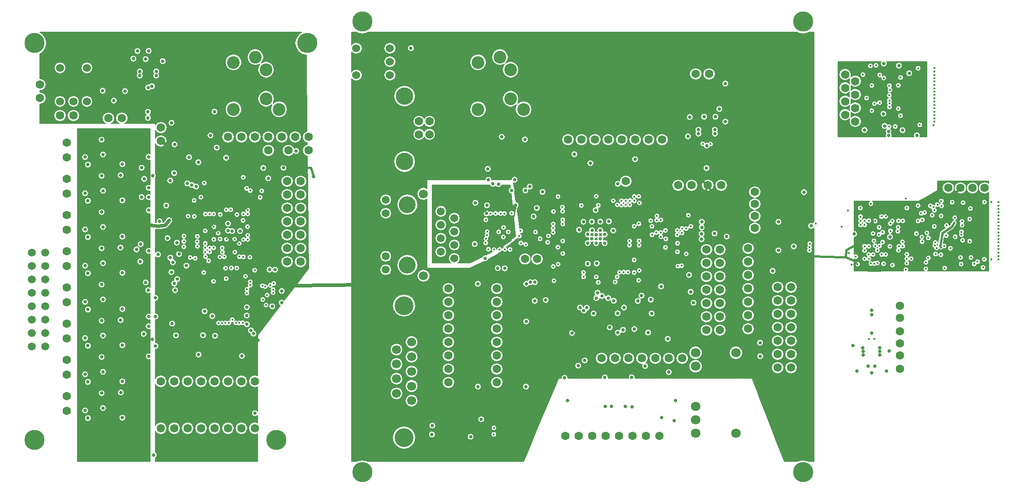
<source format=gbr>
G04 (created by PCBNEW-RS274X (2010-03-14)-final) date Thu 07 Oct 2010 02:34:07 PM EDT*
G01*
G70*
G90*
%MOIN*%
G04 Gerber Fmt 3.4, Leading zero omitted, Abs format*
%FSLAX34Y34*%
G04 APERTURE LIST*
%ADD10C,0.001000*%
%ADD11C,0.063000*%
%ADD12C,0.140000*%
%ADD13C,0.066900*%
%ADD14C,0.070900*%
%ADD15C,0.129900*%
%ADD16C,0.060000*%
%ADD17C,0.126000*%
%ADD18C,0.059100*%
%ADD19C,0.094500*%
%ADD20C,0.150000*%
%ADD21C,0.025000*%
%ADD22C,0.016000*%
%ADD23C,0.010000*%
%ADD24C,0.025000*%
%ADD25C,0.015000*%
%ADD26C,0.008000*%
G04 APERTURE END LIST*
G54D10*
G54D11*
X09400Y26500D03*
X08400Y26500D03*
X09300Y18200D03*
X10300Y18200D03*
X-20400Y21800D03*
X-21400Y21800D03*
X-22400Y21800D03*
X-23400Y21800D03*
X-24400Y21800D03*
X-25400Y21800D03*
X-26400Y21800D03*
X14500Y10600D03*
X15500Y10600D03*
X14500Y09600D03*
X15500Y09600D03*
X14500Y08600D03*
X15500Y08600D03*
X14500Y07600D03*
X15500Y07600D03*
X14500Y06600D03*
X15500Y06600D03*
X14500Y05600D03*
X15500Y05600D03*
X14500Y04600D03*
X15500Y04600D03*
X05700Y-00500D03*
X04700Y-00500D03*
X02700Y-00500D03*
X01700Y-00500D03*
X00700Y-00500D03*
X-00300Y-00500D03*
X-01300Y-00500D03*
X03700Y-00500D03*
X-01100Y21600D03*
X-00100Y21600D03*
X01900Y21600D03*
X02900Y21600D03*
X03900Y21600D03*
X04900Y21600D03*
X05900Y21600D03*
X00900Y21600D03*
G54D12*
X-13300Y09219D03*
G54D13*
X-12741Y06493D03*
X-12741Y05402D03*
X-12741Y04312D03*
X-12741Y03221D03*
X-12741Y02130D03*
X-13859Y05947D03*
X-13859Y04857D03*
X-13859Y03766D03*
X-13859Y02676D03*
G54D12*
X-13300Y-00620D03*
G54D14*
X08400Y05700D03*
X08400Y04700D03*
X08400Y01700D03*
X08400Y00700D03*
X08400Y-00300D03*
X11400Y-00300D03*
X11400Y05700D03*
G54D15*
X-13260Y24841D03*
X-13260Y19959D03*
G54D11*
X-12193Y22963D03*
X-11406Y22963D03*
X-11406Y21979D03*
X-12193Y21979D03*
G54D16*
X-14350Y26400D03*
X-14350Y27400D03*
X-14350Y28400D03*
X-16850Y28400D03*
X-16850Y26400D03*
G54D17*
X-13051Y16749D03*
X-13051Y12249D03*
G54D13*
X-11850Y17552D03*
X-11850Y11448D03*
G54D18*
X-14649Y17109D03*
X-14649Y11889D03*
X-14649Y16109D03*
X-14649Y12889D03*
X-10551Y16249D03*
X-09551Y15749D03*
X-10551Y15249D03*
X-09551Y14749D03*
X-10551Y14249D03*
X-09551Y13749D03*
X-10551Y13249D03*
X-09551Y12749D03*
G54D11*
X23600Y08300D03*
X28100Y18000D03*
X23600Y09200D03*
X29000Y18000D03*
X27200Y18000D03*
X29900Y18000D03*
X23600Y06400D03*
X23600Y07300D03*
X12800Y15000D03*
X12800Y15900D03*
X12800Y16800D03*
X12800Y17700D03*
X-38401Y21370D03*
X-38401Y20270D03*
X-38401Y13270D03*
X-38401Y12170D03*
X-38401Y15970D03*
X-38401Y14870D03*
X-38401Y05170D03*
X-38401Y04070D03*
X-38401Y02470D03*
X-38401Y01370D03*
X-38401Y07870D03*
X-38401Y06770D03*
X-38401Y10570D03*
X-38401Y09470D03*
X-38401Y18670D03*
X-38401Y17570D03*
X-24401Y03570D03*
X-27401Y03570D03*
X-28401Y03570D03*
X-29401Y03570D03*
X-30401Y03570D03*
X-10000Y08500D03*
X03200Y18500D03*
X-03400Y12700D03*
X-04300Y12700D03*
X12300Y07500D03*
X12300Y08500D03*
X12300Y09500D03*
X12300Y10500D03*
X12300Y11500D03*
X12300Y12500D03*
X12300Y13500D03*
X23600Y05500D03*
X23600Y04500D03*
X-21000Y12500D03*
X-22000Y12500D03*
X-21000Y13500D03*
X-22000Y13500D03*
X-21000Y14500D03*
X-22000Y14500D03*
X-21000Y15500D03*
X-22000Y15500D03*
X-21000Y16500D03*
X-22000Y16500D03*
X-21000Y17500D03*
X-22000Y17500D03*
X-21000Y18500D03*
X-22000Y18500D03*
X-40400Y24700D03*
X-40400Y25700D03*
X-31400Y21500D03*
X-31400Y22500D03*
X-35300Y23200D03*
X-34300Y23200D03*
X-26401Y03570D03*
X-25401Y03570D03*
X-31401Y03570D03*
X-24401Y00070D03*
X-25401Y00070D03*
X-26401Y00070D03*
X-27401Y00070D03*
X-28401Y00070D03*
X-29401Y00070D03*
X-30401Y00070D03*
X-31401Y00070D03*
G54D16*
X-38900Y24450D03*
X-37900Y24450D03*
X-36900Y24450D03*
X-36900Y26950D03*
X-38900Y26950D03*
G54D11*
X01400Y05300D03*
X02400Y05300D03*
X03400Y05300D03*
X04400Y05300D03*
X05400Y05300D03*
X06400Y05300D03*
X07400Y05300D03*
X10200Y07400D03*
X09200Y07400D03*
X10200Y08400D03*
X09200Y08400D03*
X10200Y09400D03*
X09200Y09400D03*
X10200Y10400D03*
X09200Y10400D03*
X10200Y11400D03*
X09200Y11400D03*
X10200Y12400D03*
X09200Y12400D03*
X10200Y13400D03*
X09200Y13400D03*
X07100Y18200D03*
X08100Y18200D03*
X-06400Y08500D03*
X-06400Y09500D03*
X-06400Y10500D03*
X-06400Y07500D03*
X-06400Y06500D03*
X-06400Y05500D03*
X-06400Y04500D03*
X-06400Y03500D03*
X-10000Y10500D03*
X-10000Y09500D03*
X-10000Y07500D03*
X-10000Y06500D03*
X-10000Y05500D03*
X-10000Y04500D03*
X-10000Y03500D03*
G54D18*
X-41001Y13170D03*
X-40001Y13170D03*
X-41001Y12170D03*
X-40001Y12170D03*
X-41001Y11170D03*
X-40001Y11170D03*
X-41001Y10170D03*
X-40001Y10170D03*
X-41001Y09170D03*
X-40001Y09170D03*
X-41001Y08170D03*
X-40001Y08170D03*
X-41001Y07170D03*
X-40001Y07170D03*
X-41001Y06170D03*
X-40001Y06170D03*
G54D11*
X20275Y22950D03*
X19525Y23450D03*
X20275Y23950D03*
X19525Y24450D03*
X20275Y24950D03*
X19525Y25450D03*
X20275Y25950D03*
X19525Y26450D03*
G54D19*
X-24359Y27749D03*
X-23572Y26804D03*
X-23572Y24639D03*
X-22607Y23851D03*
X-25993Y23851D03*
X-25993Y27355D03*
X-06159Y27749D03*
X-05372Y26804D03*
X-05372Y24639D03*
X-04407Y23851D03*
X-07793Y23851D03*
X-07793Y27355D03*
G54D20*
X-20500Y28800D03*
X-40800Y28800D03*
X-40800Y-00800D03*
X-22800Y-00800D03*
X-16400Y30400D03*
X16400Y30400D03*
X16400Y-03200D03*
X-16400Y-03200D03*
G54D11*
X-20400Y20800D03*
X-23400Y20800D03*
X-21900Y20800D03*
X-37900Y23400D03*
X-38900Y23400D03*
G54D21*
X22095Y05549D03*
X22095Y06072D03*
X-07165Y16094D03*
G54D22*
X23055Y27238D03*
X-07106Y14731D03*
G54D21*
X-03652Y15856D03*
G54D22*
X-01500Y16248D03*
X-05405Y13401D03*
X07085Y12162D03*
X04205Y11838D03*
X03828Y11685D03*
X07358Y12189D03*
X05152Y14500D03*
X03827Y12623D03*
X-07124Y14480D03*
X-05601Y15860D03*
G54D21*
X-04985Y16707D03*
G54D22*
X-06902Y15594D03*
X-06001Y13532D03*
X-08002Y15304D03*
G54D21*
X-07965Y13307D03*
X-08028Y15710D03*
G54D22*
X-04611Y13884D03*
X00057Y11695D03*
G54D21*
X04864Y07211D03*
X02312Y09578D03*
X08241Y09433D03*
X03897Y20136D03*
X02593Y08647D03*
X00571Y19842D03*
X01091Y10181D03*
X01429Y09938D03*
X01014Y09782D03*
G54D22*
X-04246Y13783D03*
X00063Y11366D03*
X-04716Y14401D03*
X-01517Y16563D03*
G54D21*
X-06316Y12018D03*
G54D22*
X01001Y11364D03*
X-06609Y00109D03*
X-01491Y15622D03*
X-07206Y14205D03*
X-01491Y14037D03*
X-06195Y13398D03*
X-02200Y14670D03*
X-06603Y13398D03*
X-02213Y14993D03*
X-07016Y13418D03*
X-01491Y15306D03*
X-07215Y13890D03*
X-05800Y13401D03*
X-01483Y13108D03*
X06157Y14820D03*
X03202Y17029D03*
X05151Y15133D03*
X02571Y16737D03*
G54D21*
X04379Y09960D03*
X01888Y09780D03*
G54D22*
X05797Y14675D03*
X02885Y16721D03*
X05481Y14669D03*
X02883Y17042D03*
X03361Y11715D03*
X02417Y10979D03*
X02561Y11358D03*
X03047Y11720D03*
X01156Y10948D03*
X-06624Y-00385D03*
X-04619Y14799D03*
X-01848Y13568D03*
G54D21*
X00083Y08849D03*
X-00347Y04752D03*
X00806Y08627D03*
X00151Y05130D03*
G54D22*
X02734Y11707D03*
G54D21*
X-32308Y20308D03*
X-32308Y17304D03*
X-32298Y08402D03*
X-31805Y09795D03*
X-32294Y05433D03*
G54D22*
X-25553Y12864D03*
G54D21*
X-30043Y13061D03*
G54D22*
X-26151Y12026D03*
G54D21*
X-30494Y12442D03*
G54D22*
X-29676Y14402D03*
G54D21*
X-21318Y20755D03*
X-28774Y18092D03*
G54D22*
X-24412Y11856D03*
X-26819Y13209D03*
X-29205Y12803D03*
X-23882Y17772D03*
X-26537Y11231D03*
X-25014Y17956D03*
X-25311Y07939D03*
X-23636Y10631D03*
X-25557Y07925D03*
X-23844Y10694D03*
X-27477Y11033D03*
X-27766Y13226D03*
X-25812Y07928D03*
X-25889Y13210D03*
X-24747Y17794D03*
X-24745Y10734D03*
X-26081Y08177D03*
X-27763Y13531D03*
X-28071Y12873D03*
X-26328Y07923D03*
X-28091Y13213D03*
X-26582Y07923D03*
X-28088Y13523D03*
X-26844Y07919D03*
X-28088Y13852D03*
X-27102Y07919D03*
X-28847Y12750D03*
G54D21*
X-30275Y06992D03*
G54D22*
X-26578Y12009D03*
G54D21*
X-30180Y11200D03*
X-29492Y12193D03*
X-30693Y12799D03*
G54D22*
X-25256Y12854D03*
X-24745Y10997D03*
X-25261Y18785D03*
X-29682Y13602D03*
G54D21*
X-29418Y18334D03*
G54D22*
X-25738Y12013D03*
G54D21*
X-30335Y10368D03*
G54D22*
X-29679Y14009D03*
G54D21*
X-29102Y18212D03*
X-35315Y21544D03*
X-35315Y18844D03*
X-35343Y16145D03*
X-35315Y13444D03*
X-35315Y10744D03*
X-35315Y08044D03*
X-35315Y05344D03*
X-35315Y02644D03*
X-32294Y19549D03*
X-32302Y06111D03*
X-30772Y15578D03*
X-37030Y20290D03*
X-37030Y17590D03*
X-37030Y14890D03*
X-37030Y12190D03*
X-37030Y09490D03*
X-37030Y06790D03*
X-37030Y04090D03*
X-37030Y01390D03*
X-32302Y07686D03*
X-32306Y18001D03*
X-30403Y19097D03*
G54D22*
X25715Y14265D03*
X22534Y13028D03*
X24824Y14585D03*
X21920Y13330D03*
G54D21*
X14558Y13336D03*
G54D22*
X16883Y13577D03*
X20447Y12304D03*
X26255Y13061D03*
X27361Y13489D03*
X21606Y13031D03*
X26157Y15127D03*
X17325Y15324D03*
X20969Y12704D03*
X25269Y15613D03*
X25532Y11966D03*
X21287Y12720D03*
X16893Y13843D03*
X19996Y12264D03*
X24949Y15529D03*
X20968Y13330D03*
X28182Y14720D03*
X20314Y12869D03*
X20985Y15237D03*
X26234Y13928D03*
X26651Y13010D03*
X21920Y12389D03*
X16868Y13328D03*
X24431Y12715D03*
X24118Y13034D03*
X24113Y12716D03*
X23043Y12241D03*
X24112Y12382D03*
X22241Y13027D03*
X25234Y14339D03*
X30947Y16676D03*
X30947Y14425D03*
X30947Y14179D03*
X30947Y13925D03*
X30947Y13679D03*
X30947Y13425D03*
X30947Y13170D03*
X30947Y12916D03*
X30947Y16430D03*
X30947Y16184D03*
X30947Y15930D03*
X30947Y15672D03*
X30947Y15425D03*
X30947Y15175D03*
X30947Y14941D03*
X30947Y14687D03*
X26591Y13687D03*
X27643Y15399D03*
X29378Y12494D03*
X29128Y12326D03*
X26651Y13580D03*
X26752Y14630D03*
X28219Y15491D03*
X28272Y14091D03*
X25609Y14634D03*
X21691Y12352D03*
X28177Y14510D03*
X20973Y13645D03*
G54D21*
X02996Y07415D03*
X04650Y04720D03*
G54D22*
X26163Y26668D03*
X26168Y24430D03*
X26168Y24172D03*
X26168Y23926D03*
X26165Y23679D03*
X26168Y23430D03*
X26165Y23180D03*
X26168Y22934D03*
X26163Y26413D03*
X26156Y26172D03*
X26165Y25931D03*
X26165Y25679D03*
X26165Y25419D03*
X26165Y25178D03*
X26165Y24929D03*
X26165Y24682D03*
X26088Y22686D03*
X25077Y22696D03*
X24955Y26914D03*
X26171Y26936D03*
X22822Y24300D03*
X22862Y25299D03*
X21397Y27097D03*
X21820Y27140D03*
G54D21*
X24860Y21912D03*
X22752Y22203D03*
X22458Y22614D03*
X20970Y22315D03*
X24288Y26544D03*
X22399Y27257D03*
G54D22*
X21502Y25628D03*
X21506Y23755D03*
G54D21*
X22374Y23522D03*
G54D22*
X23475Y23903D03*
X23485Y25638D03*
X22403Y26186D03*
G54D21*
X01680Y01698D03*
X05876Y00860D03*
X-01119Y02137D03*
X03652Y01688D03*
X06917Y02148D03*
G54D22*
X21394Y26703D03*
X21036Y22951D03*
X23649Y26232D03*
X22820Y24028D03*
X22818Y25612D03*
X23643Y23380D03*
X23252Y22574D03*
X22789Y22565D03*
X20849Y26438D03*
X22088Y24349D03*
G54D21*
X22758Y21901D03*
X02120Y01693D03*
X06795Y00645D03*
X03178Y01711D03*
G54D22*
X22098Y26411D03*
X22820Y24513D03*
X21704Y24268D03*
X21126Y24698D03*
X22808Y24900D03*
X23450Y14761D03*
X-02201Y15306D03*
G54D21*
X-07550Y00742D03*
G54D22*
X29895Y16942D03*
X30418Y16931D03*
X30941Y16937D03*
X30935Y12684D03*
X30401Y12678D03*
X29884Y12673D03*
X28795Y15675D03*
X28795Y14019D03*
X28107Y12803D03*
X28896Y12803D03*
X27496Y16930D03*
X28301Y16897D03*
X27710Y14355D03*
X27071Y15200D03*
X27047Y14435D03*
X29790Y12056D03*
X28157Y12315D03*
X26934Y12016D03*
X25256Y13993D03*
X24114Y16494D03*
X25998Y15959D03*
X28845Y16464D03*
X22896Y14787D03*
X22886Y15336D03*
X19285Y15115D03*
X19721Y16293D03*
X20652Y16499D03*
X20673Y15535D03*
X20967Y15543D03*
X20669Y15228D03*
X21286Y15551D03*
X21600Y14599D03*
X22229Y15857D03*
X22557Y15870D03*
X23492Y15543D03*
X23810Y15541D03*
X23791Y13977D03*
X23812Y13653D03*
X23488Y13349D03*
X22856Y13639D03*
X22076Y13677D03*
X21290Y13643D03*
X26891Y13663D03*
X24038Y17208D03*
X26683Y17021D03*
X25178Y16099D03*
X24047Y11904D03*
X25717Y12773D03*
X19796Y13155D03*
G54D21*
X21500Y07185D03*
X21507Y08870D03*
X22105Y05796D03*
X20865Y05805D03*
X20851Y06062D03*
X20860Y05544D03*
X20405Y04334D03*
X22593Y04329D03*
X21504Y04213D03*
X20100Y06251D03*
X22791Y05855D03*
X21506Y08529D03*
X15700Y13632D03*
X14557Y15458D03*
X13204Y05445D03*
X13192Y06450D03*
G54D22*
X07054Y13867D03*
X07041Y13229D03*
X07026Y14500D03*
X06155Y13556D03*
X06175Y14193D03*
X07858Y15954D03*
X07705Y13068D03*
X-03521Y14701D03*
X-02610Y13942D03*
X-05896Y15049D03*
X-05541Y14712D03*
X-05913Y14340D03*
X-06256Y14718D03*
G54D21*
X-11221Y-00385D03*
X-11184Y00284D03*
X09210Y19472D03*
X09221Y21146D03*
X09877Y23299D03*
X09838Y22040D03*
X09829Y22330D03*
X08614Y22035D03*
X08614Y22330D03*
X07819Y21839D03*
X10617Y22938D03*
X-07124Y16697D03*
X-07809Y10845D03*
X-07800Y03178D03*
X-04217Y03188D03*
X-04197Y10839D03*
X-36822Y19727D03*
X-35807Y21589D03*
X-35699Y20487D03*
X-34257Y19761D03*
X-34257Y17061D03*
X-35699Y17787D03*
X-35807Y18889D03*
X-36822Y17027D03*
X-34257Y14361D03*
X-35699Y15087D03*
X-35807Y16189D03*
X-36822Y14327D03*
X-34257Y11661D03*
X-35699Y12387D03*
X-35807Y13489D03*
X-36822Y11627D03*
X-34257Y08961D03*
X-35699Y09687D03*
X-35807Y10789D03*
X-36822Y08927D03*
X-34257Y06261D03*
X-35699Y06987D03*
X-35807Y08089D03*
X-36822Y06227D03*
X-34257Y03561D03*
X-35699Y04287D03*
X-35807Y05389D03*
X-36822Y03527D03*
X-34257Y00861D03*
X-35699Y01587D03*
X-35807Y02689D03*
X-36822Y00827D03*
X-32927Y12507D03*
X-32885Y13804D03*
X-32348Y10374D03*
X-30612Y11717D03*
X-30397Y10863D03*
X-31493Y15506D03*
X-32287Y16329D03*
X-31603Y13025D03*
X-30204Y13911D03*
X-30697Y18551D03*
X-30987Y16686D03*
X-24688Y07367D03*
X-25004Y08476D03*
X-24996Y09097D03*
X-24996Y07830D03*
X-24504Y07124D03*
G54D22*
X-24987Y10148D03*
X-23484Y10003D03*
X-23252Y10740D03*
X-22993Y10867D03*
X-25096Y11409D03*
X-28923Y17065D03*
X-29367Y15879D03*
G54D21*
X-23411Y18715D03*
X-26543Y20237D03*
X-29300Y20282D03*
X-28603Y19905D03*
X-30379Y21236D03*
X-27243Y20994D03*
X-27702Y21909D03*
X-27402Y23678D03*
X-30603Y22853D03*
X-32354Y23221D03*
X-32354Y23664D03*
X-32345Y25488D03*
X-31746Y26364D03*
X-31746Y26679D03*
X-32956Y26675D03*
X-32964Y26364D03*
X-32303Y28212D03*
X-33142Y28200D03*
X-31254Y27452D03*
X-33447Y27627D03*
X-34894Y24505D03*
X-35719Y25237D03*
X-34052Y25220D03*
X-03417Y16497D03*
X-02988Y17692D03*
X-04271Y17797D03*
X-03570Y09575D03*
X-05806Y11999D03*
X-05078Y18605D03*
X-07023Y18591D03*
X-06031Y21803D03*
X-12784Y28419D03*
X02605Y07202D03*
X03065Y09071D03*
X00304Y09064D03*
X-00212Y09078D03*
X-01351Y03843D03*
X01651Y03857D03*
X06400Y04263D03*
X-00795Y07187D03*
X06328Y06737D03*
X-04203Y08035D03*
X09814Y14600D03*
X10610Y25776D03*
X10158Y23885D03*
X05053Y09662D03*
X07907Y11506D03*
X00371Y13881D03*
X00991Y13886D03*
X01630Y13886D03*
X01310Y14191D03*
X00681Y14205D03*
X00376Y14525D03*
X01005Y14505D03*
X01635Y14525D03*
X00691Y14835D03*
X01301Y14830D03*
X00961Y16341D03*
X02611Y18300D03*
G54D22*
X-28410Y17303D03*
X-27771Y16049D03*
X-28081Y16044D03*
X-27462Y16049D03*
X-26518Y16364D03*
X-26193Y16369D03*
X-25259Y16054D03*
X-24935Y16049D03*
X-24944Y15110D03*
X-24935Y14465D03*
X-24930Y14147D03*
X-25564Y13846D03*
X-25908Y14166D03*
X-26513Y14161D03*
X-27457Y14151D03*
X-27452Y15091D03*
X-24004Y17290D03*
G54D21*
X-26397Y15328D03*
X-26397Y14810D03*
X-26087Y14776D03*
X-25511Y14786D03*
G54D22*
X-28099Y14794D03*
X-24940Y16351D03*
X-24765Y12832D03*
G54D21*
X-25362Y05461D03*
X-28585Y05568D03*
X-31997Y18904D03*
X-32631Y18671D03*
X-32023Y06700D03*
X-32681Y07107D03*
X-04306Y21604D03*
G54D22*
X-00107Y16678D03*
X01157Y16692D03*
X04170Y17364D03*
X04158Y11105D03*
X-02138Y11074D03*
G54D21*
X-00619Y20503D03*
X16467Y17672D03*
X14122Y11808D03*
X16992Y15163D03*
X22853Y14350D03*
G54D22*
X22050Y14522D03*
G54D21*
X03646Y03885D03*
X00382Y12348D03*
X01044Y12362D03*
X-07063Y19411D03*
X-22402Y10309D03*
X-22405Y09438D03*
X-28143Y08797D03*
X07954Y23281D03*
X-02757Y09633D03*
X-24395Y01200D03*
X-31927Y-01922D03*
X20189Y14558D03*
G54D22*
X-28161Y18359D03*
X25865Y16657D03*
G54D21*
X-22897Y11894D03*
X-23308Y11908D03*
G54D22*
X-23807Y09669D03*
G54D21*
X-08348Y-00550D03*
X-27356Y06964D03*
X-28252Y07019D03*
X-30549Y07877D03*
G54D22*
X28228Y15213D03*
X27686Y15775D03*
G54D21*
X-07266Y12751D03*
X-08044Y13809D03*
G54D22*
X-07212Y15620D03*
X-02178Y16242D03*
X-28200Y11687D03*
G54D21*
X-30895Y14252D03*
G54D22*
X-01842Y17345D03*
G54D21*
X-23105Y09167D03*
X-22272Y19495D03*
X-23773Y19486D03*
G54D22*
X26168Y16325D03*
X03503Y16723D03*
X05812Y14351D03*
X07031Y14827D03*
X02271Y17040D03*
X03829Y15136D03*
X07391Y14970D03*
X07384Y14641D03*
X01000Y17377D03*
X04179Y15323D03*
X08049Y15132D03*
X03513Y17052D03*
X07704Y14961D03*
X05061Y15553D03*
X03199Y16726D03*
X05511Y15902D03*
X04214Y16877D03*
X05505Y15586D03*
X03837Y17025D03*
X-06484Y16085D03*
X-05827Y16081D03*
X-06868Y16079D03*
X04189Y14046D03*
G54D21*
X08852Y15055D03*
G54D22*
X03483Y14043D03*
G54D21*
X08853Y15466D03*
G54D22*
X-03175Y14200D03*
X-02553Y14414D03*
X05814Y15603D03*
X03834Y17355D03*
X-01835Y12310D03*
X04193Y13727D03*
G54D21*
X08847Y14173D03*
G54D22*
X03479Y13727D03*
G54D21*
X08844Y14570D03*
X03838Y07474D03*
X04096Y09566D03*
X02018Y07589D03*
X05128Y08626D03*
X-03938Y18091D03*
X-05287Y17800D03*
X08026Y10255D03*
X05822Y10650D03*
G54D22*
X09506Y21266D03*
X08934Y21280D03*
G54D21*
X09027Y23293D03*
G54D22*
X-06113Y16085D03*
X-05299Y16105D03*
X-02196Y12142D03*
X25532Y12443D03*
X21285Y13029D03*
G54D21*
X10708Y14368D03*
G54D22*
X21442Y12358D03*
X21444Y16819D03*
X22388Y12341D03*
X24949Y16675D03*
X20663Y15854D03*
X25437Y16160D03*
X26091Y16566D03*
X26699Y16648D03*
X26394Y16746D03*
X26666Y15902D03*
X21305Y06728D03*
X21707Y06732D03*
G54D21*
X21247Y04694D03*
X21751Y04704D03*
X23797Y22291D03*
X23527Y27112D03*
G54D22*
X-27838Y12558D03*
X-27464Y13527D03*
G54D21*
X-32302Y13294D03*
G54D22*
X-23047Y10417D03*
G54D21*
X-32056Y25577D03*
X-32518Y27600D03*
G54D22*
X-24983Y10437D03*
X-23565Y09262D03*
X-23047Y10188D03*
G54D21*
X-27573Y08441D03*
G54D22*
X-28908Y15876D03*
G54D21*
X-32516Y10953D03*
X-33206Y13406D03*
G54D22*
X-26831Y13522D03*
X-28680Y14380D03*
X-26674Y12856D03*
X-28687Y13990D03*
X-26993Y12848D03*
X-28670Y13634D03*
G54D21*
X-03562Y10958D03*
X-06270Y18284D03*
X-03896Y10963D03*
X-06682Y18298D03*
X-34389Y18940D03*
X-32818Y19496D03*
X-34398Y13546D03*
X-32825Y17310D03*
X-34378Y02743D03*
X-31789Y06220D03*
X-31787Y08409D03*
X-34393Y08138D03*
G54D22*
X23521Y13635D03*
X23467Y15071D03*
X23032Y15527D03*
X21760Y15524D03*
X21673Y14048D03*
X21756Y13682D03*
X22312Y13953D03*
X22318Y14690D03*
X22053Y15056D03*
G54D21*
X-07986Y16884D03*
X-00272Y14870D03*
X00052Y15469D03*
X00681Y15488D03*
X01305Y15483D03*
X01940Y15498D03*
X02269Y14810D03*
G54D22*
X-26991Y14180D03*
X-27128Y14628D03*
X-26973Y16015D03*
X-25732Y16004D03*
X-25280Y15572D03*
X-25256Y14148D03*
G54D21*
X-07549Y01089D03*
X-28636Y09715D03*
G54D22*
X27354Y12397D03*
X21292Y13961D03*
X21282Y14297D03*
X21296Y14926D03*
X20981Y14928D03*
X21282Y15864D03*
X21904Y15861D03*
X22870Y15852D03*
X23820Y15864D03*
X23807Y14597D03*
X24442Y13339D03*
X24731Y12408D03*
X22864Y13327D03*
X22533Y13349D03*
X20326Y12510D03*
X23402Y12130D03*
X26094Y12106D03*
X22229Y16500D03*
X24442Y14901D03*
G54D21*
X16055Y14350D03*
X14543Y15103D03*
X15098Y11173D03*
X13198Y07687D03*
G54D22*
X05145Y15766D03*
X07046Y14185D03*
X07033Y13555D03*
X06154Y14509D03*
X06159Y13871D03*
X06151Y13241D03*
X05494Y13393D03*
X-04100Y13994D03*
G54D21*
X03580Y09064D03*
X-31373Y10160D03*
X-28989Y11271D03*
G54D22*
X-28580Y13045D03*
X-28439Y12295D03*
X-23932Y13051D03*
G54D21*
X-24089Y18328D03*
X-29198Y19706D03*
X-30053Y20515D03*
X-28511Y22093D03*
X-27630Y24316D03*
X-27208Y18520D03*
X-03099Y09575D03*
X-05799Y11209D03*
X07792Y08805D03*
X03057Y06725D03*
X-07409Y11270D03*
X-00452Y07214D03*
X02662Y04263D03*
X09498Y15797D03*
X07554Y10919D03*
X05049Y10158D03*
X00047Y13250D03*
X00681Y13245D03*
X01306Y13250D03*
X01935Y13254D03*
X02284Y13874D03*
X-00309Y14207D03*
X-00311Y13565D03*
G54D22*
X07172Y12632D03*
G54D21*
X08520Y16201D03*
G54D22*
X-27776Y15105D03*
X-27462Y14476D03*
X-27781Y15415D03*
X-24954Y14795D03*
X-25564Y14161D03*
X-26198Y14161D03*
X-24320Y13856D03*
X-27450Y15421D03*
X-26827Y16350D03*
X-25571Y16367D03*
X-25256Y16352D03*
X-27464Y16362D03*
G54D21*
X-25903Y10930D03*
X-22565Y13204D03*
X-24159Y06626D03*
X-24989Y05471D03*
X-28225Y05527D03*
X-30555Y13922D03*
X-31295Y16003D03*
X27510Y17296D03*
X-06608Y12205D03*
X-06415Y12699D03*
X-05391Y12619D03*
X-04916Y21387D03*
G54D22*
X-01475Y15866D03*
X-01844Y17039D03*
X-01045Y16668D03*
X-00261Y17021D03*
G54D21*
X00208Y20148D03*
X07879Y07433D03*
X-03756Y12260D03*
X-28229Y19159D03*
X-22499Y11918D03*
X-20032Y18838D03*
X-21517Y19515D03*
X-23027Y19510D03*
G54D22*
X26205Y13689D03*
X26320Y13514D03*
G54D23*
X-06001Y13532D02*
X-06123Y13638D01*
X-06001Y13532D02*
X-06037Y13719D01*
X-08028Y15710D02*
X-07143Y16397D01*
X-07143Y16397D02*
X-05309Y16665D01*
X-05601Y15860D02*
X-05136Y15887D01*
X-05136Y15887D02*
X-05071Y16235D01*
X-05601Y15860D02*
X-05292Y14877D01*
X-05292Y14877D02*
X-05370Y14088D01*
X-05370Y14088D02*
X-05810Y13812D01*
X-05810Y13812D02*
X-05939Y13703D01*
X-04985Y16707D02*
X-05263Y16555D01*
X-04985Y16707D02*
X-05240Y16456D01*
X-05005Y16572D02*
X-05227Y16344D01*
X-05166Y16307D02*
X-05014Y16509D01*
X-05309Y16665D02*
X-04985Y16707D01*
X-05309Y16665D02*
X-05263Y16555D01*
X-05263Y16555D02*
X-05240Y16456D01*
X-05240Y16456D02*
X-05227Y16344D01*
X-05156Y16320D02*
X-05227Y16344D01*
X-05166Y16307D02*
X-05071Y16235D01*
X-05071Y16235D02*
X-04985Y16707D01*
X-05939Y13703D02*
X-06001Y13532D01*
G54D24*
X-35315Y21544D02*
X-35315Y18844D01*
X-35315Y18844D02*
X-35343Y16145D01*
X-35343Y16145D02*
X-35315Y13444D01*
X-35315Y13444D02*
X-35315Y10744D01*
X-35315Y10744D02*
X-35315Y08044D01*
X-35315Y08044D02*
X-35315Y05344D01*
X-35315Y05344D02*
X-35315Y02644D01*
X-35315Y05344D02*
X-32302Y06111D01*
G54D25*
X-33479Y15357D02*
X-35343Y16145D01*
G54D24*
X-35315Y18844D02*
X-34765Y18594D01*
X-34765Y18594D02*
X-33854Y18648D01*
X-33854Y18648D02*
X-32602Y19179D01*
X-32602Y19179D02*
X-32300Y19297D01*
X-32300Y19297D02*
X-32294Y19549D01*
X-33479Y15357D02*
X-31610Y15149D01*
X-31610Y15149D02*
X-31058Y15216D01*
X-31058Y15216D02*
X-30772Y15578D01*
G54D25*
X26591Y13687D02*
X26752Y14630D01*
X26752Y14630D02*
X27470Y15105D01*
X27470Y15105D02*
X27643Y15399D01*
X26651Y13580D02*
X26591Y13687D01*
G54D23*
X21394Y26703D02*
X21295Y25900D01*
X21295Y25900D02*
X21341Y24936D01*
X21341Y24936D02*
X21300Y23751D01*
X21036Y22951D02*
X21300Y23751D01*
G54D24*
X-31400Y21500D02*
X-30053Y20515D01*
X-30053Y20515D02*
X-29198Y19706D01*
X-29198Y19706D02*
X-28574Y20597D01*
X-28574Y20597D02*
X-28511Y22093D01*
G54D25*
X-28229Y19159D02*
X-29198Y19706D01*
X-27208Y18520D02*
X-24089Y18328D01*
X-24089Y18328D02*
X-24350Y17000D01*
X-24350Y17000D02*
X-25272Y16375D01*
X-25256Y16352D02*
X-26316Y16841D01*
X-26316Y16841D02*
X-27297Y16600D01*
X-27297Y16600D02*
X-27464Y16362D01*
X-27450Y15421D02*
X-27204Y15950D01*
X-27204Y15950D02*
X-27286Y16247D01*
X-27286Y16247D02*
X-27464Y16362D01*
X-27776Y15105D02*
X-27470Y14758D01*
X-27470Y14758D02*
X-27010Y14892D01*
X-27010Y14892D02*
X-26558Y14457D01*
X-26558Y14457D02*
X-26190Y14171D01*
X-26198Y14161D02*
X-26006Y13913D01*
X-26006Y13913D02*
X-25727Y13998D01*
X-25727Y13998D02*
X-25564Y14161D01*
X-25564Y14161D02*
X-24954Y14795D01*
X-23932Y13051D02*
X-24320Y13856D01*
X-24320Y13856D02*
X-24617Y14716D01*
X-24617Y14716D02*
X-24954Y14795D01*
X-23932Y13051D02*
X-22565Y13204D01*
X-23932Y13051D02*
X-25061Y11814D01*
X-25061Y11814D02*
X-25903Y10930D01*
X-25903Y10930D02*
X-27403Y10459D01*
X-27403Y10459D02*
X-28658Y10626D01*
X-28658Y10626D02*
X-28989Y11271D01*
X-28636Y09715D02*
X-28658Y10626D01*
X-28989Y11271D02*
X-28439Y12295D01*
X-28439Y12295D02*
X-28580Y13045D01*
X-28580Y13045D02*
X-30373Y13409D01*
X-30373Y13409D02*
X-30555Y13922D01*
X-28636Y09715D02*
X-31373Y10160D01*
X-28636Y09715D02*
X-28942Y06821D01*
X-28942Y06821D02*
X-28225Y05527D01*
X-28225Y05527D02*
X-25586Y06058D01*
X-25105Y05845D02*
X-24989Y05471D01*
X-25105Y05845D02*
X-25586Y06058D01*
X-25105Y05845D02*
X-24159Y06626D01*
X-31295Y16003D02*
X-30270Y16131D01*
X-29157Y16350D02*
X-27464Y16362D01*
X-28511Y22093D02*
X-27630Y24316D01*
X-07409Y11270D02*
X-05799Y11209D01*
X-05799Y11209D02*
X-05403Y11958D01*
X-04989Y13045D02*
X-04025Y13540D01*
X-04025Y13540D02*
X-04001Y13854D01*
X-04001Y13854D02*
X-04100Y13994D01*
X-04025Y13540D02*
X-01807Y13320D01*
X-01807Y13320D02*
X-00311Y13565D01*
X-00311Y13565D02*
X00047Y13250D01*
X00047Y13250D02*
X00681Y13245D01*
X00681Y13245D02*
X01306Y13250D01*
X01306Y13250D02*
X01935Y13254D01*
X01935Y13254D02*
X05341Y13149D01*
X05341Y13149D02*
X05494Y13393D01*
X05494Y13393D02*
X06151Y13241D01*
X06151Y13241D02*
X07033Y13555D01*
X06159Y13871D02*
X07033Y13555D01*
X06159Y13871D02*
X07046Y14185D01*
X07046Y14185D02*
X06154Y14509D01*
X06154Y14509D02*
X07671Y16193D01*
X07671Y16193D02*
X08520Y16201D01*
X07172Y12632D02*
X06151Y13241D01*
X05145Y15766D02*
X05332Y16320D01*
X05332Y16320D02*
X07671Y16193D01*
X08520Y16201D02*
X09300Y18200D01*
X14543Y15103D02*
X12940Y14345D01*
X12940Y14345D02*
X11543Y14393D01*
X11543Y14393D02*
X10579Y16019D01*
X10579Y16019D02*
X09300Y18200D01*
X14543Y15103D02*
X15874Y14664D01*
X15874Y14664D02*
X16055Y14350D01*
X16055Y14350D02*
X16542Y12962D01*
X16542Y12962D02*
X17843Y12887D01*
X19557Y12829D02*
X20326Y12510D01*
X22533Y13349D02*
X22864Y13327D01*
X21292Y13961D02*
X21282Y14297D01*
X21282Y14297D02*
X21296Y14926D01*
X21296Y14926D02*
X20981Y14928D01*
X21296Y14926D02*
X21561Y15367D01*
X21561Y15367D02*
X21538Y15803D01*
X21538Y15803D02*
X21282Y15864D01*
X21538Y15803D02*
X21904Y15861D01*
X21904Y15861D02*
X22229Y16500D01*
X22870Y15852D02*
X22229Y16500D01*
X22870Y15852D02*
X23820Y15864D01*
X23820Y15864D02*
X24059Y15669D01*
X24442Y14901D02*
X24059Y15669D01*
X24442Y14901D02*
X23807Y14597D01*
X23807Y14597D02*
X24372Y13793D01*
X24372Y13793D02*
X24442Y13339D01*
X24442Y13339D02*
X24756Y12787D01*
X24756Y12787D02*
X24731Y12408D01*
X24731Y12408D02*
X24256Y12166D01*
X23402Y12130D02*
X24256Y12166D01*
X23402Y12130D02*
X22864Y13327D01*
X19557Y12829D02*
X19609Y13369D01*
X19609Y13369D02*
X20771Y14008D01*
X20771Y14008D02*
X21292Y13961D01*
X20326Y12510D02*
X20215Y12308D01*
X20215Y12308D02*
X20312Y11876D01*
X22095Y11829D02*
X20312Y11876D01*
X17843Y12887D02*
X19557Y12829D01*
X24731Y12408D02*
X25528Y12207D01*
X25528Y12207D02*
X26094Y12106D01*
X26639Y12390D02*
X27354Y12397D01*
X23820Y15864D02*
X25094Y16513D01*
X25094Y16513D02*
X25706Y17310D01*
X27510Y17296D02*
X27034Y17265D01*
X-05799Y11209D02*
X-04570Y09938D01*
X-04570Y09938D02*
X-03827Y08884D01*
X-03827Y08884D02*
X-03245Y09085D01*
X-03245Y09085D02*
X-03099Y09575D01*
X-03099Y09575D02*
X-00450Y07216D01*
X-00452Y07214D02*
X01553Y06545D01*
X03057Y06725D02*
X01553Y06545D01*
X03057Y06725D02*
X02898Y05240D01*
X02898Y05240D02*
X02662Y04263D01*
X02662Y04263D02*
X-01629Y04276D01*
X-01629Y04276D02*
X-04098Y02700D01*
X-04098Y02700D02*
X-07549Y01089D01*
X-07549Y01089D02*
X-07409Y11270D01*
X-07409Y11270D02*
X-06608Y12205D01*
X-06608Y12205D02*
X-06415Y12699D01*
X-05391Y12619D02*
X-04989Y13045D01*
X-05403Y11958D02*
X-05391Y12619D01*
X-04100Y13994D02*
X-04056Y17197D01*
X-04056Y17197D02*
X-04381Y17197D01*
X-04381Y17197D02*
X-04730Y18221D01*
X-04730Y18221D02*
X-04916Y21387D01*
X-04916Y21387D02*
X-01628Y19982D01*
X-01628Y19982D02*
X00208Y20148D01*
X00208Y20148D02*
X01594Y20143D01*
X01594Y20143D02*
X04857Y19219D01*
X04857Y19219D02*
X08340Y18979D01*
X08340Y18979D02*
X09300Y18200D01*
X-27776Y15105D02*
X-27450Y15421D01*
X-30555Y13922D02*
X-30142Y15236D01*
X-30142Y15236D02*
X-30270Y16131D01*
X-30270Y16131D02*
X-29157Y16350D01*
X15098Y11173D02*
X16542Y12962D01*
X05049Y10158D02*
X06584Y10251D01*
X06584Y10251D02*
X07554Y10919D01*
X07554Y10919D02*
X06734Y11984D01*
X06734Y11984D02*
X06903Y12459D01*
X06903Y12459D02*
X07172Y12632D01*
X06584Y10251D02*
X07792Y08805D01*
X03580Y09064D02*
X06966Y08959D01*
X06966Y08959D02*
X07792Y08805D01*
X03580Y09064D02*
X03353Y07146D01*
X03353Y07146D02*
X03057Y06725D01*
X07792Y08805D02*
X07879Y07433D01*
X07879Y07433D02*
X08605Y06698D01*
X08605Y06698D02*
X11691Y06585D01*
X11691Y06585D02*
X12877Y06908D01*
X12877Y06908D02*
X13198Y07687D01*
X13198Y07687D02*
X13461Y10990D01*
X13461Y10990D02*
X14555Y11331D01*
X14555Y11331D02*
X15098Y11173D01*
X09498Y15797D02*
X08520Y16201D01*
X-03756Y12260D02*
X-04608Y12207D01*
X-04608Y12207D02*
X-05391Y12619D01*
X-22565Y13204D02*
X-22565Y12266D01*
X-22565Y12266D02*
X-22499Y11918D01*
X-11510Y10824D02*
X-11064Y11270D01*
X-11064Y11270D02*
X-07409Y11270D01*
X-28229Y19159D02*
X-27208Y18520D01*
X26094Y12106D02*
X26639Y12390D01*
X25706Y17310D02*
X27034Y17265D01*
X-04056Y17197D02*
X-01844Y17039D01*
X-01844Y17039D02*
X-01045Y16668D01*
X-01045Y16668D02*
X-00261Y17021D01*
X-01475Y15866D02*
X-01092Y16115D01*
X-01092Y16115D02*
X-01045Y16668D01*
X-00261Y17021D02*
X00208Y20148D01*
G54D23*
X-26827Y16350D02*
X-27286Y16247D01*
G54D24*
X-22499Y11918D02*
X-21363Y10716D01*
X-21363Y10716D02*
X-11510Y10824D01*
G54D25*
X27510Y17296D02*
X27523Y17423D01*
X27523Y17423D02*
X28100Y18000D01*
X22095Y11829D02*
X23175Y12028D01*
X23175Y12028D02*
X23402Y12130D01*
X-24089Y18328D02*
X-23439Y19205D01*
X-23439Y19205D02*
X-23027Y19510D01*
X-23027Y19510D02*
X-22325Y19810D01*
X-22325Y19810D02*
X-21517Y19515D01*
X-21517Y19515D02*
X-20248Y19495D01*
X-20248Y19495D02*
X-20032Y18838D01*
G54D10*
G36*
X-20581Y12674D02*
X-20409Y12819D01*
X-20546Y12500D01*
X-20581Y12674D01*
X-20581Y12674D01*
G37*
G54D26*
X-20581Y12674D02*
X-20409Y12819D01*
X-20546Y12500D01*
X-20581Y12674D01*
G54D10*
G36*
X-21309Y23705D02*
X-20541Y24417D01*
X-20533Y23705D01*
X-21309Y23705D01*
X-21309Y23705D01*
G37*
G54D26*
X-21309Y23705D02*
X-20541Y24417D01*
X-20533Y23705D01*
X-21309Y23705D01*
G54D10*
G36*
X-21309Y27074D02*
X-20580Y27805D01*
X-20571Y27074D01*
X-21309Y27074D01*
X-21309Y27074D01*
G37*
G54D26*
X-21309Y27074D02*
X-20580Y27805D01*
X-20571Y27074D01*
X-21309Y27074D01*
G54D10*
G36*
X-20400Y12000D02*
X-20581Y12326D01*
X-20405Y12422D01*
X-20400Y12000D01*
X-20400Y12000D01*
G37*
G54D26*
X-20400Y12000D02*
X-20581Y12326D01*
X-20405Y12422D01*
X-20400Y12000D01*
G54D10*
G36*
X-22902Y10043D02*
X-22499Y10076D01*
X-22502Y09671D01*
X-22902Y10043D01*
X-22902Y10043D01*
G37*
G54D26*
X-22902Y10043D02*
X-22499Y10076D01*
X-22502Y09671D01*
X-22902Y10043D01*
G54D10*
G36*
X-20552Y25389D02*
X-20541Y24417D01*
X-21309Y25389D01*
X-20552Y25389D01*
X-20552Y25389D01*
G37*
G54D26*
X-20552Y25389D02*
X-20541Y24417D01*
X-21309Y25389D01*
X-20552Y25389D01*
G54D10*
G36*
X-22369Y23277D02*
X-22168Y23412D01*
X-22226Y22219D01*
X-22369Y23277D01*
X-22369Y23277D01*
G37*
G54D26*
X-22369Y23277D02*
X-22168Y23412D01*
X-22226Y22219D01*
X-22369Y23277D01*
G54D10*
G36*
X-20571Y27074D02*
X-20560Y26083D01*
X-21309Y27074D01*
X-20571Y27074D01*
X-20571Y27074D01*
G37*
G54D26*
X-20571Y27074D02*
X-20560Y26083D01*
X-21309Y27074D01*
X-20571Y27074D01*
G54D10*
G36*
X-23810Y24065D02*
X-23572Y24018D01*
X-23181Y23613D01*
X-23810Y24065D01*
X-23810Y24065D01*
G37*
G54D26*
X-23810Y24065D02*
X-23572Y24018D01*
X-23181Y23613D01*
X-23810Y24065D01*
G54D10*
G36*
X-23133Y27243D02*
X-23127Y28758D01*
X-21345Y28450D01*
X-23133Y27243D01*
X-23133Y27243D01*
G37*
G54D26*
X-23133Y27243D02*
X-23127Y28758D01*
X-21345Y28450D01*
X-23133Y27243D01*
G54D10*
G36*
X-21309Y11916D02*
X-21000Y12046D01*
X-21363Y10716D01*
X-21309Y11916D01*
X-21309Y11916D01*
G37*
G54D26*
X-21309Y11916D02*
X-21000Y12046D01*
X-21363Y10716D01*
X-21309Y11916D01*
G54D10*
G36*
X-22419Y12674D02*
X-23308Y12160D01*
X-23127Y13600D01*
X-22419Y12674D01*
X-22419Y12674D01*
G37*
G54D26*
X-22419Y12674D02*
X-23308Y12160D01*
X-23127Y13600D01*
X-22419Y12674D01*
G54D10*
G36*
X-24400Y21346D02*
X-23854Y20800D01*
X-24945Y20337D01*
X-24400Y21346D01*
X-24400Y21346D01*
G37*
G54D26*
X-24400Y21346D02*
X-23854Y20800D01*
X-24945Y20337D01*
X-24400Y21346D01*
G54D10*
G36*
X-23127Y25389D02*
X-23133Y26365D01*
X-21309Y25389D01*
X-23127Y25389D01*
X-23127Y25389D01*
G37*
G54D26*
X-23127Y25389D02*
X-23133Y26365D01*
X-21309Y25389D01*
X-23127Y25389D01*
G54D10*
G36*
X-25004Y08223D02*
X-25093Y08063D01*
X-25101Y08243D01*
X-25004Y08223D01*
X-25004Y08223D01*
G37*
G54D26*
X-25004Y08223D02*
X-25093Y08063D01*
X-25101Y08243D01*
X-25004Y08223D01*
G54D10*
G36*
X-24945Y-01558D02*
X-24945Y-02400D01*
X-26764Y-01558D01*
X-24945Y-01558D01*
X-24945Y-01558D01*
G37*
G54D26*
X-24945Y-01558D02*
X-24945Y-02400D01*
X-26764Y-01558D01*
X-24945Y-01558D01*
G54D10*
G36*
X-24945Y00126D02*
X-24855Y00070D01*
X-24947Y00070D01*
X-24945Y00126D01*
X-24945Y00126D01*
G37*
G54D26*
X-24945Y00126D02*
X-24855Y00070D01*
X-24947Y00070D01*
X-24945Y00126D01*
G54D10*
G36*
X-24945Y01811D02*
X-25575Y00489D01*
X-26764Y01811D01*
X-24945Y01811D01*
X-24945Y01811D01*
G37*
G54D26*
X-24945Y01811D02*
X-25575Y00489D01*
X-26764Y01811D01*
X-24945Y01811D01*
G54D10*
G36*
X-24200Y06613D02*
X-24200Y05179D01*
X-25129Y05558D01*
X-24200Y06613D01*
X-24200Y06613D01*
G37*
G54D26*
X-24200Y06613D02*
X-24200Y05179D01*
X-25129Y05558D01*
X-24200Y06613D01*
G54D10*
G36*
X-24271Y07221D02*
X-24078Y07160D01*
X-24251Y07124D01*
X-24271Y07221D01*
X-24271Y07221D01*
G37*
G54D26*
X-24271Y07221D02*
X-24078Y07160D01*
X-24251Y07124D01*
X-24271Y07221D01*
G54D10*
G36*
X-25091Y15494D02*
X-24944Y15315D01*
X-25022Y15299D01*
X-25091Y15494D01*
X-25091Y15494D01*
G37*
G54D26*
X-25091Y15494D02*
X-24944Y15315D01*
X-25022Y15299D01*
X-25091Y15494D01*
G54D10*
G36*
X-23693Y17850D02*
X-23314Y18482D01*
X-23677Y17772D01*
X-23693Y17850D01*
X-23693Y17850D01*
G37*
G54D26*
X-23693Y17850D02*
X-23314Y18482D01*
X-23677Y17772D01*
X-23693Y17850D01*
G54D10*
G36*
X-24946Y21800D02*
X-24981Y21974D01*
X-24854Y21800D01*
X-24946Y21800D01*
X-24946Y21800D01*
G37*
G54D26*
X-24946Y21800D02*
X-24981Y21974D01*
X-24854Y21800D01*
X-24946Y21800D01*
G54D10*
G36*
X-24945Y28758D02*
X-24945Y29600D01*
X-24359Y28370D01*
X-24945Y28758D01*
X-24945Y28758D01*
G37*
G54D26*
X-24945Y28758D02*
X-24945Y29600D01*
X-24359Y28370D01*
X-24945Y28758D01*
G54D10*
G36*
X-24945Y-01558D02*
X-24200Y-02400D01*
X-24945Y-02400D01*
X-24945Y-01558D01*
X-24945Y-01558D01*
G37*
G54D26*
X-24945Y-01558D02*
X-24200Y-02400D01*
X-24945Y-02400D01*
X-24945Y-01558D01*
G54D10*
G36*
X-24945Y00126D02*
X-24820Y00244D01*
X-24855Y00070D01*
X-24945Y00126D01*
X-24945Y00126D01*
G37*
G54D26*
X-24945Y00126D02*
X-24820Y00244D01*
X-24855Y00070D01*
X-24945Y00126D01*
G54D10*
G36*
X-26227Y03151D02*
X-25575Y03151D01*
X-26764Y01811D01*
X-26227Y03151D01*
X-26227Y03151D01*
G37*
G54D26*
X-26227Y03151D02*
X-25575Y03151D01*
X-26764Y01811D01*
X-26227Y03151D01*
G54D10*
G36*
X-26575Y00489D02*
X-27227Y00489D01*
X-26764Y01811D01*
X-26575Y00489D01*
X-26575Y00489D01*
G37*
G54D26*
X-26575Y00489D02*
X-27227Y00489D01*
X-26764Y01811D01*
X-26575Y00489D01*
G54D10*
G36*
X-27291Y07997D02*
X-27476Y08208D01*
X-27247Y08064D01*
X-27291Y07997D01*
X-27291Y07997D01*
G37*
G54D26*
X-27291Y07997D02*
X-27476Y08208D01*
X-27247Y08064D01*
X-27291Y07997D01*
G54D10*
G36*
X-26964Y13354D02*
X-27008Y13287D01*
X-26976Y13377D01*
X-26964Y13354D01*
X-26964Y13354D01*
G37*
G54D26*
X-26964Y13354D02*
X-27008Y13287D01*
X-26976Y13377D01*
X-26964Y13354D01*
G54D10*
G36*
X-24945Y22021D02*
X-24721Y22121D01*
X-24819Y21974D01*
X-24945Y22021D01*
X-24945Y22021D01*
G37*
G54D26*
X-24945Y22021D02*
X-24721Y22121D01*
X-24819Y21974D01*
X-24945Y22021D01*
G54D10*
G36*
X-26764Y27074D02*
X-26432Y26916D01*
X-26764Y25389D01*
X-26764Y27074D01*
X-26764Y27074D01*
G37*
G54D26*
X-26764Y27074D02*
X-26432Y26916D01*
X-26764Y25389D01*
X-26764Y27074D01*
G54D10*
G36*
X-26721Y22121D02*
X-27523Y22088D01*
X-27305Y23445D01*
X-26721Y22121D01*
X-26721Y22121D01*
G37*
G54D26*
X-26721Y22121D02*
X-27523Y22088D01*
X-27305Y23445D01*
X-26721Y22121D01*
G54D10*
G36*
X-24945Y29600D02*
X-24945Y28758D01*
X-25855Y29600D01*
X-24945Y29600D01*
X-24945Y29600D01*
G37*
G54D26*
X-24945Y29600D02*
X-24945Y28758D01*
X-25855Y29600D01*
X-24945Y29600D01*
G54D10*
G36*
X-28582Y25389D02*
X-28582Y27074D01*
X-26764Y27074D01*
X-28582Y25389D01*
X-28582Y25389D01*
G37*
G54D26*
X-28582Y25389D02*
X-28582Y27074D01*
X-26764Y27074D01*
X-28582Y25389D01*
G54D10*
G36*
X-26764Y28758D02*
X-26567Y27593D01*
X-28582Y28758D01*
X-26764Y28758D01*
X-26764Y28758D01*
G37*
G54D26*
X-26764Y28758D02*
X-26567Y27593D01*
X-28582Y28758D01*
X-26764Y28758D01*
G54D10*
G36*
X-28575Y03989D02*
X-29227Y03989D01*
X-28582Y05179D01*
X-28575Y03989D01*
X-28575Y03989D01*
G37*
G54D26*
X-28575Y03989D02*
X-29227Y03989D01*
X-28582Y05179D01*
X-28575Y03989D01*
G54D10*
G36*
X-28575Y00489D02*
X-29227Y00489D01*
X-28582Y01811D01*
X-28575Y00489D01*
X-28575Y00489D01*
G37*
G54D26*
X-28575Y00489D02*
X-29227Y00489D01*
X-28582Y01811D01*
X-28575Y00489D01*
G54D10*
G36*
X-28582Y05179D02*
X-28488Y05335D01*
X-28406Y05389D01*
X-28582Y05179D01*
X-28582Y05179D01*
G37*
G54D26*
X-28582Y05179D02*
X-28488Y05335D01*
X-28406Y05389D01*
X-28582Y05179D01*
G54D10*
G36*
X-30400Y08547D02*
X-30432Y10135D01*
X-30335Y10115D01*
X-30400Y08547D01*
X-30400Y08547D01*
G37*
G54D26*
X-30400Y08547D02*
X-30432Y10135D01*
X-30335Y10115D01*
X-30400Y08547D01*
G54D10*
G36*
X-30521Y15607D02*
X-29556Y15801D01*
X-30519Y15578D01*
X-30521Y15607D01*
X-30521Y15607D01*
G37*
G54D26*
X-30521Y15607D02*
X-29556Y15801D01*
X-30519Y15578D01*
X-30521Y15607D01*
G54D10*
G36*
X-26819Y21974D02*
X-27449Y21909D01*
X-27469Y22006D01*
X-26819Y21974D01*
X-26819Y21974D01*
G37*
G54D26*
X-26819Y21974D02*
X-27449Y21909D01*
X-27469Y22006D01*
X-26819Y21974D01*
G54D10*
G36*
X-28582Y20337D02*
X-29121Y20461D01*
X-28582Y22021D01*
X-28582Y20337D01*
X-28582Y20337D01*
G37*
G54D26*
X-28582Y20337D02*
X-29121Y20461D01*
X-28582Y22021D01*
X-28582Y20337D01*
G54D10*
G36*
X-26764Y27074D02*
X-26764Y25389D01*
X-28582Y25389D01*
X-26764Y27074D01*
X-26764Y27074D01*
G37*
G54D26*
X-26764Y27074D02*
X-26764Y25389D01*
X-28582Y25389D01*
X-26764Y27074D01*
G54D10*
G36*
X-30981Y22326D02*
X-30603Y22600D01*
X-30400Y22021D01*
X-30981Y22326D01*
X-30981Y22326D01*
G37*
G54D26*
X-30981Y22326D02*
X-30603Y22600D01*
X-30400Y22021D01*
X-30981Y22326D01*
G54D10*
G36*
X-28582Y27074D02*
X-28582Y28758D01*
X-26567Y27593D01*
X-28582Y27074D01*
X-28582Y27074D01*
G37*
G54D26*
X-28582Y27074D02*
X-28582Y28758D01*
X-26567Y27593D01*
X-28582Y27074D01*
G54D10*
G36*
X-30400Y23705D02*
X-30400Y25389D01*
X-28582Y25389D01*
X-30400Y23705D01*
X-30400Y23705D01*
G37*
G54D26*
X-30400Y23705D02*
X-30400Y25389D01*
X-28582Y25389D01*
X-30400Y23705D01*
G54D10*
G36*
X-26764Y29600D02*
X-26764Y28758D01*
X-27673Y29600D01*
X-26764Y29600D01*
X-26764Y29600D01*
G37*
G54D26*
X-26764Y29600D02*
X-26764Y28758D01*
X-27673Y29600D01*
X-26764Y29600D01*
G54D10*
G36*
X-30400Y25389D02*
X-30400Y27074D01*
X-28582Y27074D01*
X-30400Y25389D01*
X-30400Y25389D01*
G37*
G54D26*
X-30400Y25389D02*
X-30400Y27074D01*
X-28582Y27074D01*
X-30400Y25389D01*
G54D10*
G36*
X-30400Y27074D02*
X-30400Y28758D01*
X-28582Y28758D01*
X-30400Y27074D01*
X-30400Y27074D01*
G37*
G54D26*
X-30400Y27074D02*
X-30400Y28758D01*
X-28582Y28758D01*
X-30400Y27074D01*
G54D10*
G36*
X-29575Y00489D02*
X-30227Y00489D01*
X-30400Y01811D01*
X-29575Y00489D01*
X-29575Y00489D01*
G37*
G54D26*
X-29575Y00489D02*
X-30227Y00489D01*
X-30400Y01811D01*
X-29575Y00489D01*
G54D10*
G36*
X-31401Y04024D02*
X-31800Y04094D01*
X-31800Y04588D01*
X-31401Y04024D01*
X-31401Y04024D01*
G37*
G54D26*
X-31401Y04024D02*
X-31800Y04094D01*
X-31800Y04588D01*
X-31401Y04024D01*
G54D10*
G36*
X-28582Y10232D02*
X-28376Y08894D01*
X-30156Y10189D01*
X-28582Y10232D01*
X-28582Y10232D01*
G37*
G54D26*
X-28582Y10232D02*
X-28376Y08894D01*
X-30156Y10189D01*
X-28582Y10232D01*
G54D10*
G36*
X-30296Y07877D02*
X-30316Y07974D01*
X-28582Y08547D01*
X-30296Y07877D01*
X-30296Y07877D01*
G37*
G54D26*
X-30296Y07877D02*
X-30316Y07974D01*
X-28582Y08547D01*
X-30296Y07877D01*
G54D10*
G36*
X-28925Y12561D02*
X-29259Y12290D01*
X-29127Y12614D01*
X-28925Y12561D01*
X-28925Y12561D01*
G37*
G54D26*
X-28925Y12561D02*
X-29259Y12290D01*
X-29127Y12614D01*
X-28925Y12561D01*
G54D10*
G36*
X-30400Y22021D02*
X-30370Y22756D01*
X-28582Y22021D01*
X-30400Y22021D01*
X-30400Y22021D01*
G37*
G54D26*
X-30400Y22021D02*
X-30370Y22756D01*
X-28582Y22021D01*
X-30400Y22021D01*
G54D10*
G36*
X-28582Y25389D02*
X-28582Y23705D01*
X-30400Y23705D01*
X-28582Y25389D01*
X-28582Y25389D01*
G37*
G54D26*
X-28582Y25389D02*
X-28582Y23705D01*
X-30400Y23705D01*
X-28582Y25389D01*
G54D10*
G36*
X-28582Y27074D02*
X-28582Y25389D01*
X-30400Y25389D01*
X-28582Y27074D01*
X-28582Y27074D01*
G37*
G54D26*
X-28582Y27074D02*
X-28582Y25389D01*
X-30400Y25389D01*
X-28582Y27074D01*
G54D10*
G36*
X-28582Y28758D02*
X-28582Y27074D01*
X-30400Y27074D01*
X-28582Y28758D01*
X-28582Y28758D01*
G37*
G54D26*
X-28582Y28758D02*
X-28582Y27074D01*
X-30400Y27074D01*
X-28582Y28758D01*
G54D10*
G36*
X-30575Y03989D02*
X-31227Y03989D01*
X-30400Y05179D01*
X-30575Y03989D01*
X-30575Y03989D01*
G37*
G54D26*
X-30575Y03989D02*
X-31227Y03989D01*
X-30400Y05179D01*
X-30575Y03989D01*
G54D10*
G36*
X-28702Y12605D02*
X-28216Y12728D01*
X-28027Y12480D01*
X-28702Y12605D01*
X-28702Y12605D01*
G37*
G54D26*
X-28702Y12605D02*
X-28216Y12728D01*
X-28027Y12480D01*
X-28702Y12605D01*
G54D10*
G36*
X-31513Y26776D02*
X-31157Y27219D01*
X-31493Y26679D01*
X-31513Y26776D01*
X-31513Y26776D01*
G37*
G54D26*
X-31513Y26776D02*
X-31157Y27219D01*
X-31493Y26679D01*
X-31513Y26776D01*
G54D10*
G36*
X-30400Y29600D02*
X-30400Y28758D01*
X-31309Y29600D01*
X-30400Y29600D01*
X-30400Y29600D01*
G37*
G54D26*
X-30400Y29600D02*
X-30400Y28758D01*
X-31309Y29600D01*
X-30400Y29600D01*
G54D10*
G36*
X-32218Y28758D02*
X-32218Y29600D01*
X-31309Y29600D01*
X-32218Y28758D01*
X-32218Y28758D01*
G37*
G54D26*
X-32218Y28758D02*
X-32218Y29600D01*
X-31309Y29600D01*
X-32218Y28758D01*
G54D10*
G36*
X-32458Y22800D02*
X-33984Y22800D01*
X-33881Y23026D01*
X-32458Y22800D01*
X-32458Y22800D01*
G37*
G54D26*
X-32458Y22800D02*
X-33984Y22800D01*
X-33881Y23026D01*
X-32458Y22800D01*
G54D10*
G36*
X-30400Y27074D02*
X-30400Y25389D01*
X-31493Y26364D01*
X-30400Y27074D01*
X-30400Y27074D01*
G37*
G54D26*
X-30400Y27074D02*
X-30400Y25389D01*
X-31493Y26364D01*
X-30400Y27074D01*
G54D10*
G36*
X-34979Y22879D02*
X-34503Y22800D01*
X-35097Y22800D01*
X-34979Y22879D01*
X-34979Y22879D01*
G37*
G54D26*
X-34979Y22879D02*
X-34503Y22800D01*
X-35097Y22800D01*
X-34979Y22879D01*
G54D10*
G36*
X-32218Y28758D02*
X-33045Y28433D01*
X-32609Y29600D01*
X-32218Y28758D01*
X-32218Y28758D01*
G37*
G54D26*
X-32218Y28758D02*
X-33045Y28433D01*
X-32609Y29600D01*
X-32218Y28758D01*
G54D10*
G36*
X-33142Y28452D02*
X-33658Y29600D01*
X-32609Y29600D01*
X-33142Y28452D01*
X-33142Y28452D01*
G37*
G54D26*
X-33142Y28452D02*
X-33658Y29600D01*
X-32609Y29600D01*
X-33142Y28452D01*
G54D10*
G36*
X-35816Y25470D02*
X-36590Y26640D01*
X-35719Y25489D01*
X-35816Y25470D01*
X-35816Y25470D01*
G37*
G54D26*
X-35816Y25470D02*
X-36590Y26640D01*
X-35719Y25489D01*
X-35816Y25470D01*
G54D10*
G36*
X-35719Y23026D02*
X-35750Y22800D01*
X-36905Y22800D01*
X-35719Y23026D01*
X-35719Y23026D01*
G37*
G54D26*
X-35719Y23026D02*
X-35750Y22800D01*
X-36905Y22800D01*
X-35719Y23026D01*
G54D10*
G36*
X-35855Y27074D02*
X-35855Y28758D01*
X-34036Y28758D01*
X-35855Y27074D01*
X-35855Y27074D01*
G37*
G54D26*
X-35855Y27074D02*
X-35855Y28758D01*
X-34036Y28758D01*
X-35855Y27074D01*
G54D10*
G36*
X-35855Y28758D02*
X-35855Y29600D01*
X-34036Y28758D01*
X-35855Y28758D01*
X-35855Y28758D01*
G37*
G54D26*
X-35855Y28758D02*
X-35855Y29600D01*
X-34036Y28758D01*
X-35855Y28758D01*
G54D10*
G36*
X-37604Y22800D02*
X-37579Y23079D01*
X-36905Y22800D01*
X-37604Y22800D01*
X-37604Y22800D01*
G37*
G54D26*
X-37604Y22800D02*
X-37579Y23079D01*
X-36905Y22800D01*
X-37604Y22800D01*
G54D10*
G36*
X-35855Y27074D02*
X-36590Y27260D01*
X-35855Y28758D01*
X-35855Y27074D01*
X-35855Y27074D01*
G37*
G54D26*
X-35855Y27074D02*
X-36590Y27260D01*
X-35855Y28758D01*
X-35855Y27074D01*
G54D10*
G36*
X-37673Y28758D02*
X-36764Y29600D01*
X-35855Y28758D01*
X-37673Y28758D01*
X-37673Y28758D01*
G37*
G54D26*
X-37673Y28758D02*
X-36764Y29600D01*
X-35855Y28758D01*
X-37673Y28758D01*
G54D10*
G36*
X-37673Y28758D02*
X-37673Y29600D01*
X-36764Y29600D01*
X-37673Y28758D01*
X-37673Y28758D01*
G37*
G54D26*
X-37673Y28758D02*
X-37673Y29600D01*
X-36764Y29600D01*
X-37673Y28758D01*
G54D10*
G36*
X-39491Y23705D02*
X-39354Y23400D01*
X-39980Y22800D01*
X-39491Y23705D01*
X-39491Y23705D01*
G37*
G54D26*
X-39491Y23705D02*
X-39354Y23400D01*
X-39980Y22800D01*
X-39491Y23705D01*
G54D10*
G36*
X-37673Y27074D02*
X-38590Y27260D01*
X-37673Y28758D01*
X-37673Y27074D01*
X-37673Y27074D01*
G37*
G54D26*
X-37673Y27074D02*
X-38590Y27260D01*
X-37673Y28758D01*
X-37673Y27074D01*
G54D10*
G36*
X-39793Y29600D02*
X-37673Y29600D01*
X-39491Y28758D01*
X-39793Y29600D01*
X-39793Y29600D01*
G37*
G54D26*
X-39793Y29600D02*
X-37673Y29600D01*
X-39491Y28758D01*
X-39793Y29600D01*
G54D10*
G36*
X-40400Y22800D02*
X-40400Y24246D01*
X-39491Y23705D01*
X-40400Y22800D01*
X-40400Y22800D01*
G37*
G54D26*
X-40400Y22800D02*
X-40400Y24246D01*
X-39491Y23705D01*
X-40400Y22800D01*
G54D10*
G36*
X-39491Y28758D02*
X-39955Y29150D01*
X-39793Y29600D01*
X-39491Y28758D01*
X-39491Y28758D01*
G37*
G54D26*
X-39491Y28758D02*
X-39955Y29150D01*
X-39793Y29600D01*
X-39491Y28758D01*
G54D10*
G36*
X-39491Y23705D02*
X-39980Y22800D01*
X-40400Y22800D01*
X-39491Y23705D01*
X-39491Y23705D01*
G37*
G54D26*
X-39491Y23705D02*
X-39980Y22800D01*
X-40400Y22800D01*
X-39491Y23705D01*
G54D10*
G36*
X-30400Y23705D02*
X-31400Y22954D01*
X-32101Y23664D01*
X-30400Y23705D01*
X-30400Y23705D01*
G37*
G54D26*
X-30400Y23705D02*
X-31400Y22954D01*
X-32101Y23664D01*
X-30400Y23705D01*
G54D10*
G36*
X-31800Y-02400D02*
X-31748Y-02101D01*
X-31290Y-02400D01*
X-31800Y-02400D01*
X-31800Y-02400D01*
G37*
G54D26*
X-31800Y-02400D02*
X-31748Y-02101D01*
X-31290Y-02400D01*
X-31800Y-02400D01*
G54D10*
G36*
X-24945Y-01558D02*
X-24401Y-00384D01*
X-24200Y-01558D01*
X-24945Y-01558D01*
X-24945Y-01558D01*
G37*
G54D26*
X-24945Y-01558D02*
X-24401Y-00384D01*
X-24200Y-01558D01*
X-24945Y-01558D01*
G54D10*
G36*
X-20574Y21381D02*
X-20574Y21219D01*
X-20721Y21479D01*
X-20574Y21381D01*
X-20574Y21381D01*
G37*
G54D26*
X-20574Y21381D02*
X-20574Y21219D01*
X-20721Y21479D01*
X-20574Y21381D01*
G54D10*
G36*
X-20819Y21626D02*
X-20981Y21626D01*
X-20946Y21800D01*
X-20819Y21626D01*
X-20819Y21626D01*
G37*
G54D26*
X-20819Y21626D02*
X-20981Y21626D01*
X-20946Y21800D01*
X-20819Y21626D01*
G54D10*
G36*
X-20946Y21800D02*
X-20981Y21974D01*
X-20854Y21800D01*
X-20946Y21800D01*
X-20946Y21800D01*
G37*
G54D26*
X-20946Y21800D02*
X-20981Y21974D01*
X-20854Y21800D01*
X-20946Y21800D01*
G54D10*
G36*
X-20574Y22219D02*
X-20519Y22443D01*
X-20516Y22231D01*
X-20574Y22219D01*
X-20574Y22219D01*
G37*
G54D26*
X-20574Y22219D02*
X-20519Y22443D01*
X-20516Y22231D01*
X-20574Y22219D01*
G54D10*
G36*
X-20721Y22121D02*
X-21079Y22121D01*
X-20519Y22443D01*
X-20721Y22121D01*
X-20721Y22121D01*
G37*
G54D26*
X-20721Y22121D02*
X-21079Y22121D01*
X-20519Y22443D01*
X-20721Y22121D01*
G54D10*
G36*
X-20574Y22219D02*
X-20721Y22121D01*
X-20519Y22443D01*
X-20574Y22219D01*
X-20574Y22219D01*
G37*
G54D26*
X-20574Y22219D02*
X-20721Y22121D01*
X-20519Y22443D01*
X-20574Y22219D01*
G54D10*
G36*
X-20854Y21800D02*
X-20819Y21626D01*
X-20946Y21800D01*
X-20854Y21800D01*
X-20854Y21800D01*
G37*
G54D26*
X-20854Y21800D02*
X-20819Y21626D01*
X-20946Y21800D01*
X-20854Y21800D01*
G54D10*
G36*
X-20819Y21626D02*
X-20721Y21479D01*
X-20981Y21626D01*
X-20819Y21626D01*
X-20819Y21626D01*
G37*
G54D26*
X-20819Y21626D02*
X-20721Y21479D01*
X-20981Y21626D01*
X-20819Y21626D01*
G54D10*
G36*
X-20981Y21626D02*
X-20721Y21479D01*
X-21079Y21479D01*
X-20981Y21626D01*
X-20981Y21626D01*
G37*
G54D26*
X-20981Y21626D02*
X-20721Y21479D01*
X-21079Y21479D01*
X-20981Y21626D01*
G54D10*
G36*
X-20721Y21479D02*
X-20721Y21121D01*
X-21079Y21479D01*
X-20721Y21479D01*
X-20721Y21479D01*
G37*
G54D26*
X-20721Y21479D02*
X-20721Y21121D01*
X-21079Y21479D01*
X-20721Y21479D01*
G54D10*
G36*
X-21819Y21974D02*
X-21854Y21800D01*
X-21981Y21974D01*
X-21819Y21974D01*
X-21819Y21974D01*
G37*
G54D26*
X-21819Y21974D02*
X-21854Y21800D01*
X-21981Y21974D01*
X-21819Y21974D01*
G54D10*
G36*
X-21221Y20988D02*
X-21318Y21007D01*
X-21226Y21381D01*
X-21221Y20988D01*
X-21221Y20988D01*
G37*
G54D26*
X-21221Y20988D02*
X-21318Y21007D01*
X-21226Y21381D01*
X-21221Y20988D01*
G54D10*
G36*
X-21819Y21626D02*
X-21721Y21479D01*
X-21981Y21626D01*
X-21819Y21626D01*
X-21819Y21626D01*
G37*
G54D26*
X-21819Y21626D02*
X-21721Y21479D01*
X-21981Y21626D01*
X-21819Y21626D01*
G54D10*
G36*
X-21309Y23705D02*
X-20519Y22443D01*
X-21226Y22219D01*
X-21309Y23705D01*
X-21309Y23705D01*
G37*
G54D26*
X-21309Y23705D02*
X-20519Y22443D01*
X-21226Y22219D01*
X-21309Y23705D01*
G54D10*
G36*
X-21946Y21800D02*
X-21981Y21974D01*
X-21854Y21800D01*
X-21946Y21800D01*
X-21946Y21800D01*
G37*
G54D26*
X-21946Y21800D02*
X-21981Y21974D01*
X-21854Y21800D01*
X-21946Y21800D01*
G54D10*
G36*
X-20819Y21974D02*
X-21079Y22121D01*
X-20721Y22121D01*
X-20819Y21974D01*
X-20819Y21974D01*
G37*
G54D26*
X-20819Y21974D02*
X-21079Y22121D01*
X-20721Y22121D01*
X-20819Y21974D01*
G54D10*
G36*
X-21574Y22219D02*
X-22168Y23412D01*
X-21400Y22254D01*
X-21574Y22219D01*
X-21574Y22219D01*
G37*
G54D26*
X-21574Y22219D02*
X-22168Y23412D01*
X-21400Y22254D01*
X-21574Y22219D01*
G54D10*
G36*
X-21400Y22254D02*
X-21309Y23705D01*
X-21226Y22219D01*
X-21400Y22254D01*
X-21400Y22254D01*
G37*
G54D26*
X-21400Y22254D02*
X-21309Y23705D01*
X-21226Y22219D01*
X-21400Y22254D01*
G54D10*
G36*
X-21226Y22219D02*
X-20519Y22443D01*
X-21079Y22121D01*
X-21226Y22219D01*
X-21226Y22219D01*
G37*
G54D26*
X-21226Y22219D02*
X-20519Y22443D01*
X-21079Y22121D01*
X-21226Y22219D01*
G54D10*
G36*
X-20819Y21974D02*
X-20854Y21800D01*
X-20981Y21974D01*
X-20819Y21974D01*
X-20819Y21974D01*
G37*
G54D26*
X-20819Y21974D02*
X-20854Y21800D01*
X-20981Y21974D01*
X-20819Y21974D01*
G54D10*
G36*
X-21079Y22121D02*
X-20819Y21974D01*
X-20981Y21974D01*
X-21079Y22121D01*
X-21079Y22121D01*
G37*
G54D26*
X-21079Y22121D02*
X-20819Y21974D01*
X-20981Y21974D01*
X-21079Y22121D01*
G54D10*
G36*
X-21854Y21800D02*
X-21819Y21626D01*
X-21946Y21800D01*
X-21854Y21800D01*
X-21854Y21800D01*
G37*
G54D26*
X-21854Y21800D02*
X-21819Y21626D01*
X-21946Y21800D01*
X-21854Y21800D01*
G54D10*
G36*
X-21946Y21800D02*
X-21819Y21626D01*
X-21981Y21626D01*
X-21946Y21800D01*
X-21946Y21800D01*
G37*
G54D26*
X-21946Y21800D02*
X-21819Y21626D01*
X-21981Y21626D01*
X-21946Y21800D01*
G54D10*
G36*
X-21981Y21626D02*
X-21721Y21479D01*
X-22079Y21479D01*
X-21981Y21626D01*
X-21981Y21626D01*
G37*
G54D26*
X-21981Y21626D02*
X-21721Y21479D01*
X-22079Y21479D01*
X-21981Y21626D01*
G54D10*
G36*
X-21574Y21381D02*
X-21726Y21219D01*
X-21721Y21479D01*
X-21574Y21381D01*
X-21574Y21381D01*
G37*
G54D26*
X-21574Y21381D02*
X-21726Y21219D01*
X-21721Y21479D01*
X-21574Y21381D01*
G54D10*
G36*
X-22079Y21479D02*
X-21721Y21479D01*
X-21900Y21254D01*
X-22079Y21479D01*
X-22079Y21479D01*
G37*
G54D26*
X-22079Y21479D02*
X-21721Y21479D01*
X-21900Y21254D01*
X-22079Y21479D01*
G54D10*
G36*
X-22226Y21381D02*
X-22074Y21219D01*
X-22221Y21121D01*
X-22226Y21381D01*
X-22226Y21381D01*
G37*
G54D26*
X-22226Y21381D02*
X-22074Y21219D01*
X-22221Y21121D01*
X-22226Y21381D01*
G54D10*
G36*
X-22981Y20626D02*
X-22221Y20479D01*
X-23079Y20479D01*
X-22981Y20626D01*
X-22981Y20626D01*
G37*
G54D26*
X-22981Y20626D02*
X-22221Y20479D01*
X-23079Y20479D01*
X-22981Y20626D01*
G54D10*
G36*
X-22400Y21346D02*
X-22319Y20974D01*
X-22574Y21381D01*
X-22400Y21346D01*
X-22400Y21346D01*
G37*
G54D26*
X-22400Y21346D02*
X-22319Y20974D01*
X-22574Y21381D01*
X-22400Y21346D01*
G54D10*
G36*
X-22721Y21479D02*
X-22574Y21381D01*
X-22981Y20974D01*
X-22721Y21479D01*
X-22721Y21479D01*
G37*
G54D26*
X-22721Y21479D02*
X-22574Y21381D01*
X-22981Y20974D01*
X-22721Y21479D01*
G54D10*
G36*
X-22946Y21800D02*
X-22981Y21974D01*
X-22854Y21800D01*
X-22946Y21800D01*
X-22946Y21800D01*
G37*
G54D26*
X-22946Y21800D02*
X-22981Y21974D01*
X-22854Y21800D01*
X-22946Y21800D01*
G54D10*
G36*
X-22819Y21974D02*
X-22981Y21974D01*
X-23079Y22121D01*
X-22819Y21974D01*
X-22819Y21974D01*
G37*
G54D26*
X-22819Y21974D02*
X-22981Y21974D01*
X-23079Y22121D01*
X-22819Y21974D01*
G54D10*
G36*
X-22721Y22121D02*
X-23226Y22219D01*
X-22574Y22219D01*
X-22721Y22121D01*
X-22721Y22121D01*
G37*
G54D26*
X-22721Y22121D02*
X-23226Y22219D01*
X-22574Y22219D01*
X-22721Y22121D01*
G54D10*
G36*
X-21721Y22121D02*
X-22226Y22219D01*
X-21574Y22219D01*
X-21721Y22121D01*
X-21721Y22121D01*
G37*
G54D26*
X-21721Y22121D02*
X-22226Y22219D01*
X-21574Y22219D01*
X-21721Y22121D01*
G54D10*
G36*
X-22400Y22254D02*
X-22369Y23277D01*
X-22226Y22219D01*
X-22400Y22254D01*
X-22400Y22254D01*
G37*
G54D26*
X-22400Y22254D02*
X-22369Y23277D01*
X-22226Y22219D01*
X-22400Y22254D01*
G54D10*
G36*
X-21819Y21974D02*
X-22079Y22121D01*
X-21721Y22121D01*
X-21819Y21974D01*
X-21819Y21974D01*
G37*
G54D26*
X-21819Y21974D02*
X-22079Y22121D01*
X-21721Y22121D01*
X-21819Y21974D01*
G54D10*
G36*
X-22226Y22219D02*
X-21721Y22121D01*
X-22079Y22121D01*
X-22226Y22219D01*
X-22226Y22219D01*
G37*
G54D26*
X-22226Y22219D02*
X-21721Y22121D01*
X-22079Y22121D01*
X-22226Y22219D01*
G54D10*
G36*
X-21819Y21974D02*
X-21981Y21974D01*
X-22079Y22121D01*
X-21819Y21974D01*
X-21819Y21974D01*
G37*
G54D26*
X-21819Y21974D02*
X-21981Y21974D01*
X-22079Y22121D01*
X-21819Y21974D01*
G54D10*
G36*
X-22854Y21800D02*
X-22819Y21626D01*
X-22946Y21800D01*
X-22854Y21800D01*
X-22854Y21800D01*
G37*
G54D26*
X-22854Y21800D02*
X-22819Y21626D01*
X-22946Y21800D01*
X-22854Y21800D01*
G54D10*
G36*
X-22946Y21800D02*
X-22819Y21626D01*
X-22981Y21626D01*
X-22946Y21800D01*
X-22946Y21800D01*
G37*
G54D26*
X-22946Y21800D02*
X-22819Y21626D01*
X-22981Y21626D01*
X-22946Y21800D01*
G54D10*
G36*
X-22819Y21626D02*
X-22721Y21479D01*
X-22981Y21626D01*
X-22819Y21626D01*
X-22819Y21626D01*
G37*
G54D26*
X-22819Y21626D02*
X-22721Y21479D01*
X-22981Y21626D01*
X-22819Y21626D01*
G54D10*
G36*
X-23226Y21219D02*
X-23226Y21381D01*
X-23079Y21121D01*
X-23226Y21219D01*
X-23226Y21219D01*
G37*
G54D26*
X-23226Y21219D02*
X-23226Y21381D01*
X-23079Y21121D01*
X-23226Y21219D01*
G54D10*
G36*
X-23079Y21479D02*
X-23079Y21121D01*
X-23226Y21381D01*
X-23079Y21479D01*
X-23079Y21479D01*
G37*
G54D26*
X-23079Y21479D02*
X-23079Y21121D01*
X-23226Y21381D01*
X-23079Y21479D01*
G54D10*
G36*
X-23400Y21346D02*
X-23400Y21254D01*
X-23574Y21381D01*
X-23400Y21346D01*
X-23400Y21346D01*
G37*
G54D26*
X-23400Y21346D02*
X-23400Y21254D01*
X-23574Y21381D01*
X-23400Y21346D01*
G54D10*
G36*
X-23819Y21626D02*
X-23981Y21626D01*
X-23946Y21800D01*
X-23819Y21626D01*
X-23819Y21626D01*
G37*
G54D26*
X-23819Y21626D02*
X-23981Y21626D01*
X-23946Y21800D01*
X-23819Y21626D01*
G54D10*
G36*
X-23946Y21800D02*
X-23981Y21974D01*
X-23854Y21800D01*
X-23946Y21800D01*
X-23946Y21800D01*
G37*
G54D26*
X-23946Y21800D02*
X-23981Y21974D01*
X-23854Y21800D01*
X-23946Y21800D01*
G54D10*
G36*
X-22721Y22121D02*
X-22819Y21974D01*
X-23079Y22121D01*
X-22721Y22121D01*
X-22721Y22121D01*
G37*
G54D26*
X-22721Y22121D02*
X-22819Y21974D01*
X-23079Y22121D01*
X-22721Y22121D01*
G54D10*
G36*
X-23400Y22254D02*
X-22845Y23277D01*
X-23226Y22219D01*
X-23400Y22254D01*
X-23400Y22254D01*
G37*
G54D26*
X-23400Y22254D02*
X-22845Y23277D01*
X-23226Y22219D01*
X-23400Y22254D01*
G54D10*
G36*
X-23226Y22219D02*
X-22721Y22121D01*
X-23079Y22121D01*
X-23226Y22219D01*
X-23226Y22219D01*
G37*
G54D26*
X-23226Y22219D02*
X-22721Y22121D01*
X-23079Y22121D01*
X-23226Y22219D01*
G54D10*
G36*
X-22819Y21974D02*
X-22854Y21800D01*
X-22981Y21974D01*
X-22819Y21974D01*
X-22819Y21974D01*
G37*
G54D26*
X-22819Y21974D02*
X-22854Y21800D01*
X-22981Y21974D01*
X-22819Y21974D01*
G54D10*
G36*
X-23854Y21800D02*
X-23819Y21626D01*
X-23946Y21800D01*
X-23854Y21800D01*
X-23854Y21800D01*
G37*
G54D26*
X-23854Y21800D02*
X-23819Y21626D01*
X-23946Y21800D01*
X-23854Y21800D01*
G54D10*
G36*
X-23819Y21626D02*
X-23721Y21479D01*
X-23981Y21626D01*
X-23819Y21626D01*
X-23819Y21626D01*
G37*
G54D26*
X-23819Y21626D02*
X-23721Y21479D01*
X-23981Y21626D01*
X-23819Y21626D01*
G54D10*
G36*
X-23981Y21626D02*
X-23721Y21479D01*
X-24079Y21479D01*
X-23981Y21626D01*
X-23981Y21626D01*
G37*
G54D26*
X-23981Y21626D02*
X-23721Y21479D01*
X-24079Y21479D01*
X-23981Y21626D01*
G54D10*
G36*
X-23574Y21381D02*
X-23574Y21219D01*
X-23721Y21479D01*
X-23574Y21381D01*
X-23574Y21381D01*
G37*
G54D26*
X-23574Y21381D02*
X-23574Y21219D01*
X-23721Y21479D01*
X-23574Y21381D01*
G54D10*
G36*
X-24079Y21479D02*
X-23721Y21479D01*
X-23721Y21121D01*
X-24079Y21479D01*
X-24079Y21479D01*
G37*
G54D26*
X-24079Y21479D02*
X-23721Y21479D01*
X-23721Y21121D01*
X-24079Y21479D01*
G54D10*
G36*
X-24400Y21346D02*
X-24945Y20337D01*
X-24574Y21381D01*
X-24400Y21346D01*
X-24400Y21346D01*
G37*
G54D26*
X-24400Y21346D02*
X-24945Y20337D01*
X-24574Y21381D01*
X-24400Y21346D01*
G54D10*
G36*
X-24945Y20337D02*
X-25226Y21381D01*
X-24574Y21381D01*
X-24945Y20337D01*
X-24945Y20337D01*
G37*
G54D26*
X-24945Y20337D02*
X-25226Y21381D01*
X-24574Y21381D01*
X-24945Y20337D01*
G54D10*
G36*
X-24721Y21479D02*
X-24574Y21381D01*
X-25079Y21479D01*
X-24721Y21479D01*
X-24721Y21479D01*
G37*
G54D26*
X-24721Y21479D02*
X-24574Y21381D01*
X-25079Y21479D01*
X-24721Y21479D01*
G54D10*
G36*
X-25079Y21479D02*
X-24981Y21626D01*
X-24721Y21479D01*
X-25079Y21479D01*
X-25079Y21479D01*
G37*
G54D26*
X-25079Y21479D02*
X-24981Y21626D01*
X-24721Y21479D01*
X-25079Y21479D01*
G54D10*
G36*
X-24854Y21800D02*
X-24981Y21974D01*
X-24819Y21974D01*
X-24854Y21800D01*
X-24854Y21800D01*
G37*
G54D26*
X-24854Y21800D02*
X-24981Y21974D01*
X-24819Y21974D01*
X-24854Y21800D01*
G54D10*
G36*
X-23181Y23613D02*
X-24226Y22219D01*
X-23810Y24065D01*
X-23181Y23613D01*
X-23181Y23613D01*
G37*
G54D26*
X-23181Y23613D02*
X-24226Y22219D01*
X-23810Y24065D01*
X-23181Y23613D01*
G54D10*
G36*
X-24721Y22121D02*
X-25226Y22219D01*
X-24574Y22219D01*
X-24721Y22121D01*
X-24721Y22121D01*
G37*
G54D26*
X-24721Y22121D02*
X-25226Y22219D01*
X-24574Y22219D01*
X-24721Y22121D01*
G54D10*
G36*
X-23721Y22121D02*
X-24226Y22219D01*
X-23574Y22219D01*
X-23721Y22121D01*
X-23721Y22121D01*
G37*
G54D26*
X-23721Y22121D02*
X-24226Y22219D01*
X-23574Y22219D01*
X-23721Y22121D01*
G54D10*
G36*
X-24574Y22219D02*
X-24945Y23705D01*
X-24400Y22254D01*
X-24574Y22219D01*
X-24574Y22219D01*
G37*
G54D26*
X-24574Y22219D02*
X-24945Y23705D01*
X-24400Y22254D01*
X-24574Y22219D01*
G54D10*
G36*
X-24400Y22254D02*
X-23810Y24065D01*
X-24226Y22219D01*
X-24400Y22254D01*
X-24400Y22254D01*
G37*
G54D26*
X-24400Y22254D02*
X-23810Y24065D01*
X-24226Y22219D01*
X-24400Y22254D01*
G54D10*
G36*
X-23819Y21974D02*
X-24079Y22121D01*
X-23721Y22121D01*
X-23819Y21974D01*
X-23819Y21974D01*
G37*
G54D26*
X-23819Y21974D02*
X-24079Y22121D01*
X-23721Y22121D01*
X-23819Y21974D01*
G54D10*
G36*
X-24226Y22219D02*
X-23721Y22121D01*
X-24079Y22121D01*
X-24226Y22219D01*
X-24226Y22219D01*
G37*
G54D26*
X-24226Y22219D02*
X-23721Y22121D01*
X-24079Y22121D01*
X-24226Y22219D01*
G54D10*
G36*
X-23819Y21974D02*
X-23981Y21974D01*
X-24079Y22121D01*
X-23819Y21974D01*
X-23819Y21974D01*
G37*
G54D26*
X-23819Y21974D02*
X-23981Y21974D01*
X-24079Y22121D01*
X-23819Y21974D01*
G54D10*
G36*
X-23819Y21974D02*
X-23854Y21800D01*
X-23981Y21974D01*
X-23819Y21974D01*
X-23819Y21974D01*
G37*
G54D26*
X-23819Y21974D02*
X-23854Y21800D01*
X-23981Y21974D01*
X-23819Y21974D01*
G54D10*
G36*
X-24854Y21800D02*
X-24819Y21626D01*
X-24946Y21800D01*
X-24854Y21800D01*
X-24854Y21800D01*
G37*
G54D26*
X-24854Y21800D02*
X-24819Y21626D01*
X-24946Y21800D01*
X-24854Y21800D01*
G54D10*
G36*
X-24946Y21800D02*
X-24819Y21626D01*
X-24981Y21626D01*
X-24946Y21800D01*
X-24946Y21800D01*
G37*
G54D26*
X-24946Y21800D02*
X-24819Y21626D01*
X-24981Y21626D01*
X-24946Y21800D01*
G54D10*
G36*
X-24819Y21626D02*
X-24721Y21479D01*
X-24981Y21626D01*
X-24819Y21626D01*
X-24819Y21626D01*
G37*
G54D26*
X-24819Y21626D02*
X-24721Y21479D01*
X-24981Y21626D01*
X-24819Y21626D01*
G54D10*
G36*
X-25079Y21479D02*
X-24574Y21381D01*
X-25226Y21381D01*
X-25079Y21479D01*
X-25079Y21479D01*
G37*
G54D26*
X-25079Y21479D02*
X-24574Y21381D01*
X-25226Y21381D01*
X-25079Y21479D01*
G54D10*
G36*
X-25226Y21381D02*
X-24945Y20337D01*
X-25400Y21346D01*
X-25226Y21381D01*
X-25226Y21381D01*
G37*
G54D26*
X-25226Y21381D02*
X-24945Y20337D01*
X-25400Y21346D01*
X-25226Y21381D01*
G54D10*
G36*
X-24945Y20337D02*
X-26310Y20334D01*
X-25400Y21346D01*
X-24945Y20337D01*
X-24945Y20337D01*
G37*
G54D26*
X-24945Y20337D02*
X-26310Y20334D01*
X-25400Y21346D01*
X-24945Y20337D01*
G54D10*
G36*
X-24945Y22021D02*
X-24819Y21974D01*
X-24981Y21974D01*
X-24945Y22021D01*
X-24945Y22021D01*
G37*
G54D26*
X-24945Y22021D02*
X-24819Y21974D01*
X-24981Y21974D01*
X-24945Y22021D01*
G54D10*
G36*
X-25819Y21626D02*
X-25981Y21626D01*
X-25946Y21800D01*
X-25819Y21626D01*
X-25819Y21626D01*
G37*
G54D26*
X-25819Y21626D02*
X-25981Y21626D01*
X-25946Y21800D01*
X-25819Y21626D01*
G54D10*
G36*
X-24574Y22219D02*
X-25226Y22219D01*
X-24945Y23705D01*
X-24574Y22219D01*
X-24574Y22219D01*
G37*
G54D26*
X-24574Y22219D02*
X-25226Y22219D01*
X-24945Y23705D01*
X-24574Y22219D01*
G54D10*
G36*
X-25946Y21800D02*
X-25981Y21974D01*
X-25854Y21800D01*
X-25946Y21800D01*
X-25946Y21800D01*
G37*
G54D26*
X-25946Y21800D02*
X-25981Y21974D01*
X-25854Y21800D01*
X-25946Y21800D01*
G54D10*
G36*
X-24721Y22121D02*
X-24945Y22021D01*
X-25079Y22121D01*
X-24721Y22121D01*
X-24721Y22121D01*
G37*
G54D26*
X-24721Y22121D02*
X-24945Y22021D01*
X-25079Y22121D01*
X-24721Y22121D01*
G54D10*
G36*
X-25574Y22219D02*
X-25755Y23277D01*
X-25400Y22254D01*
X-25574Y22219D01*
X-25574Y22219D01*
G37*
G54D26*
X-25574Y22219D02*
X-25755Y23277D01*
X-25400Y22254D01*
X-25574Y22219D01*
G54D10*
G36*
X-25400Y22254D02*
X-25554Y23412D01*
X-25226Y22219D01*
X-25400Y22254D01*
X-25400Y22254D01*
G37*
G54D26*
X-25400Y22254D02*
X-25554Y23412D01*
X-25226Y22219D01*
X-25400Y22254D01*
G54D10*
G36*
X-24945Y22021D02*
X-24981Y21974D01*
X-25079Y22121D01*
X-24945Y22021D01*
X-24945Y22021D01*
G37*
G54D26*
X-24945Y22021D02*
X-24981Y21974D01*
X-25079Y22121D01*
X-24945Y22021D01*
G54D10*
G36*
X-25226Y22219D02*
X-24721Y22121D01*
X-25079Y22121D01*
X-25226Y22219D01*
X-25226Y22219D01*
G37*
G54D26*
X-25226Y22219D02*
X-24721Y22121D01*
X-25079Y22121D01*
X-25226Y22219D01*
G54D10*
G36*
X-25854Y21800D02*
X-25819Y21626D01*
X-25946Y21800D01*
X-25854Y21800D01*
X-25854Y21800D01*
G37*
G54D26*
X-25854Y21800D02*
X-25819Y21626D01*
X-25946Y21800D01*
X-25854Y21800D01*
G54D10*
G36*
X-25819Y21626D02*
X-25721Y21479D01*
X-25981Y21626D01*
X-25819Y21626D01*
X-25819Y21626D01*
G37*
G54D26*
X-25819Y21626D02*
X-25721Y21479D01*
X-25981Y21626D01*
X-25819Y21626D01*
G54D10*
G36*
X-26776Y20334D02*
X-27146Y20761D01*
X-26769Y20345D01*
X-26776Y20334D01*
X-26776Y20334D01*
G37*
G54D26*
X-26776Y20334D02*
X-27146Y20761D01*
X-26769Y20345D01*
X-26776Y20334D01*
G54D10*
G36*
X-25981Y21626D02*
X-25721Y21479D01*
X-26079Y21479D01*
X-25981Y21626D01*
X-25981Y21626D01*
G37*
G54D26*
X-25981Y21626D02*
X-25721Y21479D01*
X-26079Y21479D01*
X-25981Y21626D01*
G54D10*
G36*
X-25721Y21479D02*
X-25574Y21381D01*
X-26079Y21479D01*
X-25721Y21479D01*
X-25721Y21479D01*
G37*
G54D26*
X-25721Y21479D02*
X-25574Y21381D01*
X-26079Y21479D01*
X-25721Y21479D01*
G54D10*
G36*
X-26226Y21381D02*
X-26446Y20470D01*
X-26400Y21346D01*
X-26226Y21381D01*
X-26226Y21381D01*
G37*
G54D26*
X-26226Y21381D02*
X-26446Y20470D01*
X-26400Y21346D01*
X-26226Y21381D01*
G54D10*
G36*
X-26400Y21346D02*
X-26543Y20489D01*
X-26990Y20994D01*
X-26400Y21346D01*
X-26400Y21346D01*
G37*
G54D26*
X-26400Y21346D02*
X-26543Y20489D01*
X-26990Y20994D01*
X-26400Y21346D01*
G54D10*
G36*
X-26574Y21381D02*
X-26400Y21346D01*
X-26990Y20994D01*
X-26574Y21381D01*
X-26574Y21381D01*
G37*
G54D26*
X-26574Y21381D02*
X-26400Y21346D01*
X-26990Y20994D01*
X-26574Y21381D01*
G54D10*
G36*
X-26819Y21626D02*
X-27243Y21247D01*
X-27469Y21812D01*
X-26819Y21626D01*
X-26819Y21626D01*
G37*
G54D26*
X-26819Y21626D02*
X-27243Y21247D01*
X-27469Y21812D01*
X-26819Y21626D01*
G54D10*
G36*
X-25819Y21974D02*
X-25854Y21800D01*
X-25981Y21974D01*
X-25819Y21974D01*
X-25819Y21974D01*
G37*
G54D26*
X-25819Y21974D02*
X-25854Y21800D01*
X-25981Y21974D01*
X-25819Y21974D01*
G54D10*
G36*
X-26574Y22219D02*
X-27305Y23445D01*
X-26432Y23412D01*
X-26574Y22219D01*
X-26574Y22219D01*
G37*
G54D26*
X-26574Y22219D02*
X-27305Y23445D01*
X-26432Y23412D01*
X-26574Y22219D01*
G54D10*
G36*
X-25721Y22121D02*
X-26226Y22219D01*
X-25574Y22219D01*
X-25721Y22121D01*
X-25721Y22121D01*
G37*
G54D26*
X-25721Y22121D02*
X-26226Y22219D01*
X-25574Y22219D01*
X-25721Y22121D01*
G54D10*
G36*
X-26400Y22254D02*
X-25993Y23230D01*
X-26226Y22219D01*
X-26400Y22254D01*
X-26400Y22254D01*
G37*
G54D26*
X-26400Y22254D02*
X-25993Y23230D01*
X-26226Y22219D01*
X-26400Y22254D01*
G54D10*
G36*
X-25819Y21974D02*
X-26079Y22121D01*
X-25721Y22121D01*
X-25819Y21974D01*
X-25819Y21974D01*
G37*
G54D26*
X-25819Y21974D02*
X-26079Y22121D01*
X-25721Y22121D01*
X-25819Y21974D01*
G54D10*
G36*
X-26226Y22219D02*
X-25721Y22121D01*
X-26079Y22121D01*
X-26226Y22219D01*
X-26226Y22219D01*
G37*
G54D26*
X-26226Y22219D02*
X-25721Y22121D01*
X-26079Y22121D01*
X-26226Y22219D01*
G54D10*
G36*
X-25819Y21974D02*
X-25981Y21974D01*
X-26079Y22121D01*
X-25819Y21974D01*
X-25819Y21974D01*
G37*
G54D26*
X-25819Y21974D02*
X-25981Y21974D01*
X-26079Y22121D01*
X-25819Y21974D01*
G54D10*
G36*
X-25982Y03744D02*
X-25820Y03744D01*
X-25855Y03570D01*
X-25982Y03744D01*
X-25982Y03744D01*
G37*
G54D26*
X-25982Y03744D02*
X-25820Y03744D01*
X-25855Y03570D01*
X-25982Y03744D01*
G54D10*
G36*
X-24722Y03249D02*
X-24575Y03151D01*
X-25227Y03151D01*
X-24722Y03249D01*
X-24722Y03249D01*
G37*
G54D26*
X-24722Y03249D02*
X-24575Y03151D01*
X-25227Y03151D01*
X-24722Y03249D01*
G54D10*
G36*
X-24227Y03151D02*
X-24200Y03117D01*
X-24401Y03116D01*
X-24227Y03151D01*
X-24227Y03151D01*
G37*
G54D26*
X-24227Y03151D02*
X-24200Y03117D01*
X-24401Y03116D01*
X-24227Y03151D01*
G54D10*
G36*
X-24401Y03116D02*
X-24945Y01811D01*
X-24575Y03151D01*
X-24401Y03116D01*
X-24401Y03116D01*
G37*
G54D26*
X-24401Y03116D02*
X-24945Y01811D01*
X-24575Y03151D01*
X-24401Y03116D01*
G54D10*
G36*
X-24945Y03495D02*
X-24855Y03570D01*
X-24820Y03396D01*
X-24945Y03495D01*
X-24945Y03495D01*
G37*
G54D26*
X-24945Y03495D02*
X-24855Y03570D01*
X-24820Y03396D01*
X-24945Y03495D01*
G54D10*
G36*
X-24945Y01811D02*
X-25227Y03151D01*
X-24575Y03151D01*
X-24945Y01811D01*
X-24945Y01811D01*
G37*
G54D26*
X-24945Y01811D02*
X-25227Y03151D01*
X-24575Y03151D01*
X-24945Y01811D01*
G54D10*
G36*
X-24722Y03249D02*
X-24982Y03396D01*
X-24820Y03396D01*
X-24722Y03249D01*
X-24722Y03249D01*
G37*
G54D26*
X-24722Y03249D02*
X-24982Y03396D01*
X-24820Y03396D01*
X-24722Y03249D01*
G54D10*
G36*
X-24200Y04019D02*
X-24401Y04024D01*
X-24200Y05179D01*
X-24200Y04019D01*
X-24200Y04019D01*
G37*
G54D26*
X-24200Y04019D02*
X-24401Y04024D01*
X-24200Y05179D01*
X-24200Y04019D01*
G54D10*
G36*
X-24945Y03495D02*
X-24947Y03570D01*
X-24855Y03570D01*
X-24945Y03495D01*
X-24945Y03495D01*
G37*
G54D26*
X-24945Y03495D02*
X-24947Y03570D01*
X-24855Y03570D01*
X-24945Y03495D01*
G54D10*
G36*
X-24722Y03891D02*
X-25227Y03989D01*
X-24575Y03989D01*
X-24722Y03891D01*
X-24722Y03891D01*
G37*
G54D26*
X-24722Y03891D02*
X-25227Y03989D01*
X-24575Y03989D01*
X-24722Y03891D01*
G54D10*
G36*
X-24575Y03989D02*
X-24945Y05179D01*
X-24401Y04024D01*
X-24575Y03989D01*
X-24575Y03989D01*
G37*
G54D26*
X-24575Y03989D02*
X-24945Y05179D01*
X-24401Y04024D01*
X-24575Y03989D01*
G54D10*
G36*
X-24945Y05179D02*
X-24200Y05179D01*
X-24401Y04024D01*
X-24945Y05179D01*
X-24945Y05179D01*
G37*
G54D26*
X-24945Y05179D02*
X-24200Y05179D01*
X-24401Y04024D01*
X-24945Y05179D01*
G54D10*
G36*
X-24227Y03989D02*
X-24200Y04019D01*
X-24200Y03971D01*
X-24227Y03989D01*
X-24227Y03989D01*
G37*
G54D26*
X-24227Y03989D02*
X-24200Y04019D01*
X-24200Y03971D01*
X-24227Y03989D01*
G54D10*
G36*
X-26947Y03570D02*
X-26855Y03570D01*
X-26820Y03396D01*
X-26947Y03570D01*
X-26947Y03570D01*
G37*
G54D26*
X-26947Y03570D02*
X-26855Y03570D01*
X-26820Y03396D01*
X-26947Y03570D01*
G54D10*
G36*
X-28582Y01811D02*
X-27401Y03116D01*
X-26764Y01811D01*
X-28582Y01811D01*
X-28582Y01811D01*
G37*
G54D26*
X-28582Y01811D02*
X-27401Y03116D01*
X-26764Y01811D01*
X-28582Y01811D01*
G54D10*
G36*
X-27080Y03249D02*
X-26575Y03151D01*
X-27227Y03151D01*
X-27080Y03249D01*
X-27080Y03249D01*
G37*
G54D26*
X-27080Y03249D02*
X-26575Y03151D01*
X-27227Y03151D01*
X-27080Y03249D01*
G54D10*
G36*
X-27227Y03151D02*
X-26764Y01811D01*
X-27401Y03116D01*
X-27227Y03151D01*
X-27227Y03151D01*
G37*
G54D26*
X-27227Y03151D02*
X-26764Y01811D01*
X-27401Y03116D01*
X-27227Y03151D01*
G54D10*
G36*
X-27401Y03116D02*
X-28582Y01811D01*
X-27575Y03151D01*
X-27401Y03116D01*
X-27401Y03116D01*
G37*
G54D26*
X-27401Y03116D02*
X-28582Y01811D01*
X-27575Y03151D01*
X-27401Y03116D01*
G54D10*
G36*
X-28582Y01811D02*
X-28227Y03151D01*
X-27575Y03151D01*
X-28582Y01811D01*
X-28582Y01811D01*
G37*
G54D26*
X-28582Y01811D02*
X-28227Y03151D01*
X-27575Y03151D01*
X-28582Y01811D01*
G54D10*
G36*
X-27722Y03249D02*
X-27575Y03151D01*
X-28227Y03151D01*
X-27722Y03249D01*
X-27722Y03249D01*
G37*
G54D26*
X-27722Y03249D02*
X-27575Y03151D01*
X-28227Y03151D01*
X-27722Y03249D01*
G54D10*
G36*
X-27820Y03396D02*
X-27982Y03396D01*
X-27947Y03570D01*
X-27820Y03396D01*
X-27820Y03396D01*
G37*
G54D26*
X-27820Y03396D02*
X-27982Y03396D01*
X-27947Y03570D01*
X-27820Y03396D01*
G54D10*
G36*
X-28582Y05179D02*
X-28406Y05389D01*
X-27575Y03989D01*
X-28582Y05179D01*
X-28582Y05179D01*
G37*
G54D26*
X-28582Y05179D02*
X-28406Y05389D01*
X-27575Y03989D01*
X-28582Y05179D01*
G54D10*
G36*
X-27855Y03570D02*
X-27820Y03396D01*
X-27947Y03570D01*
X-27855Y03570D01*
X-27855Y03570D01*
G37*
G54D26*
X-27855Y03570D02*
X-27820Y03396D01*
X-27947Y03570D01*
X-27855Y03570D01*
G54D10*
G36*
X-27575Y03989D02*
X-28406Y05389D01*
X-27401Y04024D01*
X-27575Y03989D01*
X-27575Y03989D01*
G37*
G54D26*
X-27575Y03989D02*
X-28406Y05389D01*
X-27401Y04024D01*
X-27575Y03989D01*
G54D10*
G36*
X-27401Y04024D02*
X-26764Y05179D01*
X-27227Y03989D01*
X-27401Y04024D01*
X-27401Y04024D01*
G37*
G54D26*
X-27401Y04024D02*
X-26764Y05179D01*
X-27227Y03989D01*
X-27401Y04024D01*
G54D10*
G36*
X-26764Y05179D02*
X-26575Y03989D01*
X-27227Y03989D01*
X-26764Y05179D01*
X-26764Y05179D01*
G37*
G54D26*
X-26764Y05179D02*
X-26575Y03989D01*
X-27227Y03989D01*
X-26764Y05179D01*
G54D10*
G36*
X-27080Y03891D02*
X-27227Y03989D01*
X-26575Y03989D01*
X-27080Y03891D01*
X-27080Y03891D01*
G37*
G54D26*
X-27080Y03891D02*
X-27227Y03989D01*
X-26575Y03989D01*
X-27080Y03891D01*
G54D10*
G36*
X-27947Y03570D02*
X-27982Y03744D01*
X-27855Y03570D01*
X-27947Y03570D01*
X-27947Y03570D01*
G37*
G54D26*
X-27947Y03570D02*
X-27982Y03744D01*
X-27855Y03570D01*
X-27947Y03570D01*
G54D10*
G36*
X-27820Y03396D02*
X-27722Y03249D01*
X-27982Y03396D01*
X-27820Y03396D01*
X-27820Y03396D01*
G37*
G54D26*
X-27820Y03396D02*
X-27722Y03249D01*
X-27982Y03396D01*
X-27820Y03396D01*
G54D10*
G36*
X-27982Y03396D02*
X-27722Y03249D01*
X-28080Y03249D01*
X-27982Y03396D01*
X-27982Y03396D01*
G37*
G54D26*
X-27982Y03396D02*
X-27722Y03249D01*
X-28080Y03249D01*
X-27982Y03396D01*
G54D10*
G36*
X-30400Y01811D02*
X-29401Y03116D01*
X-28582Y01811D01*
X-30400Y01811D01*
X-30400Y01811D01*
G37*
G54D26*
X-30400Y01811D02*
X-29401Y03116D01*
X-28582Y01811D01*
X-30400Y01811D01*
G54D10*
G36*
X-28080Y03249D02*
X-27722Y03249D01*
X-28227Y03151D01*
X-28080Y03249D01*
X-28080Y03249D01*
G37*
G54D26*
X-28080Y03249D02*
X-27722Y03249D01*
X-28227Y03151D01*
X-28080Y03249D01*
G54D10*
G36*
X-28227Y03151D02*
X-28582Y01811D01*
X-28401Y03116D01*
X-28227Y03151D01*
X-28227Y03151D01*
G37*
G54D26*
X-28227Y03151D02*
X-28582Y01811D01*
X-28401Y03116D01*
X-28227Y03151D01*
G54D10*
G36*
X-28401Y03116D02*
X-28582Y01811D01*
X-28575Y03151D01*
X-28401Y03116D01*
X-28401Y03116D01*
G37*
G54D26*
X-28401Y03116D02*
X-28582Y01811D01*
X-28575Y03151D01*
X-28401Y03116D01*
G54D10*
G36*
X-28575Y03151D02*
X-28582Y01811D01*
X-29227Y03151D01*
X-28575Y03151D01*
X-28575Y03151D01*
G37*
G54D26*
X-28575Y03151D02*
X-28582Y01811D01*
X-29227Y03151D01*
X-28575Y03151D01*
G54D10*
G36*
X-28722Y03249D02*
X-28575Y03151D01*
X-29080Y03249D01*
X-28722Y03249D01*
X-28722Y03249D01*
G37*
G54D26*
X-28722Y03249D02*
X-28575Y03151D01*
X-29080Y03249D01*
X-28722Y03249D01*
G54D10*
G36*
X-27575Y03989D02*
X-28227Y03989D01*
X-28582Y05179D01*
X-27575Y03989D01*
X-27575Y03989D01*
G37*
G54D26*
X-27575Y03989D02*
X-28227Y03989D01*
X-28582Y05179D01*
X-27575Y03989D01*
G54D10*
G36*
X-28820Y03396D02*
X-28982Y03396D01*
X-28947Y03570D01*
X-28820Y03396D01*
X-28820Y03396D01*
G37*
G54D26*
X-28820Y03396D02*
X-28982Y03396D01*
X-28947Y03570D01*
X-28820Y03396D01*
G54D10*
G36*
X-28855Y03570D02*
X-28820Y03396D01*
X-28947Y03570D01*
X-28855Y03570D01*
X-28855Y03570D01*
G37*
G54D26*
X-28855Y03570D02*
X-28820Y03396D01*
X-28947Y03570D01*
X-28855Y03570D01*
G54D10*
G36*
X-28820Y03744D02*
X-28855Y03570D01*
X-28982Y03744D01*
X-28820Y03744D01*
X-28820Y03744D01*
G37*
G54D26*
X-28820Y03744D02*
X-28855Y03570D01*
X-28982Y03744D01*
X-28820Y03744D01*
G54D10*
G36*
X-27722Y03891D02*
X-28227Y03989D01*
X-27575Y03989D01*
X-27722Y03891D01*
X-27722Y03891D01*
G37*
G54D26*
X-27722Y03891D02*
X-28227Y03989D01*
X-27575Y03989D01*
X-27722Y03891D01*
G54D10*
G36*
X-28575Y03989D02*
X-28582Y05179D01*
X-28401Y04024D01*
X-28575Y03989D01*
X-28575Y03989D01*
G37*
G54D26*
X-28575Y03989D02*
X-28582Y05179D01*
X-28401Y04024D01*
X-28575Y03989D01*
G54D10*
G36*
X-28401Y04024D02*
X-28582Y05179D01*
X-28227Y03989D01*
X-28401Y04024D01*
X-28401Y04024D01*
G37*
G54D26*
X-28401Y04024D02*
X-28582Y05179D01*
X-28227Y03989D01*
X-28401Y04024D01*
G54D10*
G36*
X-27722Y03891D02*
X-27820Y03744D01*
X-28080Y03891D01*
X-27722Y03891D01*
X-27722Y03891D01*
G37*
G54D26*
X-27722Y03891D02*
X-27820Y03744D01*
X-28080Y03891D01*
X-27722Y03891D01*
G54D10*
G36*
X-28227Y03989D02*
X-27722Y03891D01*
X-28080Y03891D01*
X-28227Y03989D01*
X-28227Y03989D01*
G37*
G54D26*
X-28227Y03989D02*
X-27722Y03891D01*
X-28080Y03891D01*
X-28227Y03989D01*
G54D10*
G36*
X-28080Y03891D02*
X-27820Y03744D01*
X-27982Y03744D01*
X-28080Y03891D01*
X-28080Y03891D01*
G37*
G54D26*
X-28080Y03891D02*
X-27820Y03744D01*
X-27982Y03744D01*
X-28080Y03891D01*
G54D10*
G36*
X-27820Y03744D02*
X-27855Y03570D01*
X-27982Y03744D01*
X-27820Y03744D01*
X-27820Y03744D01*
G37*
G54D26*
X-27820Y03744D02*
X-27855Y03570D01*
X-27982Y03744D01*
X-27820Y03744D01*
G54D10*
G36*
X-28947Y03570D02*
X-28982Y03744D01*
X-28855Y03570D01*
X-28947Y03570D01*
X-28947Y03570D01*
G37*
G54D26*
X-28947Y03570D02*
X-28982Y03744D01*
X-28855Y03570D01*
X-28947Y03570D01*
G54D10*
G36*
X-28820Y03396D02*
X-28722Y03249D01*
X-28982Y03396D01*
X-28820Y03396D01*
X-28820Y03396D01*
G37*
G54D26*
X-28820Y03396D02*
X-28722Y03249D01*
X-28982Y03396D01*
X-28820Y03396D01*
G54D10*
G36*
X-28982Y03396D02*
X-28722Y03249D01*
X-29080Y03249D01*
X-28982Y03396D01*
X-28982Y03396D01*
G37*
G54D26*
X-28982Y03396D02*
X-28722Y03249D01*
X-29080Y03249D01*
X-28982Y03396D01*
G54D10*
G36*
X-29080Y03249D02*
X-28575Y03151D01*
X-29227Y03151D01*
X-29080Y03249D01*
X-29080Y03249D01*
G37*
G54D26*
X-29080Y03249D02*
X-28575Y03151D01*
X-29227Y03151D01*
X-29080Y03249D01*
G54D10*
G36*
X-29227Y03151D02*
X-28582Y01811D01*
X-29401Y03116D01*
X-29227Y03151D01*
X-29227Y03151D01*
G37*
G54D26*
X-29227Y03151D02*
X-28582Y01811D01*
X-29401Y03116D01*
X-29227Y03151D01*
G54D10*
G36*
X-29401Y03116D02*
X-30400Y01811D01*
X-29575Y03151D01*
X-29401Y03116D01*
X-29401Y03116D01*
G37*
G54D26*
X-29401Y03116D02*
X-30400Y01811D01*
X-29575Y03151D01*
X-29401Y03116D01*
G54D10*
G36*
X-30400Y01811D02*
X-30227Y03151D01*
X-29575Y03151D01*
X-30400Y01811D01*
X-30400Y01811D01*
G37*
G54D26*
X-30400Y01811D02*
X-30227Y03151D01*
X-29575Y03151D01*
X-30400Y01811D01*
G54D10*
G36*
X-29722Y03249D02*
X-29575Y03151D01*
X-30227Y03151D01*
X-29722Y03249D01*
X-29722Y03249D01*
G37*
G54D26*
X-29722Y03249D02*
X-29575Y03151D01*
X-30227Y03151D01*
X-29722Y03249D01*
G54D10*
G36*
X-29820Y03396D02*
X-29982Y03396D01*
X-29947Y03570D01*
X-29820Y03396D01*
X-29820Y03396D01*
G37*
G54D26*
X-29820Y03396D02*
X-29982Y03396D01*
X-29947Y03570D01*
X-29820Y03396D01*
G54D10*
G36*
X-28582Y05179D02*
X-29401Y04024D01*
X-28764Y05389D01*
X-28582Y05179D01*
X-28582Y05179D01*
G37*
G54D26*
X-28582Y05179D02*
X-29401Y04024D01*
X-28764Y05389D01*
X-28582Y05179D01*
G54D10*
G36*
X-28722Y03891D02*
X-29227Y03989D01*
X-28575Y03989D01*
X-28722Y03891D01*
X-28722Y03891D01*
G37*
G54D26*
X-28722Y03891D02*
X-29227Y03989D01*
X-28575Y03989D01*
X-28722Y03891D01*
G54D10*
G36*
X-29575Y03989D02*
X-30400Y05179D01*
X-29401Y04024D01*
X-29575Y03989D01*
X-29575Y03989D01*
G37*
G54D26*
X-29575Y03989D02*
X-30400Y05179D01*
X-29401Y04024D01*
X-29575Y03989D01*
G54D10*
G36*
X-29401Y04024D02*
X-28582Y05179D01*
X-29227Y03989D01*
X-29401Y04024D01*
X-29401Y04024D01*
G37*
G54D26*
X-29401Y04024D02*
X-28582Y05179D01*
X-29227Y03989D01*
X-29401Y04024D01*
G54D10*
G36*
X-28722Y03891D02*
X-28820Y03744D01*
X-29080Y03891D01*
X-28722Y03891D01*
X-28722Y03891D01*
G37*
G54D26*
X-28722Y03891D02*
X-28820Y03744D01*
X-29080Y03891D01*
X-28722Y03891D01*
G54D10*
G36*
X-29227Y03989D02*
X-28722Y03891D01*
X-29080Y03891D01*
X-29227Y03989D01*
X-29227Y03989D01*
G37*
G54D26*
X-29227Y03989D02*
X-28722Y03891D01*
X-29080Y03891D01*
X-29227Y03989D01*
G54D10*
G36*
X-28982Y03744D02*
X-29080Y03891D01*
X-28820Y03744D01*
X-28982Y03744D01*
X-28982Y03744D01*
G37*
G54D26*
X-28982Y03744D02*
X-29080Y03891D01*
X-28820Y03744D01*
X-28982Y03744D01*
G54D10*
G36*
X-29947Y03570D02*
X-29982Y03744D01*
X-29855Y03570D01*
X-29947Y03570D01*
X-29947Y03570D01*
G37*
G54D26*
X-29947Y03570D02*
X-29982Y03744D01*
X-29855Y03570D01*
X-29947Y03570D01*
G54D10*
G36*
X-29855Y03570D02*
X-29820Y03396D01*
X-29947Y03570D01*
X-29855Y03570D01*
X-29855Y03570D01*
G37*
G54D26*
X-29855Y03570D02*
X-29820Y03396D01*
X-29947Y03570D01*
X-29855Y03570D01*
G54D10*
G36*
X-29820Y03396D02*
X-29722Y03249D01*
X-29982Y03396D01*
X-29820Y03396D01*
X-29820Y03396D01*
G37*
G54D26*
X-29820Y03396D02*
X-29722Y03249D01*
X-29982Y03396D01*
X-29820Y03396D01*
G54D10*
G36*
X-29982Y03396D02*
X-29722Y03249D01*
X-30080Y03249D01*
X-29982Y03396D01*
X-29982Y03396D01*
G37*
G54D26*
X-29982Y03396D02*
X-29722Y03249D01*
X-30080Y03249D01*
X-29982Y03396D01*
G54D10*
G36*
X-30080Y03249D02*
X-29722Y03249D01*
X-30227Y03151D01*
X-30080Y03249D01*
X-30080Y03249D01*
G37*
G54D26*
X-30080Y03249D02*
X-29722Y03249D01*
X-30227Y03151D01*
X-30080Y03249D01*
G54D10*
G36*
X-30227Y03151D02*
X-30400Y01811D01*
X-30401Y03116D01*
X-30227Y03151D01*
X-30227Y03151D01*
G37*
G54D26*
X-30227Y03151D02*
X-30400Y01811D01*
X-30401Y03116D01*
X-30227Y03151D01*
G54D10*
G36*
X-30401Y03116D02*
X-30400Y01811D01*
X-30575Y03151D01*
X-30401Y03116D01*
X-30401Y03116D01*
G37*
G54D26*
X-30401Y03116D02*
X-30400Y01811D01*
X-30575Y03151D01*
X-30401Y03116D01*
G54D10*
G36*
X-30400Y01811D02*
X-31227Y03151D01*
X-30575Y03151D01*
X-30400Y01811D01*
X-30400Y01811D01*
G37*
G54D26*
X-30400Y01811D02*
X-31227Y03151D01*
X-30575Y03151D01*
X-30400Y01811D01*
G54D10*
G36*
X-30722Y03249D02*
X-30575Y03151D01*
X-31080Y03249D01*
X-30722Y03249D01*
X-30722Y03249D01*
G37*
G54D26*
X-30722Y03249D02*
X-30575Y03151D01*
X-31080Y03249D01*
X-30722Y03249D01*
G54D10*
G36*
X-30820Y03396D02*
X-30982Y03396D01*
X-30947Y03570D01*
X-30820Y03396D01*
X-30820Y03396D01*
G37*
G54D26*
X-30820Y03396D02*
X-30982Y03396D01*
X-30947Y03570D01*
X-30820Y03396D01*
G54D10*
G36*
X-26922Y07730D02*
X-27177Y07143D01*
X-27024Y07730D01*
X-26922Y07730D01*
X-26922Y07730D01*
G37*
G54D26*
X-26922Y07730D02*
X-27177Y07143D01*
X-27024Y07730D01*
X-26922Y07730D01*
G54D10*
G36*
X-30855Y03570D02*
X-30820Y03396D01*
X-30947Y03570D01*
X-30855Y03570D01*
X-30855Y03570D01*
G37*
G54D26*
X-30855Y03570D02*
X-30820Y03396D01*
X-30947Y03570D01*
X-30855Y03570D01*
G54D10*
G36*
X-30575Y03989D02*
X-30400Y05179D01*
X-30401Y04024D01*
X-30575Y03989D01*
X-30575Y03989D01*
G37*
G54D26*
X-30575Y03989D02*
X-30400Y05179D01*
X-30401Y04024D01*
X-30575Y03989D01*
G54D10*
G36*
X-30401Y04024D02*
X-30400Y05179D01*
X-30227Y03989D01*
X-30401Y04024D01*
X-30401Y04024D01*
G37*
G54D26*
X-30401Y04024D02*
X-30400Y05179D01*
X-30227Y03989D01*
X-30401Y04024D01*
G54D10*
G36*
X-30227Y03989D02*
X-29722Y03891D01*
X-30080Y03891D01*
X-30227Y03989D01*
X-30227Y03989D01*
G37*
G54D26*
X-30227Y03989D02*
X-29722Y03891D01*
X-30080Y03891D01*
X-30227Y03989D01*
G54D10*
G36*
X-29722Y03891D02*
X-29820Y03744D01*
X-30080Y03891D01*
X-29722Y03891D01*
X-29722Y03891D01*
G37*
G54D26*
X-29722Y03891D02*
X-29820Y03744D01*
X-30080Y03891D01*
X-29722Y03891D01*
G54D10*
G36*
X-30080Y03891D02*
X-29820Y03744D01*
X-29982Y03744D01*
X-30080Y03891D01*
X-30080Y03891D01*
G37*
G54D26*
X-30080Y03891D02*
X-29820Y03744D01*
X-29982Y03744D01*
X-30080Y03891D01*
G54D10*
G36*
X-29820Y03744D02*
X-29855Y03570D01*
X-29982Y03744D01*
X-29820Y03744D01*
X-29820Y03744D01*
G37*
G54D26*
X-29820Y03744D02*
X-29855Y03570D01*
X-29982Y03744D01*
X-29820Y03744D01*
G54D10*
G36*
X-21363Y10716D02*
X-21000Y12046D01*
X-20400Y12000D01*
X-21363Y10716D01*
X-21363Y10716D01*
G37*
G54D26*
X-21363Y10716D02*
X-21000Y12046D01*
X-20400Y12000D01*
X-21363Y10716D01*
G54D10*
G36*
X-20546Y12500D02*
X-20405Y12422D01*
X-20581Y12326D01*
X-20546Y12500D01*
X-20546Y12500D01*
G37*
G54D26*
X-20546Y12500D02*
X-20405Y12422D01*
X-20581Y12326D01*
X-20546Y12500D01*
G54D10*
G36*
X-20581Y12326D02*
X-20400Y12000D01*
X-20679Y12179D01*
X-20581Y12326D01*
X-20581Y12326D01*
G37*
G54D26*
X-20581Y12326D02*
X-20400Y12000D01*
X-20679Y12179D01*
X-20581Y12326D01*
G54D10*
G36*
X-21309Y11916D02*
X-21321Y12179D01*
X-21174Y12081D01*
X-21309Y11916D01*
X-21309Y11916D01*
G37*
G54D26*
X-21309Y11916D02*
X-21321Y12179D01*
X-21174Y12081D01*
X-21309Y11916D01*
G54D10*
G36*
X-20679Y12179D02*
X-20400Y12000D01*
X-20826Y12081D01*
X-20679Y12179D01*
X-20679Y12179D01*
G37*
G54D26*
X-20679Y12179D02*
X-20400Y12000D01*
X-20826Y12081D01*
X-20679Y12179D01*
G54D10*
G36*
X-20826Y12081D02*
X-20400Y12000D01*
X-21000Y12046D01*
X-20826Y12081D01*
X-20826Y12081D01*
G37*
G54D26*
X-20826Y12081D02*
X-20400Y12000D01*
X-21000Y12046D01*
X-20826Y12081D01*
G54D10*
G36*
X-21000Y12046D02*
X-21309Y11916D01*
X-21174Y12081D01*
X-21000Y12046D01*
X-21000Y12046D01*
G37*
G54D26*
X-21000Y12046D02*
X-21309Y11916D01*
X-21174Y12081D01*
X-21000Y12046D01*
G54D10*
G36*
X-21546Y12500D02*
X-21581Y12674D01*
X-21454Y12500D01*
X-21546Y12500D01*
X-21546Y12500D01*
G37*
G54D26*
X-21546Y12500D02*
X-21581Y12674D01*
X-21454Y12500D01*
X-21546Y12500D01*
G54D10*
G36*
X-21321Y12821D02*
X-21321Y13179D01*
X-21174Y13081D01*
X-21321Y12821D01*
X-21321Y12821D01*
G37*
G54D26*
X-21321Y12821D02*
X-21321Y13179D01*
X-21174Y13081D01*
X-21321Y12821D01*
G54D10*
G36*
X-21000Y12954D02*
X-20826Y13081D01*
X-20826Y12919D01*
X-21000Y12954D01*
X-21000Y12954D01*
G37*
G54D26*
X-21000Y12954D02*
X-20826Y13081D01*
X-20826Y12919D01*
X-21000Y12954D01*
G54D10*
G36*
X-20679Y12821D02*
X-20679Y13179D01*
X-20409Y12819D01*
X-20679Y12821D01*
X-20679Y12821D01*
G37*
G54D26*
X-20679Y12821D02*
X-20679Y13179D01*
X-20409Y12819D01*
X-20679Y12821D01*
G54D10*
G36*
X-21454Y12500D02*
X-21419Y12326D01*
X-21546Y12500D01*
X-21454Y12500D01*
X-21454Y12500D01*
G37*
G54D26*
X-21454Y12500D02*
X-21419Y12326D01*
X-21546Y12500D01*
X-21454Y12500D01*
G54D10*
G36*
X-21546Y12500D02*
X-21419Y12326D01*
X-21581Y12326D01*
X-21546Y12500D01*
X-21546Y12500D01*
G37*
G54D26*
X-21546Y12500D02*
X-21419Y12326D01*
X-21581Y12326D01*
X-21546Y12500D01*
G54D10*
G36*
X-21419Y12326D02*
X-21321Y12179D01*
X-21581Y12326D01*
X-21419Y12326D01*
X-21419Y12326D01*
G37*
G54D26*
X-21419Y12326D02*
X-21321Y12179D01*
X-21581Y12326D01*
X-21419Y12326D01*
G54D10*
G36*
X-21581Y12326D02*
X-21321Y12179D01*
X-21679Y12179D01*
X-21581Y12326D01*
X-21581Y12326D01*
G37*
G54D26*
X-21581Y12326D02*
X-21321Y12179D01*
X-21679Y12179D01*
X-21581Y12326D01*
G54D10*
G36*
X-21321Y12179D02*
X-21309Y11916D01*
X-21679Y12179D01*
X-21321Y12179D01*
X-21321Y12179D01*
G37*
G54D26*
X-21321Y12179D02*
X-21309Y11916D01*
X-21679Y12179D01*
X-21321Y12179D01*
G54D10*
G36*
X-22718Y12073D02*
X-22321Y12179D01*
X-22664Y11991D01*
X-22718Y12073D01*
X-22718Y12073D01*
G37*
G54D26*
X-22718Y12073D02*
X-22321Y12179D01*
X-22664Y11991D01*
X-22718Y12073D01*
G54D10*
G36*
X-21419Y12674D02*
X-21454Y12500D01*
X-21581Y12674D01*
X-21419Y12674D01*
X-21419Y12674D01*
G37*
G54D26*
X-21419Y12674D02*
X-21454Y12500D01*
X-21581Y12674D01*
X-21419Y12674D01*
G54D10*
G36*
X-21321Y12821D02*
X-21679Y12821D01*
X-21321Y13179D01*
X-21321Y12821D01*
X-21321Y12821D01*
G37*
G54D26*
X-21321Y12821D02*
X-21679Y12821D01*
X-21321Y13179D01*
X-21321Y12821D01*
G54D10*
G36*
X-23127Y13600D02*
X-22419Y13326D01*
X-22419Y12674D01*
X-23127Y13600D01*
X-23127Y13600D01*
G37*
G54D26*
X-23127Y13600D02*
X-22419Y13326D01*
X-22419Y12674D01*
X-23127Y13600D01*
G54D10*
G36*
X-22419Y13326D02*
X-22321Y13179D01*
X-22419Y12674D01*
X-22419Y13326D01*
X-22419Y13326D01*
G37*
G54D26*
X-22419Y13326D02*
X-22321Y13179D01*
X-22419Y12674D01*
X-22419Y13326D01*
G54D10*
G36*
X-21419Y12674D02*
X-21679Y12821D01*
X-21321Y12821D01*
X-21419Y12674D01*
X-21419Y12674D01*
G37*
G54D26*
X-21419Y12674D02*
X-21679Y12821D01*
X-21321Y12821D01*
X-21419Y12674D01*
G54D10*
G36*
X-21419Y12674D02*
X-21581Y12674D01*
X-21679Y12821D01*
X-21419Y12674D01*
X-21419Y12674D01*
G37*
G54D26*
X-21419Y12674D02*
X-21581Y12674D01*
X-21679Y12821D01*
X-21419Y12674D01*
G54D10*
G36*
X-21826Y12919D02*
X-21679Y13179D01*
X-21679Y12821D01*
X-21826Y12919D01*
X-21826Y12919D01*
G37*
G54D26*
X-21826Y12919D02*
X-21679Y13179D01*
X-21679Y12821D01*
X-21826Y12919D01*
G54D10*
G36*
X-20581Y13674D02*
X-20419Y13663D01*
X-20546Y13500D01*
X-20581Y13674D01*
X-20581Y13674D01*
G37*
G54D26*
X-20581Y13674D02*
X-20419Y13663D01*
X-20546Y13500D01*
X-20581Y13674D01*
G54D10*
G36*
X-20826Y12919D02*
X-20679Y13179D01*
X-20679Y12821D01*
X-20826Y12919D01*
X-20826Y12919D01*
G37*
G54D26*
X-20826Y12919D02*
X-20679Y13179D01*
X-20679Y12821D01*
X-20826Y12919D01*
G54D10*
G36*
X-21000Y12954D02*
X-21174Y12919D01*
X-21000Y13046D01*
X-21000Y12954D01*
X-21000Y12954D01*
G37*
G54D26*
X-21000Y12954D02*
X-21174Y12919D01*
X-21000Y13046D01*
X-21000Y12954D01*
G54D10*
G36*
X-20581Y13326D02*
X-20416Y13368D01*
X-20679Y13179D01*
X-20581Y13326D01*
X-20581Y13326D01*
G37*
G54D26*
X-20581Y13326D02*
X-20416Y13368D01*
X-20679Y13179D01*
X-20581Y13326D01*
G54D10*
G36*
X-20679Y13179D02*
X-20826Y12919D01*
X-20826Y13081D01*
X-20679Y13179D01*
X-20679Y13179D01*
G37*
G54D26*
X-20679Y13179D02*
X-20826Y12919D01*
X-20826Y13081D01*
X-20679Y13179D01*
G54D10*
G36*
X-20826Y13081D02*
X-21000Y12954D01*
X-21000Y13046D01*
X-20826Y13081D01*
X-20826Y13081D01*
G37*
G54D26*
X-20826Y13081D02*
X-21000Y12954D01*
X-21000Y13046D01*
X-20826Y13081D01*
G54D10*
G36*
X-21000Y13046D02*
X-21174Y12919D01*
X-21174Y13081D01*
X-21000Y13046D01*
X-21000Y13046D01*
G37*
G54D26*
X-21000Y13046D02*
X-21174Y12919D01*
X-21174Y13081D01*
X-21000Y13046D01*
G54D10*
G36*
X-21174Y12919D02*
X-21321Y12821D01*
X-21174Y13081D01*
X-21174Y12919D01*
X-21174Y12919D01*
G37*
G54D26*
X-21174Y12919D02*
X-21321Y12821D01*
X-21174Y13081D01*
X-21174Y12919D01*
G54D10*
G36*
X-22174Y12919D02*
X-22000Y13046D01*
X-22000Y12954D01*
X-22174Y12919D01*
X-22174Y12919D01*
G37*
G54D26*
X-22174Y12919D02*
X-22000Y13046D01*
X-22000Y12954D01*
X-22174Y12919D01*
G54D10*
G36*
X-21321Y13179D02*
X-21679Y12821D01*
X-21679Y13179D01*
X-21321Y13179D01*
X-21321Y13179D01*
G37*
G54D26*
X-21321Y13179D02*
X-21679Y12821D01*
X-21679Y13179D01*
X-21321Y13179D01*
G54D10*
G36*
X-21546Y13500D02*
X-21581Y13674D01*
X-21454Y13500D01*
X-21546Y13500D01*
X-21546Y13500D01*
G37*
G54D26*
X-21546Y13500D02*
X-21581Y13674D01*
X-21454Y13500D01*
X-21546Y13500D01*
G54D10*
G36*
X-20425Y14223D02*
X-20581Y14326D01*
X-20427Y14399D01*
X-20425Y14223D01*
X-20425Y14223D01*
G37*
G54D26*
X-20425Y14223D02*
X-20581Y14326D01*
X-20427Y14399D01*
X-20425Y14223D01*
G54D10*
G36*
X-20416Y13368D02*
X-20546Y13500D01*
X-20419Y13663D01*
X-20416Y13368D01*
X-20416Y13368D01*
G37*
G54D26*
X-20416Y13368D02*
X-20546Y13500D01*
X-20419Y13663D01*
X-20416Y13368D01*
G54D10*
G36*
X-21000Y13954D02*
X-20826Y14081D01*
X-20826Y13919D01*
X-21000Y13954D01*
X-21000Y13954D01*
G37*
G54D26*
X-21000Y13954D02*
X-20826Y14081D01*
X-20826Y13919D01*
X-21000Y13954D01*
G54D10*
G36*
X-20679Y13821D02*
X-20679Y14179D01*
X-20425Y14223D01*
X-20679Y13821D01*
X-20679Y13821D01*
G37*
G54D26*
X-20679Y13821D02*
X-20679Y14179D01*
X-20425Y14223D01*
X-20679Y13821D01*
G54D10*
G36*
X-21454Y13500D02*
X-21419Y13326D01*
X-21546Y13500D01*
X-21454Y13500D01*
X-21454Y13500D01*
G37*
G54D26*
X-21454Y13500D02*
X-21419Y13326D01*
X-21546Y13500D01*
X-21454Y13500D01*
G54D10*
G36*
X-21581Y13326D02*
X-21546Y13500D01*
X-21419Y13326D01*
X-21581Y13326D01*
X-21581Y13326D01*
G37*
G54D26*
X-21581Y13326D02*
X-21546Y13500D01*
X-21419Y13326D01*
X-21581Y13326D01*
G54D10*
G36*
X-21679Y13179D02*
X-21581Y13326D01*
X-21321Y13179D01*
X-21679Y13179D01*
X-21679Y13179D01*
G37*
G54D26*
X-21679Y13179D02*
X-21581Y13326D01*
X-21321Y13179D01*
X-21679Y13179D01*
G54D10*
G36*
X-21419Y13326D02*
X-21321Y13179D01*
X-21581Y13326D01*
X-21419Y13326D01*
X-21419Y13326D01*
G37*
G54D26*
X-21419Y13326D02*
X-21321Y13179D01*
X-21581Y13326D01*
X-21419Y13326D01*
G54D10*
G36*
X-22000Y12954D02*
X-21826Y13081D01*
X-21826Y12919D01*
X-22000Y12954D01*
X-22000Y12954D01*
G37*
G54D26*
X-22000Y12954D02*
X-21826Y13081D01*
X-21826Y12919D01*
X-22000Y12954D01*
G54D10*
G36*
X-21679Y13179D02*
X-21826Y12919D01*
X-21826Y13081D01*
X-21679Y13179D01*
X-21679Y13179D01*
G37*
G54D26*
X-21679Y13179D02*
X-21826Y12919D01*
X-21826Y13081D01*
X-21679Y13179D01*
G54D10*
G36*
X-21826Y13081D02*
X-22000Y12954D01*
X-22000Y13046D01*
X-21826Y13081D01*
X-21826Y13081D01*
G37*
G54D26*
X-21826Y13081D02*
X-22000Y12954D01*
X-22000Y13046D01*
X-21826Y13081D01*
G54D10*
G36*
X-22174Y12919D02*
X-22321Y12821D01*
X-22174Y13081D01*
X-22174Y12919D01*
X-22174Y12919D01*
G37*
G54D26*
X-22174Y12919D02*
X-22321Y12821D01*
X-22174Y13081D01*
X-22174Y12919D01*
G54D10*
G36*
X-23127Y15284D02*
X-22454Y14500D01*
X-23127Y13600D01*
X-23127Y15284D01*
X-23127Y15284D01*
G37*
G54D26*
X-23127Y15284D02*
X-22454Y14500D01*
X-23127Y13600D01*
X-23127Y15284D01*
G54D10*
G36*
X-22000Y13046D02*
X-22174Y12919D01*
X-22174Y13081D01*
X-22000Y13046D01*
X-22000Y13046D01*
G37*
G54D26*
X-22000Y13046D02*
X-22174Y12919D01*
X-22174Y13081D01*
X-22000Y13046D01*
G54D10*
G36*
X-22174Y13081D02*
X-22321Y12821D01*
X-22321Y13179D01*
X-22174Y13081D01*
X-22174Y13081D01*
G37*
G54D26*
X-22174Y13081D02*
X-22321Y12821D01*
X-22321Y13179D01*
X-22174Y13081D01*
G54D10*
G36*
X-22321Y12821D02*
X-22419Y12674D01*
X-22321Y13179D01*
X-22321Y12821D01*
X-22321Y12821D01*
G37*
G54D26*
X-22321Y12821D02*
X-22419Y12674D01*
X-22321Y13179D01*
X-22321Y12821D01*
G54D10*
G36*
X-21581Y13674D02*
X-21679Y13821D01*
X-21419Y13674D01*
X-21581Y13674D01*
X-21581Y13674D01*
G37*
G54D26*
X-21581Y13674D02*
X-21679Y13821D01*
X-21419Y13674D01*
X-21581Y13674D01*
G54D10*
G36*
X-22419Y13326D02*
X-23127Y13600D01*
X-22454Y13500D01*
X-22419Y13326D01*
X-22419Y13326D01*
G37*
G54D26*
X-22419Y13326D02*
X-23127Y13600D01*
X-22454Y13500D01*
X-22419Y13326D01*
G54D10*
G36*
X-22454Y13500D02*
X-23127Y13600D01*
X-22419Y13674D01*
X-22454Y13500D01*
X-22454Y13500D01*
G37*
G54D26*
X-22454Y13500D02*
X-23127Y13600D01*
X-22419Y13674D01*
X-22454Y13500D01*
G54D10*
G36*
X-23127Y13600D02*
X-22419Y14326D01*
X-22419Y13674D01*
X-23127Y13600D01*
X-23127Y13600D01*
G37*
G54D26*
X-23127Y13600D02*
X-22419Y14326D01*
X-22419Y13674D01*
X-23127Y13600D01*
G54D10*
G36*
X-21679Y13821D02*
X-21826Y13919D01*
X-21679Y14179D01*
X-21679Y13821D01*
X-21679Y13821D01*
G37*
G54D26*
X-21679Y13821D02*
X-21826Y13919D01*
X-21679Y14179D01*
X-21679Y13821D01*
G54D10*
G36*
X-22000Y13954D02*
X-21826Y14081D01*
X-21826Y13919D01*
X-22000Y13954D01*
X-22000Y13954D01*
G37*
G54D26*
X-22000Y13954D02*
X-21826Y14081D01*
X-21826Y13919D01*
X-22000Y13954D01*
G54D10*
G36*
X-21321Y13821D02*
X-21419Y13674D01*
X-21679Y13821D01*
X-21321Y13821D01*
X-21321Y13821D01*
G37*
G54D26*
X-21321Y13821D02*
X-21419Y13674D01*
X-21679Y13821D01*
X-21321Y13821D01*
G54D10*
G36*
X-21826Y14081D02*
X-21679Y14179D01*
X-21826Y13919D01*
X-21826Y14081D01*
X-21826Y14081D01*
G37*
G54D26*
X-21826Y14081D02*
X-21679Y14179D01*
X-21826Y13919D01*
X-21826Y14081D01*
G54D10*
G36*
X-21419Y13674D02*
X-21454Y13500D01*
X-21581Y13674D01*
X-21419Y13674D01*
X-21419Y13674D01*
G37*
G54D26*
X-21419Y13674D02*
X-21454Y13500D01*
X-21581Y13674D01*
X-21419Y13674D01*
G54D10*
G36*
X-20826Y13919D02*
X-20679Y14179D01*
X-20679Y13821D01*
X-20826Y13919D01*
X-20826Y13919D01*
G37*
G54D26*
X-20826Y13919D02*
X-20679Y14179D01*
X-20679Y13821D01*
X-20826Y13919D01*
G54D10*
G36*
X-21000Y13954D02*
X-21174Y13919D01*
X-21000Y14046D01*
X-21000Y13954D01*
X-21000Y13954D01*
G37*
G54D26*
X-21000Y13954D02*
X-21174Y13919D01*
X-21000Y14046D01*
X-21000Y13954D01*
G54D10*
G36*
X-20581Y14326D02*
X-20425Y14223D01*
X-20679Y14179D01*
X-20581Y14326D01*
X-20581Y14326D01*
G37*
G54D26*
X-20581Y14326D02*
X-20425Y14223D01*
X-20679Y14179D01*
X-20581Y14326D01*
G54D10*
G36*
X-20679Y14179D02*
X-20826Y13919D01*
X-20826Y14081D01*
X-20679Y14179D01*
X-20679Y14179D01*
G37*
G54D26*
X-20679Y14179D02*
X-20826Y13919D01*
X-20826Y14081D01*
X-20679Y14179D01*
G54D10*
G36*
X-20826Y14081D02*
X-21000Y13954D01*
X-21000Y14046D01*
X-20826Y14081D01*
X-20826Y14081D01*
G37*
G54D26*
X-20826Y14081D02*
X-21000Y13954D01*
X-21000Y14046D01*
X-20826Y14081D01*
G54D10*
G36*
X-21000Y14046D02*
X-21174Y13919D01*
X-21174Y14081D01*
X-21000Y14046D01*
X-21000Y14046D01*
G37*
G54D26*
X-21000Y14046D02*
X-21174Y13919D01*
X-21174Y14081D01*
X-21000Y14046D01*
G54D10*
G36*
X-21679Y14179D02*
X-21321Y14179D01*
X-21679Y13821D01*
X-21679Y14179D01*
X-21679Y14179D01*
G37*
G54D26*
X-21679Y14179D02*
X-21321Y14179D01*
X-21679Y13821D01*
X-21679Y14179D01*
G54D10*
G36*
X-21174Y13919D02*
X-21321Y13821D01*
X-21174Y14081D01*
X-21174Y13919D01*
X-21174Y13919D01*
G37*
G54D26*
X-21174Y13919D02*
X-21321Y13821D01*
X-21174Y14081D01*
X-21174Y13919D01*
G54D10*
G36*
X-22174Y13919D02*
X-22000Y14046D01*
X-22000Y13954D01*
X-22174Y13919D01*
X-22174Y13919D01*
G37*
G54D26*
X-22174Y13919D02*
X-22000Y14046D01*
X-22000Y13954D01*
X-22174Y13919D01*
G54D10*
G36*
X-21546Y14500D02*
X-21581Y14674D01*
X-21454Y14500D01*
X-21546Y14500D01*
X-21546Y14500D01*
G37*
G54D26*
X-21546Y14500D02*
X-21581Y14674D01*
X-21454Y14500D01*
X-21546Y14500D01*
G54D10*
G36*
X-21419Y14674D02*
X-21581Y14674D01*
X-21679Y14821D01*
X-21419Y14674D01*
X-21419Y14674D01*
G37*
G54D26*
X-21419Y14674D02*
X-21581Y14674D01*
X-21679Y14821D01*
X-21419Y14674D01*
G54D10*
G36*
X-21321Y14821D02*
X-21321Y15179D01*
X-21174Y15081D01*
X-21321Y14821D01*
X-21321Y14821D01*
G37*
G54D26*
X-21321Y14821D02*
X-21321Y15179D01*
X-21174Y15081D01*
X-21321Y14821D01*
G54D10*
G36*
X-20826Y14919D02*
X-20679Y15179D01*
X-20679Y14821D01*
X-20826Y14919D01*
X-20826Y14919D01*
G37*
G54D26*
X-20826Y14919D02*
X-20679Y15179D01*
X-20679Y14821D01*
X-20826Y14919D01*
G54D10*
G36*
X-20438Y15321D02*
X-20431Y14757D01*
X-20679Y15179D01*
X-20438Y15321D01*
X-20438Y15321D01*
G37*
G54D26*
X-20438Y15321D02*
X-20431Y14757D01*
X-20679Y15179D01*
X-20438Y15321D01*
G54D10*
G36*
X-21454Y14500D02*
X-21419Y14326D01*
X-21546Y14500D01*
X-21454Y14500D01*
X-21454Y14500D01*
G37*
G54D26*
X-21454Y14500D02*
X-21419Y14326D01*
X-21546Y14500D01*
X-21454Y14500D01*
G54D10*
G36*
X-21546Y14500D02*
X-21419Y14326D01*
X-21581Y14326D01*
X-21546Y14500D01*
X-21546Y14500D01*
G37*
G54D26*
X-21546Y14500D02*
X-21419Y14326D01*
X-21581Y14326D01*
X-21546Y14500D01*
G54D10*
G36*
X-21419Y14326D02*
X-21321Y14179D01*
X-21581Y14326D01*
X-21419Y14326D01*
X-21419Y14326D01*
G37*
G54D26*
X-21419Y14326D02*
X-21321Y14179D01*
X-21581Y14326D01*
X-21419Y14326D01*
G54D10*
G36*
X-21581Y14326D02*
X-21321Y14179D01*
X-21679Y14179D01*
X-21581Y14326D01*
X-21581Y14326D01*
G37*
G54D26*
X-21581Y14326D02*
X-21321Y14179D01*
X-21679Y14179D01*
X-21581Y14326D01*
G54D10*
G36*
X-21321Y14179D02*
X-21174Y14081D01*
X-21321Y13821D01*
X-21321Y14179D01*
X-21321Y14179D01*
G37*
G54D26*
X-21321Y14179D02*
X-21174Y14081D01*
X-21321Y13821D01*
X-21321Y14179D01*
G54D10*
G36*
X-21321Y13821D02*
X-21679Y13821D01*
X-21321Y14179D01*
X-21321Y13821D01*
X-21321Y13821D01*
G37*
G54D26*
X-21321Y13821D02*
X-21679Y13821D01*
X-21321Y14179D01*
X-21321Y13821D01*
G54D10*
G36*
X-21826Y14081D02*
X-22000Y13954D01*
X-22000Y14046D01*
X-21826Y14081D01*
X-21826Y14081D01*
G37*
G54D26*
X-21826Y14081D02*
X-22000Y13954D01*
X-22000Y14046D01*
X-21826Y14081D01*
G54D10*
G36*
X-22174Y13919D02*
X-22321Y13821D01*
X-22174Y14081D01*
X-22174Y13919D01*
X-22174Y13919D01*
G37*
G54D26*
X-22174Y13919D02*
X-22321Y13821D01*
X-22174Y14081D01*
X-22174Y13919D01*
G54D10*
G36*
X-22000Y14046D02*
X-22174Y13919D01*
X-22174Y14081D01*
X-22000Y14046D01*
X-22000Y14046D01*
G37*
G54D26*
X-22000Y14046D02*
X-22174Y13919D01*
X-22174Y14081D01*
X-22000Y14046D01*
G54D10*
G36*
X-22174Y14081D02*
X-22321Y13821D01*
X-22321Y14179D01*
X-22174Y14081D01*
X-22174Y14081D01*
G37*
G54D26*
X-22174Y14081D02*
X-22321Y13821D01*
X-22321Y14179D01*
X-22174Y14081D01*
G54D10*
G36*
X-22321Y13821D02*
X-22419Y13674D01*
X-22321Y14179D01*
X-22321Y13821D01*
X-22321Y13821D01*
G37*
G54D26*
X-22321Y13821D02*
X-22419Y13674D01*
X-22321Y14179D01*
X-22321Y13821D01*
G54D10*
G36*
X-22321Y14179D02*
X-22419Y13674D01*
X-22419Y14326D01*
X-22321Y14179D01*
X-22321Y14179D01*
G37*
G54D26*
X-22321Y14179D02*
X-22419Y13674D01*
X-22419Y14326D01*
X-22321Y14179D01*
G54D10*
G36*
X-22419Y14326D02*
X-23127Y13600D01*
X-22454Y14500D01*
X-22419Y14326D01*
X-22419Y14326D01*
G37*
G54D26*
X-22419Y14326D02*
X-23127Y13600D01*
X-22454Y14500D01*
X-22419Y14326D01*
G54D10*
G36*
X-22454Y14500D02*
X-23127Y15284D01*
X-22419Y14674D01*
X-22454Y14500D01*
X-22454Y14500D01*
G37*
G54D26*
X-22454Y14500D02*
X-23127Y15284D01*
X-22419Y14674D01*
X-22454Y14500D01*
G54D10*
G36*
X-23127Y15284D02*
X-22419Y15326D01*
X-22419Y14674D01*
X-23127Y15284D01*
X-23127Y15284D01*
G37*
G54D26*
X-23127Y15284D02*
X-22419Y15326D01*
X-22419Y14674D01*
X-23127Y15284D01*
G54D10*
G36*
X-21679Y14821D02*
X-21679Y15179D01*
X-21321Y14821D01*
X-21679Y14821D01*
X-21679Y14821D01*
G37*
G54D26*
X-21679Y14821D02*
X-21679Y15179D01*
X-21321Y14821D01*
X-21679Y14821D01*
G54D10*
G36*
X-22419Y15326D02*
X-22321Y15179D01*
X-22419Y14674D01*
X-22419Y15326D01*
X-22419Y15326D01*
G37*
G54D26*
X-22419Y15326D02*
X-22321Y15179D01*
X-22419Y14674D01*
X-22419Y15326D01*
G54D10*
G36*
X-22174Y14919D02*
X-22000Y15046D01*
X-22000Y14954D01*
X-22174Y14919D01*
X-22174Y14919D01*
G37*
G54D26*
X-22174Y14919D02*
X-22000Y15046D01*
X-22000Y14954D01*
X-22174Y14919D01*
G54D10*
G36*
X-21419Y14674D02*
X-21679Y14821D01*
X-21321Y14821D01*
X-21419Y14674D01*
X-21419Y14674D01*
G37*
G54D26*
X-21419Y14674D02*
X-21679Y14821D01*
X-21321Y14821D01*
X-21419Y14674D01*
G54D10*
G36*
X-21826Y14919D02*
X-21679Y15179D01*
X-21679Y14821D01*
X-21826Y14919D01*
X-21826Y14919D01*
G37*
G54D26*
X-21826Y14919D02*
X-21679Y15179D01*
X-21679Y14821D01*
X-21826Y14919D01*
G54D10*
G36*
X-21419Y14674D02*
X-21454Y14500D01*
X-21581Y14674D01*
X-21419Y14674D01*
X-21419Y14674D01*
G37*
G54D26*
X-21419Y14674D02*
X-21454Y14500D01*
X-21581Y14674D01*
X-21419Y14674D01*
G54D10*
G36*
X-21000Y14954D02*
X-20826Y15081D01*
X-20826Y14919D01*
X-21000Y14954D01*
X-21000Y14954D01*
G37*
G54D26*
X-21000Y14954D02*
X-20826Y15081D01*
X-20826Y14919D01*
X-21000Y14954D01*
G54D10*
G36*
X-20581Y15326D02*
X-20438Y15321D01*
X-20679Y15179D01*
X-20581Y15326D01*
X-20581Y15326D01*
G37*
G54D26*
X-20581Y15326D02*
X-20438Y15321D01*
X-20679Y15179D01*
X-20581Y15326D01*
G54D10*
G36*
X-20679Y15179D02*
X-20826Y14919D01*
X-20826Y15081D01*
X-20679Y15179D01*
X-20679Y15179D01*
G37*
G54D26*
X-20679Y15179D02*
X-20826Y14919D01*
X-20826Y15081D01*
X-20679Y15179D01*
G54D10*
G36*
X-21000Y14954D02*
X-21174Y14919D01*
X-21000Y15046D01*
X-21000Y14954D01*
X-21000Y14954D01*
G37*
G54D26*
X-21000Y14954D02*
X-21174Y14919D01*
X-21000Y15046D01*
X-21000Y14954D01*
G54D10*
G36*
X-20826Y15081D02*
X-21000Y14954D01*
X-21000Y15046D01*
X-20826Y15081D01*
X-20826Y15081D01*
G37*
G54D26*
X-20826Y15081D02*
X-21000Y14954D01*
X-21000Y15046D01*
X-20826Y15081D01*
G54D10*
G36*
X-21000Y15046D02*
X-21174Y14919D01*
X-21174Y15081D01*
X-21000Y15046D01*
X-21000Y15046D01*
G37*
G54D26*
X-21000Y15046D02*
X-21174Y14919D01*
X-21174Y15081D01*
X-21000Y15046D01*
G54D10*
G36*
X-21174Y14919D02*
X-21321Y14821D01*
X-21174Y15081D01*
X-21174Y14919D01*
X-21174Y14919D01*
G37*
G54D26*
X-21174Y14919D02*
X-21321Y14821D01*
X-21174Y15081D01*
X-21174Y14919D01*
G54D10*
G36*
X-21321Y15179D02*
X-21321Y14821D01*
X-21679Y15179D01*
X-21321Y15179D01*
X-21321Y15179D01*
G37*
G54D26*
X-21321Y15179D02*
X-21321Y14821D01*
X-21679Y15179D01*
X-21321Y15179D01*
G54D10*
G36*
X-21679Y15179D02*
X-21581Y15326D01*
X-21321Y15179D01*
X-21679Y15179D01*
X-21679Y15179D01*
G37*
G54D26*
X-21679Y15179D02*
X-21581Y15326D01*
X-21321Y15179D01*
X-21679Y15179D01*
G54D10*
G36*
X-23127Y16968D02*
X-22419Y16326D01*
X-23127Y15284D01*
X-23127Y16968D01*
X-23127Y16968D01*
G37*
G54D26*
X-23127Y16968D02*
X-22419Y16326D01*
X-23127Y15284D01*
X-23127Y16968D01*
G54D10*
G36*
X-21454Y15500D02*
X-21419Y15326D01*
X-21546Y15500D01*
X-21454Y15500D01*
X-21454Y15500D01*
G37*
G54D26*
X-21454Y15500D02*
X-21419Y15326D01*
X-21546Y15500D01*
X-21454Y15500D01*
G54D10*
G36*
X-21679Y15821D02*
X-21826Y15919D01*
X-21679Y16179D01*
X-21679Y15821D01*
X-21679Y15821D01*
G37*
G54D26*
X-21679Y15821D02*
X-21826Y15919D01*
X-21679Y16179D01*
X-21679Y15821D01*
G54D10*
G36*
X-21000Y15954D02*
X-20826Y16081D01*
X-20826Y15919D01*
X-21000Y15954D01*
X-21000Y15954D01*
G37*
G54D26*
X-21000Y15954D02*
X-20826Y16081D01*
X-20826Y15919D01*
X-21000Y15954D01*
G54D10*
G36*
X-20679Y15821D02*
X-20679Y16179D01*
X-20448Y16199D01*
X-20679Y15821D01*
X-20679Y15821D01*
G37*
G54D26*
X-20679Y15821D02*
X-20679Y16179D01*
X-20448Y16199D01*
X-20679Y15821D01*
G54D10*
G36*
X-21546Y15500D02*
X-21581Y15674D01*
X-21454Y15500D01*
X-21546Y15500D01*
X-21546Y15500D01*
G37*
G54D26*
X-21546Y15500D02*
X-21581Y15674D01*
X-21454Y15500D01*
X-21546Y15500D01*
G54D10*
G36*
X-21581Y15326D02*
X-21546Y15500D01*
X-21419Y15326D01*
X-21581Y15326D01*
X-21581Y15326D01*
G37*
G54D26*
X-21581Y15326D02*
X-21546Y15500D01*
X-21419Y15326D01*
X-21581Y15326D01*
G54D10*
G36*
X-21419Y15326D02*
X-21321Y15179D01*
X-21581Y15326D01*
X-21419Y15326D01*
X-21419Y15326D01*
G37*
G54D26*
X-21419Y15326D02*
X-21321Y15179D01*
X-21581Y15326D01*
X-21419Y15326D01*
G54D10*
G36*
X-22000Y14954D02*
X-21826Y15081D01*
X-21826Y14919D01*
X-22000Y14954D01*
X-22000Y14954D01*
G37*
G54D26*
X-22000Y14954D02*
X-21826Y15081D01*
X-21826Y14919D01*
X-22000Y14954D01*
G54D10*
G36*
X-21826Y15081D02*
X-22000Y14954D01*
X-22000Y15046D01*
X-21826Y15081D01*
X-21826Y15081D01*
G37*
G54D26*
X-21826Y15081D02*
X-22000Y14954D01*
X-22000Y15046D01*
X-21826Y15081D01*
G54D10*
G36*
X-21679Y15179D02*
X-21826Y14919D01*
X-21826Y15081D01*
X-21679Y15179D01*
X-21679Y15179D01*
G37*
G54D26*
X-21679Y15179D02*
X-21826Y14919D01*
X-21826Y15081D01*
X-21679Y15179D01*
G54D10*
G36*
X-22174Y14919D02*
X-22174Y15081D01*
X-22000Y15046D01*
X-22174Y14919D01*
X-22174Y14919D01*
G37*
G54D26*
X-22174Y14919D02*
X-22174Y15081D01*
X-22000Y15046D01*
X-22174Y14919D01*
G54D10*
G36*
X-22174Y14919D02*
X-22321Y14821D01*
X-22174Y15081D01*
X-22174Y14919D01*
X-22174Y14919D01*
G37*
G54D26*
X-22174Y14919D02*
X-22321Y14821D01*
X-22174Y15081D01*
X-22174Y14919D01*
G54D10*
G36*
X-22174Y15081D02*
X-22321Y14821D01*
X-22321Y15179D01*
X-22174Y15081D01*
X-22174Y15081D01*
G37*
G54D26*
X-22174Y15081D02*
X-22321Y14821D01*
X-22321Y15179D01*
X-22174Y15081D01*
G54D10*
G36*
X-22321Y14821D02*
X-22419Y14674D01*
X-22321Y15179D01*
X-22321Y14821D01*
X-22321Y14821D01*
G37*
G54D26*
X-22321Y14821D02*
X-22419Y14674D01*
X-22321Y15179D01*
X-22321Y14821D01*
G54D10*
G36*
X-22419Y15326D02*
X-23127Y15284D01*
X-22454Y15500D01*
X-22419Y15326D01*
X-22419Y15326D01*
G37*
G54D26*
X-22419Y15326D02*
X-23127Y15284D01*
X-22454Y15500D01*
X-22419Y15326D01*
G54D10*
G36*
X-22454Y15500D02*
X-23127Y15284D01*
X-22419Y15674D01*
X-22454Y15500D01*
X-22454Y15500D01*
G37*
G54D26*
X-22454Y15500D02*
X-23127Y15284D01*
X-22419Y15674D01*
X-22454Y15500D01*
G54D10*
G36*
X-21309Y16968D02*
X-21174Y16919D01*
X-21321Y16821D01*
X-21309Y16968D01*
X-21309Y16968D01*
G37*
G54D26*
X-21309Y16968D02*
X-21174Y16919D01*
X-21321Y16821D01*
X-21309Y16968D01*
G54D10*
G36*
X-22419Y15674D02*
X-23127Y15284D01*
X-22419Y16326D01*
X-22419Y15674D01*
X-22419Y15674D01*
G37*
G54D26*
X-22419Y15674D02*
X-23127Y15284D01*
X-22419Y16326D01*
X-22419Y15674D01*
G54D10*
G36*
X-21419Y15674D02*
X-21679Y15821D01*
X-21321Y15821D01*
X-21419Y15674D01*
X-21419Y15674D01*
G37*
G54D26*
X-21419Y15674D02*
X-21679Y15821D01*
X-21321Y15821D01*
X-21419Y15674D01*
G54D10*
G36*
X-21419Y15674D02*
X-21581Y15674D01*
X-21679Y15821D01*
X-21419Y15674D01*
X-21419Y15674D01*
G37*
G54D26*
X-21419Y15674D02*
X-21581Y15674D01*
X-21679Y15821D01*
X-21419Y15674D01*
G54D10*
G36*
X-22000Y15954D02*
X-21826Y16081D01*
X-21826Y15919D01*
X-22000Y15954D01*
X-22000Y15954D01*
G37*
G54D26*
X-22000Y15954D02*
X-21826Y16081D01*
X-21826Y15919D01*
X-22000Y15954D01*
G54D10*
G36*
X-21826Y16081D02*
X-21679Y16179D01*
X-21826Y15919D01*
X-21826Y16081D01*
X-21826Y16081D01*
G37*
G54D26*
X-21826Y16081D02*
X-21679Y16179D01*
X-21826Y15919D01*
X-21826Y16081D01*
G54D10*
G36*
X-21419Y15674D02*
X-21454Y15500D01*
X-21581Y15674D01*
X-21419Y15674D01*
X-21419Y15674D01*
G37*
G54D26*
X-21419Y15674D02*
X-21454Y15500D01*
X-21581Y15674D01*
X-21419Y15674D01*
G54D10*
G36*
X-20546Y17500D02*
X-20462Y17458D01*
X-20581Y17326D01*
X-20546Y17500D01*
X-20546Y17500D01*
G37*
G54D26*
X-20546Y17500D02*
X-20462Y17458D01*
X-20581Y17326D01*
X-20546Y17500D01*
G54D10*
G36*
X-20581Y16674D02*
X-20454Y16708D01*
X-20546Y16500D01*
X-20581Y16674D01*
X-20581Y16674D01*
G37*
G54D26*
X-20581Y16674D02*
X-20454Y16708D01*
X-20546Y16500D01*
X-20581Y16674D01*
G54D10*
G36*
X-20826Y15919D02*
X-20679Y16179D01*
X-20679Y15821D01*
X-20826Y15919D01*
X-20826Y15919D01*
G37*
G54D26*
X-20826Y15919D02*
X-20679Y16179D01*
X-20679Y15821D01*
X-20826Y15919D01*
G54D10*
G36*
X-21000Y15954D02*
X-21174Y15919D01*
X-21000Y16046D01*
X-21000Y15954D01*
X-21000Y15954D01*
G37*
G54D26*
X-21000Y15954D02*
X-21174Y15919D01*
X-21000Y16046D01*
X-21000Y15954D01*
G54D10*
G36*
X-20581Y16326D02*
X-20448Y16199D01*
X-20679Y16179D01*
X-20581Y16326D01*
X-20581Y16326D01*
G37*
G54D26*
X-20581Y16326D02*
X-20448Y16199D01*
X-20679Y16179D01*
X-20581Y16326D01*
G54D10*
G36*
X-20679Y16179D02*
X-20826Y15919D01*
X-20826Y16081D01*
X-20679Y16179D01*
X-20679Y16179D01*
G37*
G54D26*
X-20679Y16179D02*
X-20826Y15919D01*
X-20826Y16081D01*
X-20679Y16179D01*
G54D10*
G36*
X-20826Y16081D02*
X-21000Y15954D01*
X-21000Y16046D01*
X-20826Y16081D01*
X-20826Y16081D01*
G37*
G54D26*
X-20826Y16081D02*
X-21000Y15954D01*
X-21000Y16046D01*
X-20826Y16081D01*
G54D10*
G36*
X-21000Y16046D02*
X-21174Y15919D01*
X-21174Y16081D01*
X-21000Y16046D01*
X-21000Y16046D01*
G37*
G54D26*
X-21000Y16046D02*
X-21174Y15919D01*
X-21174Y16081D01*
X-21000Y16046D01*
G54D10*
G36*
X-21321Y15821D02*
X-21679Y15821D01*
X-21679Y16179D01*
X-21321Y15821D01*
X-21321Y15821D01*
G37*
G54D26*
X-21321Y15821D02*
X-21679Y15821D01*
X-21679Y16179D01*
X-21321Y15821D01*
G54D10*
G36*
X-21174Y15919D02*
X-21321Y15821D01*
X-21174Y16081D01*
X-21174Y15919D01*
X-21174Y15919D01*
G37*
G54D26*
X-21174Y15919D02*
X-21321Y15821D01*
X-21174Y16081D01*
X-21174Y15919D01*
G54D10*
G36*
X-22000Y15954D02*
X-22174Y15919D01*
X-22000Y16046D01*
X-22000Y15954D01*
X-22000Y15954D01*
G37*
G54D26*
X-22000Y15954D02*
X-22174Y15919D01*
X-22000Y16046D01*
X-22000Y15954D01*
G54D10*
G36*
X-21454Y16500D02*
X-21419Y16326D01*
X-21546Y16500D01*
X-21454Y16500D01*
X-21454Y16500D01*
G37*
G54D26*
X-21454Y16500D02*
X-21419Y16326D01*
X-21546Y16500D01*
X-21454Y16500D01*
G54D10*
G36*
X-21419Y16674D02*
X-21679Y16821D01*
X-21321Y16821D01*
X-21419Y16674D01*
X-21419Y16674D01*
G37*
G54D26*
X-21419Y16674D02*
X-21679Y16821D01*
X-21321Y16821D01*
X-21419Y16674D01*
G54D10*
G36*
X-21309Y16968D02*
X-21174Y17081D01*
X-21174Y16919D01*
X-21309Y16968D01*
X-21309Y16968D01*
G37*
G54D26*
X-21309Y16968D02*
X-21174Y17081D01*
X-21174Y16919D01*
X-21309Y16968D01*
G54D10*
G36*
X-20679Y17179D02*
X-20460Y17287D01*
X-20679Y16821D01*
X-20679Y17179D01*
X-20679Y17179D01*
G37*
G54D26*
X-20679Y17179D02*
X-20460Y17287D01*
X-20679Y16821D01*
X-20679Y17179D01*
G54D10*
G36*
X-20826Y16919D02*
X-20679Y17179D01*
X-20679Y16821D01*
X-20826Y16919D01*
X-20826Y16919D01*
G37*
G54D26*
X-20826Y16919D02*
X-20679Y17179D01*
X-20679Y16821D01*
X-20826Y16919D01*
G54D10*
G36*
X-20581Y17326D02*
X-20460Y17287D01*
X-20679Y17179D01*
X-20581Y17326D01*
X-20581Y17326D01*
G37*
G54D26*
X-20581Y17326D02*
X-20460Y17287D01*
X-20679Y17179D01*
X-20581Y17326D01*
G54D10*
G36*
X-21546Y16500D02*
X-21581Y16674D01*
X-21454Y16500D01*
X-21546Y16500D01*
X-21546Y16500D01*
G37*
G54D26*
X-21546Y16500D02*
X-21581Y16674D01*
X-21454Y16500D01*
X-21546Y16500D01*
G54D10*
G36*
X-21546Y16500D02*
X-21419Y16326D01*
X-21581Y16326D01*
X-21546Y16500D01*
X-21546Y16500D01*
G37*
G54D26*
X-21546Y16500D02*
X-21419Y16326D01*
X-21581Y16326D01*
X-21546Y16500D01*
G54D10*
G36*
X-21419Y16326D02*
X-21321Y16179D01*
X-21581Y16326D01*
X-21419Y16326D01*
X-21419Y16326D01*
G37*
G54D26*
X-21419Y16326D02*
X-21321Y16179D01*
X-21581Y16326D01*
X-21419Y16326D01*
G54D10*
G36*
X-21581Y16326D02*
X-21321Y16179D01*
X-21679Y16179D01*
X-21581Y16326D01*
X-21581Y16326D01*
G37*
G54D26*
X-21581Y16326D02*
X-21321Y16179D01*
X-21679Y16179D01*
X-21581Y16326D01*
G54D10*
G36*
X-21321Y16179D02*
X-21174Y16081D01*
X-21321Y15821D01*
X-21321Y16179D01*
X-21321Y16179D01*
G37*
G54D26*
X-21321Y16179D02*
X-21174Y16081D01*
X-21321Y15821D01*
X-21321Y16179D01*
G54D10*
G36*
X-21679Y16179D02*
X-21321Y16179D01*
X-21321Y15821D01*
X-21679Y16179D01*
X-21679Y16179D01*
G37*
G54D26*
X-21679Y16179D02*
X-21321Y16179D01*
X-21321Y15821D01*
X-21679Y16179D01*
G54D10*
G36*
X-21826Y16081D02*
X-22000Y15954D01*
X-22000Y16046D01*
X-21826Y16081D01*
X-21826Y16081D01*
G37*
G54D26*
X-21826Y16081D02*
X-22000Y15954D01*
X-22000Y16046D01*
X-21826Y16081D01*
G54D10*
G36*
X-22000Y16046D02*
X-22174Y15919D01*
X-22174Y16081D01*
X-22000Y16046D01*
X-22000Y16046D01*
G37*
G54D26*
X-22000Y16046D02*
X-22174Y15919D01*
X-22174Y16081D01*
X-22000Y16046D01*
G54D10*
G36*
X-22174Y15919D02*
X-22321Y15821D01*
X-22174Y16081D01*
X-22174Y15919D01*
X-22174Y15919D01*
G37*
G54D26*
X-22174Y15919D02*
X-22321Y15821D01*
X-22174Y16081D01*
X-22174Y15919D01*
G54D10*
G36*
X-22174Y16081D02*
X-22321Y15821D01*
X-22321Y16179D01*
X-22174Y16081D01*
X-22174Y16081D01*
G37*
G54D26*
X-22174Y16081D02*
X-22321Y15821D01*
X-22321Y16179D01*
X-22174Y16081D01*
G54D10*
G36*
X-22321Y15821D02*
X-22419Y15674D01*
X-22321Y16179D01*
X-22321Y15821D01*
X-22321Y15821D01*
G37*
G54D26*
X-22321Y15821D02*
X-22419Y15674D01*
X-22321Y16179D01*
X-22321Y15821D01*
G54D10*
G36*
X-22321Y16179D02*
X-22419Y15674D01*
X-22419Y16326D01*
X-22321Y16179D01*
X-22321Y16179D01*
G37*
G54D26*
X-22321Y16179D02*
X-22419Y15674D01*
X-22419Y16326D01*
X-22321Y16179D01*
G54D10*
G36*
X-22419Y16326D02*
X-23127Y16968D01*
X-22454Y16500D01*
X-22419Y16326D01*
X-22419Y16326D01*
G37*
G54D26*
X-22419Y16326D02*
X-23127Y16968D01*
X-22454Y16500D01*
X-22419Y16326D01*
G54D10*
G36*
X-22454Y16500D02*
X-23127Y16968D01*
X-22419Y16674D01*
X-22454Y16500D01*
X-22454Y16500D01*
G37*
G54D26*
X-22454Y16500D02*
X-23127Y16968D01*
X-22419Y16674D01*
X-22454Y16500D01*
G54D10*
G36*
X-22419Y16674D02*
X-23127Y16968D01*
X-22321Y16821D01*
X-22419Y16674D01*
X-22419Y16674D01*
G37*
G54D26*
X-22419Y16674D02*
X-23127Y16968D01*
X-22321Y16821D01*
X-22419Y16674D01*
G54D10*
G36*
X-23127Y16968D02*
X-22321Y17179D01*
X-22321Y16821D01*
X-23127Y16968D01*
X-23127Y16968D01*
G37*
G54D26*
X-23127Y16968D02*
X-22321Y17179D01*
X-22321Y16821D01*
X-23127Y16968D01*
G54D10*
G36*
X-21321Y16821D02*
X-21679Y16821D01*
X-21309Y16968D01*
X-21321Y16821D01*
X-21321Y16821D01*
G37*
G54D26*
X-21321Y16821D02*
X-21679Y16821D01*
X-21309Y16968D01*
X-21321Y16821D01*
G54D10*
G36*
X-21419Y16674D02*
X-21581Y16674D01*
X-21679Y16821D01*
X-21419Y16674D01*
X-21419Y16674D01*
G37*
G54D26*
X-21419Y16674D02*
X-21581Y16674D01*
X-21679Y16821D01*
X-21419Y16674D01*
G54D10*
G36*
X-21826Y16919D02*
X-21679Y17179D01*
X-21679Y16821D01*
X-21826Y16919D01*
X-21826Y16919D01*
G37*
G54D26*
X-21826Y16919D02*
X-21679Y17179D01*
X-21679Y16821D01*
X-21826Y16919D01*
G54D10*
G36*
X-21419Y16674D02*
X-21454Y16500D01*
X-21581Y16674D01*
X-21419Y16674D01*
X-21419Y16674D01*
G37*
G54D26*
X-21419Y16674D02*
X-21454Y16500D01*
X-21581Y16674D01*
X-21419Y16674D01*
G54D10*
G36*
X-21000Y16954D02*
X-20826Y17081D01*
X-20826Y16919D01*
X-21000Y16954D01*
X-21000Y16954D01*
G37*
G54D26*
X-21000Y16954D02*
X-20826Y17081D01*
X-20826Y16919D01*
X-21000Y16954D01*
G54D10*
G36*
X-21174Y17081D02*
X-21000Y17046D01*
X-21174Y16919D01*
X-21174Y17081D01*
X-21174Y17081D01*
G37*
G54D26*
X-21174Y17081D02*
X-21000Y17046D01*
X-21174Y16919D01*
X-21174Y17081D01*
G54D10*
G36*
X-20454Y16708D02*
X-20679Y16821D01*
X-20460Y17287D01*
X-20454Y16708D01*
X-20454Y16708D01*
G37*
G54D26*
X-20454Y16708D02*
X-20679Y16821D01*
X-20460Y17287D01*
X-20454Y16708D01*
G54D10*
G36*
X-20679Y17179D02*
X-20826Y16919D01*
X-20826Y17081D01*
X-20679Y17179D01*
X-20679Y17179D01*
G37*
G54D26*
X-20679Y17179D02*
X-20826Y16919D01*
X-20826Y17081D01*
X-20679Y17179D01*
G54D10*
G36*
X-20826Y17081D02*
X-21000Y16954D01*
X-21000Y17046D01*
X-20826Y17081D01*
X-20826Y17081D01*
G37*
G54D26*
X-20826Y17081D02*
X-21000Y16954D01*
X-21000Y17046D01*
X-20826Y17081D01*
G54D10*
G36*
X-21679Y16821D02*
X-21679Y17179D01*
X-21309Y16968D01*
X-21679Y16821D01*
X-21679Y16821D01*
G37*
G54D26*
X-21679Y16821D02*
X-21679Y17179D01*
X-21309Y16968D01*
X-21679Y16821D01*
G54D10*
G36*
X-21000Y16954D02*
X-21174Y16919D01*
X-21000Y17046D01*
X-21000Y16954D01*
X-21000Y16954D01*
G37*
G54D26*
X-21000Y16954D02*
X-21174Y16919D01*
X-21000Y17046D01*
X-21000Y16954D01*
G54D10*
G36*
X-21174Y17081D02*
X-21309Y16968D01*
X-21321Y17179D01*
X-21174Y17081D01*
X-21174Y17081D01*
G37*
G54D26*
X-21174Y17081D02*
X-21309Y16968D01*
X-21321Y17179D01*
X-21174Y17081D01*
G54D10*
G36*
X-22174Y16919D02*
X-22000Y17046D01*
X-22000Y16954D01*
X-22174Y16919D01*
X-22174Y16919D01*
G37*
G54D26*
X-22174Y16919D02*
X-22000Y17046D01*
X-22000Y16954D01*
X-22174Y16919D01*
G54D10*
G36*
X-21321Y17179D02*
X-21309Y16968D01*
X-21679Y17179D01*
X-21321Y17179D01*
X-21321Y17179D01*
G37*
G54D26*
X-21321Y17179D02*
X-21309Y16968D01*
X-21679Y17179D01*
X-21321Y17179D01*
G54D10*
G36*
X-21679Y17179D02*
X-21581Y17326D01*
X-21321Y17179D01*
X-21679Y17179D01*
X-21679Y17179D01*
G37*
G54D26*
X-21679Y17179D02*
X-21581Y17326D01*
X-21321Y17179D01*
X-21679Y17179D01*
G54D10*
G36*
X-21454Y17500D02*
X-21419Y17326D01*
X-21546Y17500D01*
X-21454Y17500D01*
X-21454Y17500D01*
G37*
G54D26*
X-21454Y17500D02*
X-21419Y17326D01*
X-21546Y17500D01*
X-21454Y17500D01*
G54D10*
G36*
X-21321Y18179D02*
X-21321Y17821D01*
X-21679Y17821D01*
X-21321Y18179D01*
X-21321Y18179D01*
G37*
G54D26*
X-21321Y18179D02*
X-21321Y17821D01*
X-21679Y17821D01*
X-21321Y18179D01*
G54D10*
G36*
X-21321Y17821D02*
X-21321Y18179D01*
X-21174Y18081D01*
X-21321Y17821D01*
X-21321Y17821D01*
G37*
G54D26*
X-21321Y17821D02*
X-21321Y18179D01*
X-21174Y18081D01*
X-21321Y17821D01*
G54D10*
G36*
X-21000Y17954D02*
X-20826Y18081D01*
X-20826Y17919D01*
X-21000Y17954D01*
X-21000Y17954D01*
G37*
G54D26*
X-21000Y17954D02*
X-20826Y18081D01*
X-20826Y17919D01*
X-21000Y17954D01*
G54D10*
G36*
X-20679Y17821D02*
X-20679Y18179D01*
X-20466Y17777D01*
X-20679Y17821D01*
X-20679Y17821D01*
G37*
G54D26*
X-20679Y17821D02*
X-20679Y18179D01*
X-20466Y17777D01*
X-20679Y17821D01*
G54D10*
G36*
X-21546Y17500D02*
X-21581Y17674D01*
X-21454Y17500D01*
X-21546Y17500D01*
X-21546Y17500D01*
G37*
G54D26*
X-21546Y17500D02*
X-21581Y17674D01*
X-21454Y17500D01*
X-21546Y17500D01*
G54D10*
G36*
X-21581Y17326D02*
X-21546Y17500D01*
X-21419Y17326D01*
X-21581Y17326D01*
X-21581Y17326D01*
G37*
G54D26*
X-21581Y17326D02*
X-21546Y17500D01*
X-21419Y17326D01*
X-21581Y17326D01*
G54D10*
G36*
X-21419Y17326D02*
X-21321Y17179D01*
X-21581Y17326D01*
X-21419Y17326D01*
X-21419Y17326D01*
G37*
G54D26*
X-21419Y17326D02*
X-21321Y17179D01*
X-21581Y17326D01*
X-21419Y17326D01*
G54D10*
G36*
X-22000Y16954D02*
X-21826Y17081D01*
X-21826Y16919D01*
X-22000Y16954D01*
X-22000Y16954D01*
G37*
G54D26*
X-22000Y16954D02*
X-21826Y17081D01*
X-21826Y16919D01*
X-22000Y16954D01*
G54D10*
G36*
X-21679Y17179D02*
X-21826Y16919D01*
X-21826Y17081D01*
X-21679Y17179D01*
X-21679Y17179D01*
G37*
G54D26*
X-21679Y17179D02*
X-21826Y16919D01*
X-21826Y17081D01*
X-21679Y17179D01*
G54D10*
G36*
X-21826Y17081D02*
X-22000Y16954D01*
X-22000Y17046D01*
X-21826Y17081D01*
X-21826Y17081D01*
G37*
G54D26*
X-21826Y17081D02*
X-22000Y16954D01*
X-22000Y17046D01*
X-21826Y17081D01*
G54D10*
G36*
X-22174Y16919D02*
X-22174Y17081D01*
X-22000Y17046D01*
X-22174Y16919D01*
X-22174Y16919D01*
G37*
G54D26*
X-22174Y16919D02*
X-22174Y17081D01*
X-22000Y17046D01*
X-22174Y16919D01*
G54D10*
G36*
X-22174Y16919D02*
X-22321Y16821D01*
X-22174Y17081D01*
X-22174Y16919D01*
X-22174Y16919D01*
G37*
G54D26*
X-22174Y16919D02*
X-22321Y16821D01*
X-22174Y17081D01*
X-22174Y16919D01*
G54D10*
G36*
X-23693Y17694D02*
X-23677Y17772D01*
X-22454Y17500D01*
X-23693Y17694D01*
X-23693Y17694D01*
G37*
G54D26*
X-23693Y17694D02*
X-23677Y17772D01*
X-22454Y17500D01*
X-23693Y17694D01*
G54D10*
G36*
X-22174Y17081D02*
X-22321Y16821D01*
X-22321Y17179D01*
X-22174Y17081D01*
X-22174Y17081D01*
G37*
G54D26*
X-22174Y17081D02*
X-22321Y16821D01*
X-22321Y17179D01*
X-22174Y17081D01*
G54D10*
G36*
X-21546Y18500D02*
X-21581Y18674D01*
X-21454Y18500D01*
X-21546Y18500D01*
X-21546Y18500D01*
G37*
G54D26*
X-21546Y18500D02*
X-21581Y18674D01*
X-21454Y18500D01*
X-21546Y18500D01*
G54D10*
G36*
X-22321Y17179D02*
X-23127Y16968D01*
X-22419Y17326D01*
X-22321Y17179D01*
X-22321Y17179D01*
G37*
G54D26*
X-22321Y17179D02*
X-23127Y16968D01*
X-22419Y17326D01*
X-22321Y17179D01*
G54D10*
G36*
X-22419Y17326D02*
X-23127Y16968D01*
X-22454Y17500D01*
X-22419Y17326D01*
X-22419Y17326D01*
G37*
G54D26*
X-22419Y17326D02*
X-23127Y16968D01*
X-22454Y17500D01*
X-22419Y17326D01*
G54D10*
G36*
X-23127Y16968D02*
X-23693Y17694D01*
X-22454Y17500D01*
X-23127Y16968D01*
X-23127Y16968D01*
G37*
G54D26*
X-23127Y16968D02*
X-23693Y17694D01*
X-22454Y17500D01*
X-23127Y16968D01*
G54D10*
G36*
X-22419Y17674D02*
X-23314Y18482D01*
X-22419Y18326D01*
X-22419Y17674D01*
X-22419Y17674D01*
G37*
G54D26*
X-22419Y17674D02*
X-23314Y18482D01*
X-22419Y18326D01*
X-22419Y17674D01*
G54D10*
G36*
X-22419Y18326D02*
X-22321Y18179D01*
X-22419Y17674D01*
X-22419Y18326D01*
X-22419Y18326D01*
G37*
G54D26*
X-22419Y18326D02*
X-22321Y18179D01*
X-22419Y17674D01*
X-22419Y18326D01*
G54D10*
G36*
X-21679Y18179D02*
X-21581Y18326D01*
X-21321Y18179D01*
X-21679Y18179D01*
X-21679Y18179D01*
G37*
G54D26*
X-21679Y18179D02*
X-21581Y18326D01*
X-21321Y18179D01*
X-21679Y18179D01*
G54D10*
G36*
X-21679Y17821D02*
X-21419Y17674D01*
X-21581Y17674D01*
X-21679Y17821D01*
X-21679Y17821D01*
G37*
G54D26*
X-21679Y17821D02*
X-21419Y17674D01*
X-21581Y17674D01*
X-21679Y17821D01*
G54D10*
G36*
X-21419Y17674D02*
X-21454Y17500D01*
X-21581Y17674D01*
X-21419Y17674D01*
X-21419Y17674D01*
G37*
G54D26*
X-21419Y17674D02*
X-21454Y17500D01*
X-21581Y17674D01*
X-21419Y17674D01*
G54D10*
G36*
X-20826Y17919D02*
X-20679Y18179D01*
X-20679Y17821D01*
X-20826Y17919D01*
X-20826Y17919D01*
G37*
G54D26*
X-20826Y17919D02*
X-20679Y18179D01*
X-20679Y17821D01*
X-20826Y17919D01*
G54D10*
G36*
X-21000Y17954D02*
X-21174Y17919D01*
X-21000Y18046D01*
X-21000Y17954D01*
X-21000Y17954D01*
G37*
G54D26*
X-21000Y17954D02*
X-21174Y17919D01*
X-21000Y18046D01*
X-21000Y17954D01*
G54D10*
G36*
X-20581Y18326D02*
X-20472Y18359D01*
X-20679Y18179D01*
X-20581Y18326D01*
X-20581Y18326D01*
G37*
G54D26*
X-20581Y18326D02*
X-20472Y18359D01*
X-20679Y18179D01*
X-20581Y18326D01*
G54D10*
G36*
X-20679Y18179D02*
X-20826Y17919D01*
X-20826Y18081D01*
X-20679Y18179D01*
X-20679Y18179D01*
G37*
G54D26*
X-20679Y18179D02*
X-20826Y17919D01*
X-20826Y18081D01*
X-20679Y18179D01*
G54D10*
G36*
X-20826Y18081D02*
X-21000Y17954D01*
X-21000Y18046D01*
X-20826Y18081D01*
X-20826Y18081D01*
G37*
G54D26*
X-20826Y18081D02*
X-21000Y17954D01*
X-21000Y18046D01*
X-20826Y18081D01*
G54D10*
G36*
X-21000Y18046D02*
X-21174Y17919D01*
X-21174Y18081D01*
X-21000Y18046D01*
X-21000Y18046D01*
G37*
G54D26*
X-21000Y18046D02*
X-21174Y17919D01*
X-21174Y18081D01*
X-21000Y18046D01*
G54D10*
G36*
X-21174Y17919D02*
X-21321Y17821D01*
X-21174Y18081D01*
X-21174Y17919D01*
X-21174Y17919D01*
G37*
G54D26*
X-21174Y17919D02*
X-21321Y17821D01*
X-21174Y18081D01*
X-21174Y17919D01*
G54D10*
G36*
X-21419Y17674D02*
X-21679Y17821D01*
X-21321Y17821D01*
X-21419Y17674D01*
X-21419Y17674D01*
G37*
G54D26*
X-21419Y17674D02*
X-21679Y17821D01*
X-21321Y17821D01*
X-21419Y17674D01*
G54D10*
G36*
X-21826Y17919D02*
X-21679Y18179D01*
X-21679Y17821D01*
X-21826Y17919D01*
X-21826Y17919D01*
G37*
G54D26*
X-21826Y17919D02*
X-21679Y18179D01*
X-21679Y17821D01*
X-21826Y17919D01*
G54D10*
G36*
X-21321Y18179D02*
X-21679Y17821D01*
X-21679Y18179D01*
X-21321Y18179D01*
X-21321Y18179D01*
G37*
G54D26*
X-21321Y18179D02*
X-21679Y17821D01*
X-21679Y18179D01*
X-21321Y18179D01*
G54D10*
G36*
X-21174Y18919D02*
X-21309Y20337D01*
X-21000Y18954D01*
X-21174Y18919D01*
X-21174Y18919D01*
G37*
G54D26*
X-21174Y18919D02*
X-21309Y20337D01*
X-21000Y18954D01*
X-21174Y18919D01*
G54D10*
G36*
X-20474Y18510D02*
X-20546Y18500D01*
X-20476Y18672D01*
X-20474Y18510D01*
X-20474Y18510D01*
G37*
G54D26*
X-20474Y18510D02*
X-20546Y18500D01*
X-20476Y18672D01*
X-20474Y18510D01*
G54D10*
G36*
X-21309Y20337D02*
X-20721Y20479D01*
X-20491Y20040D01*
X-21309Y20337D01*
X-21309Y20337D01*
G37*
G54D26*
X-21309Y20337D02*
X-20721Y20479D01*
X-20491Y20040D01*
X-21309Y20337D01*
G54D10*
G36*
X-21000Y18954D02*
X-21309Y20337D01*
X-20485Y19489D01*
X-21000Y18954D01*
X-21000Y18954D01*
G37*
G54D26*
X-21000Y18954D02*
X-21309Y20337D01*
X-20485Y19489D01*
X-21000Y18954D01*
G54D10*
G36*
X-20826Y18919D02*
X-21000Y18954D01*
X-20485Y19489D01*
X-20826Y18919D01*
X-20826Y18919D01*
G37*
G54D26*
X-20826Y18919D02*
X-21000Y18954D01*
X-20485Y19489D01*
X-20826Y18919D01*
G54D10*
G36*
X-21581Y18326D02*
X-21546Y18500D01*
X-21419Y18326D01*
X-21581Y18326D01*
X-21581Y18326D01*
G37*
G54D26*
X-21581Y18326D02*
X-21546Y18500D01*
X-21419Y18326D01*
X-21581Y18326D01*
G54D10*
G36*
X-22000Y17954D02*
X-21826Y18081D01*
X-21826Y17919D01*
X-22000Y17954D01*
X-22000Y17954D01*
G37*
G54D26*
X-22000Y17954D02*
X-21826Y18081D01*
X-21826Y17919D01*
X-22000Y17954D01*
G54D10*
G36*
X-21454Y18500D02*
X-21419Y18326D01*
X-21546Y18500D01*
X-21454Y18500D01*
X-21454Y18500D01*
G37*
G54D26*
X-21454Y18500D02*
X-21419Y18326D01*
X-21546Y18500D01*
X-21454Y18500D01*
G54D10*
G36*
X-22174Y17919D02*
X-22000Y18046D01*
X-22000Y17954D01*
X-22174Y17919D01*
X-22174Y17919D01*
G37*
G54D26*
X-22174Y17919D02*
X-22000Y18046D01*
X-22000Y17954D01*
X-22174Y17919D01*
G54D10*
G36*
X-21419Y18326D02*
X-21321Y18179D01*
X-21581Y18326D01*
X-21419Y18326D01*
X-21419Y18326D01*
G37*
G54D26*
X-21419Y18326D02*
X-21321Y18179D01*
X-21581Y18326D01*
X-21419Y18326D01*
G54D10*
G36*
X-21679Y18179D02*
X-21826Y17919D01*
X-21826Y18081D01*
X-21679Y18179D01*
X-21679Y18179D01*
G37*
G54D26*
X-21679Y18179D02*
X-21826Y17919D01*
X-21826Y18081D01*
X-21679Y18179D01*
G54D10*
G36*
X-21826Y18081D02*
X-22000Y17954D01*
X-22000Y18046D01*
X-21826Y18081D01*
X-21826Y18081D01*
G37*
G54D26*
X-21826Y18081D02*
X-22000Y17954D01*
X-22000Y18046D01*
X-21826Y18081D01*
G54D10*
G36*
X-22174Y17919D02*
X-22321Y17821D01*
X-22174Y18081D01*
X-22174Y17919D01*
X-22174Y17919D01*
G37*
G54D26*
X-22174Y17919D02*
X-22321Y17821D01*
X-22174Y18081D01*
X-22174Y17919D01*
G54D10*
G36*
X-23158Y18715D02*
X-23178Y18812D01*
X-23127Y18653D01*
X-23158Y18715D01*
X-23158Y18715D01*
G37*
G54D26*
X-23158Y18715D02*
X-23178Y18812D01*
X-23127Y18653D01*
X-23158Y18715D01*
G54D10*
G36*
X-22000Y18046D02*
X-22174Y17919D01*
X-22174Y18081D01*
X-22000Y18046D01*
X-22000Y18046D01*
G37*
G54D26*
X-22000Y18046D02*
X-22174Y17919D01*
X-22174Y18081D01*
X-22000Y18046D01*
G54D10*
G36*
X-22174Y18081D02*
X-22321Y17821D01*
X-22321Y18179D01*
X-22174Y18081D01*
X-22174Y18081D01*
G37*
G54D26*
X-22174Y18081D02*
X-22321Y17821D01*
X-22321Y18179D01*
X-22174Y18081D01*
G54D10*
G36*
X-22321Y17821D02*
X-22419Y17674D01*
X-22321Y18179D01*
X-22321Y17821D01*
X-22321Y17821D01*
G37*
G54D26*
X-22321Y17821D02*
X-22419Y17674D01*
X-22321Y18179D01*
X-22321Y17821D01*
G54D10*
G36*
X-22419Y18326D02*
X-23127Y18653D01*
X-22454Y18500D01*
X-22419Y18326D01*
X-22419Y18326D01*
G37*
G54D26*
X-22419Y18326D02*
X-23127Y18653D01*
X-22454Y18500D01*
X-22419Y18326D01*
G54D10*
G36*
X-22454Y18500D02*
X-23127Y18653D01*
X-22419Y18674D01*
X-22454Y18500D01*
X-22454Y18500D01*
G37*
G54D26*
X-22454Y18500D02*
X-23127Y18653D01*
X-22419Y18674D01*
X-22454Y18500D01*
G54D10*
G36*
X-23178Y18812D02*
X-22451Y19316D01*
X-22419Y18674D01*
X-23178Y18812D01*
X-23178Y18812D01*
G37*
G54D26*
X-23178Y18812D02*
X-22451Y19316D01*
X-22419Y18674D01*
X-23178Y18812D01*
G54D10*
G36*
X-21826Y18919D02*
X-22019Y19495D01*
X-21174Y18919D01*
X-21826Y18919D01*
X-21826Y18919D01*
G37*
G54D26*
X-21826Y18919D02*
X-22019Y19495D01*
X-21174Y18919D01*
X-21826Y18919D01*
G54D10*
G36*
X-21321Y18821D02*
X-21826Y18919D01*
X-21174Y18919D01*
X-21321Y18821D01*
X-21321Y18821D01*
G37*
G54D26*
X-21321Y18821D02*
X-21826Y18919D01*
X-21174Y18919D01*
X-21321Y18821D01*
G54D10*
G36*
X-22000Y18954D02*
X-22093Y19316D01*
X-21826Y18919D01*
X-22000Y18954D01*
X-22000Y18954D01*
G37*
G54D26*
X-22000Y18954D02*
X-22093Y19316D01*
X-21826Y18919D01*
X-22000Y18954D01*
G54D10*
G36*
X-21419Y18674D02*
X-21679Y18821D01*
X-21321Y18821D01*
X-21419Y18674D01*
X-21419Y18674D01*
G37*
G54D26*
X-21419Y18674D02*
X-21679Y18821D01*
X-21321Y18821D01*
X-21419Y18674D01*
G54D10*
G36*
X-21826Y18919D02*
X-21321Y18821D01*
X-21679Y18821D01*
X-21826Y18919D01*
X-21826Y18919D01*
G37*
G54D26*
X-21826Y18919D02*
X-21321Y18821D01*
X-21679Y18821D01*
X-21826Y18919D01*
G54D10*
G36*
X-21419Y18674D02*
X-21581Y18674D01*
X-21679Y18821D01*
X-21419Y18674D01*
X-21419Y18674D01*
G37*
G54D26*
X-21419Y18674D02*
X-21581Y18674D01*
X-21679Y18821D01*
X-21419Y18674D01*
G54D10*
G36*
X-21419Y18674D02*
X-21454Y18500D01*
X-21581Y18674D01*
X-21419Y18674D01*
X-21419Y18674D01*
G37*
G54D26*
X-21419Y18674D02*
X-21454Y18500D01*
X-21581Y18674D01*
X-21419Y18674D01*
G54D10*
G36*
X-39981Y24526D02*
X-39305Y24282D01*
X-40079Y24379D01*
X-39981Y24526D01*
X-39981Y24526D01*
G37*
G54D26*
X-39981Y24526D02*
X-39305Y24282D01*
X-40079Y24379D01*
X-39981Y24526D01*
G54D10*
G36*
X-40079Y24379D02*
X-39491Y23705D01*
X-40226Y24281D01*
X-40079Y24379D01*
X-40079Y24379D01*
G37*
G54D26*
X-40079Y24379D02*
X-39491Y23705D01*
X-40226Y24281D01*
X-40079Y24379D01*
G54D10*
G36*
X-40226Y24281D02*
X-39491Y23705D01*
X-40400Y24246D01*
X-40226Y24281D01*
X-40226Y24281D01*
G37*
G54D26*
X-40226Y24281D02*
X-39491Y23705D01*
X-40400Y24246D01*
X-40226Y24281D01*
G54D10*
G36*
X-40079Y25021D02*
X-40079Y25379D01*
X-39491Y25389D01*
X-40079Y25021D01*
X-40079Y25021D01*
G37*
G54D26*
X-40079Y25021D02*
X-40079Y25379D01*
X-39491Y25389D01*
X-40079Y25021D01*
G54D10*
G36*
X-39491Y25389D02*
X-39210Y24760D01*
X-39981Y24874D01*
X-39491Y25389D01*
X-39491Y25389D01*
G37*
G54D26*
X-39491Y25389D02*
X-39210Y24760D01*
X-39981Y24874D01*
X-39491Y25389D01*
G54D10*
G36*
X-40226Y25119D02*
X-40079Y25379D01*
X-40079Y25021D01*
X-40226Y25119D01*
X-40226Y25119D01*
G37*
G54D26*
X-40226Y25119D02*
X-40079Y25379D01*
X-40079Y25021D01*
X-40226Y25119D01*
G54D10*
G36*
X-40079Y25021D02*
X-39491Y25389D01*
X-39981Y24874D01*
X-40079Y25021D01*
X-40079Y25021D01*
G37*
G54D26*
X-40079Y25021D02*
X-39491Y25389D01*
X-39981Y24874D01*
X-40079Y25021D01*
G54D10*
G36*
X-40400Y25154D02*
X-40226Y25281D01*
X-40226Y25119D01*
X-40400Y25154D01*
X-40400Y25154D01*
G37*
G54D26*
X-40400Y25154D02*
X-40226Y25281D01*
X-40226Y25119D01*
X-40400Y25154D01*
G54D10*
G36*
X-39946Y25700D02*
X-39491Y25389D01*
X-39981Y25526D01*
X-39946Y25700D01*
X-39946Y25700D01*
G37*
G54D26*
X-39946Y25700D02*
X-39491Y25389D01*
X-39981Y25526D01*
X-39946Y25700D01*
G54D10*
G36*
X-39981Y25526D02*
X-39491Y25389D01*
X-40079Y25379D01*
X-39981Y25526D01*
X-39981Y25526D01*
G37*
G54D26*
X-39981Y25526D02*
X-39491Y25389D01*
X-40079Y25379D01*
X-39981Y25526D01*
G54D10*
G36*
X-40079Y25379D02*
X-40226Y25119D01*
X-40226Y25281D01*
X-40079Y25379D01*
X-40079Y25379D01*
G37*
G54D26*
X-40079Y25379D02*
X-40226Y25119D01*
X-40226Y25281D01*
X-40079Y25379D01*
G54D10*
G36*
X-40226Y25281D02*
X-40400Y25154D01*
X-40400Y25246D01*
X-40226Y25281D01*
X-40226Y25281D01*
G37*
G54D26*
X-40226Y25281D02*
X-40400Y25154D01*
X-40400Y25246D01*
X-40226Y25281D01*
G54D10*
G36*
X-40400Y26154D02*
X-39491Y27074D01*
X-40226Y26119D01*
X-40400Y26154D01*
X-40400Y26154D01*
G37*
G54D26*
X-40400Y26154D02*
X-39491Y27074D01*
X-40226Y26119D01*
X-40400Y26154D01*
G54D10*
G36*
X-39491Y27074D02*
X-39305Y26782D01*
X-40226Y26119D01*
X-39491Y27074D01*
X-39491Y27074D01*
G37*
G54D26*
X-39491Y27074D02*
X-39305Y26782D01*
X-40226Y26119D01*
X-39491Y27074D01*
G54D10*
G36*
X-39491Y25389D02*
X-39946Y25700D01*
X-39981Y25874D01*
X-39491Y25389D01*
X-39491Y25389D01*
G37*
G54D26*
X-39491Y25389D02*
X-39946Y25700D01*
X-39981Y25874D01*
X-39491Y25389D01*
G54D10*
G36*
X-30476Y21469D02*
X-30558Y21415D01*
X-30981Y21674D01*
X-30476Y21469D01*
X-30476Y21469D01*
G37*
G54D26*
X-30476Y21469D02*
X-30558Y21415D01*
X-30981Y21674D01*
X-30476Y21469D01*
G54D10*
G36*
X-31079Y21179D02*
X-30558Y21057D01*
X-31226Y21081D01*
X-31079Y21179D01*
X-31079Y21179D01*
G37*
G54D26*
X-31079Y21179D02*
X-30558Y21057D01*
X-31226Y21081D01*
X-31079Y21179D01*
G54D10*
G36*
X-30400Y20337D02*
X-31800Y20066D01*
X-31226Y21081D01*
X-30400Y20337D01*
X-30400Y20337D01*
G37*
G54D26*
X-30400Y20337D02*
X-31800Y20066D01*
X-31226Y21081D01*
X-30400Y20337D01*
G54D10*
G36*
X-31800Y21045D02*
X-31574Y21081D01*
X-31800Y20699D01*
X-31800Y21045D01*
X-31800Y21045D01*
G37*
G54D26*
X-31800Y21045D02*
X-31574Y21081D01*
X-31800Y20699D01*
X-31800Y21045D01*
G54D10*
G36*
X-31400Y21046D02*
X-31800Y20699D01*
X-31574Y21081D01*
X-31400Y21046D01*
X-31400Y21046D01*
G37*
G54D26*
X-31400Y21046D02*
X-31800Y20699D01*
X-31574Y21081D01*
X-31400Y21046D01*
G54D10*
G36*
X-30400Y22021D02*
X-30476Y21469D01*
X-30981Y21674D01*
X-30400Y22021D01*
X-30400Y22021D01*
G37*
G54D26*
X-30400Y22021D02*
X-30476Y21469D01*
X-30981Y21674D01*
X-30400Y22021D01*
G54D10*
G36*
X-31226Y21919D02*
X-31079Y22179D01*
X-31079Y21821D01*
X-31226Y21919D01*
X-31226Y21919D01*
G37*
G54D26*
X-31226Y21919D02*
X-31079Y22179D01*
X-31079Y21821D01*
X-31226Y21919D01*
G54D10*
G36*
X-31079Y21821D02*
X-30400Y22021D01*
X-30981Y21674D01*
X-31079Y21821D01*
X-31079Y21821D01*
G37*
G54D26*
X-31079Y21821D02*
X-30400Y22021D01*
X-30981Y21674D01*
X-31079Y21821D01*
G54D10*
G36*
X-31079Y21821D02*
X-31079Y22179D01*
X-30400Y22021D01*
X-31079Y21821D01*
X-31079Y21821D01*
G37*
G54D26*
X-31079Y21821D02*
X-31079Y22179D01*
X-30400Y22021D01*
X-31079Y21821D01*
G54D10*
G36*
X-31800Y22800D02*
X-32121Y23124D01*
X-31721Y22821D01*
X-31800Y22800D01*
X-31800Y22800D01*
G37*
G54D26*
X-31800Y22800D02*
X-32121Y23124D01*
X-31721Y22821D01*
X-31800Y22800D01*
G54D10*
G36*
X-31400Y21954D02*
X-31226Y22081D01*
X-31226Y21919D01*
X-31400Y21954D01*
X-31400Y21954D01*
G37*
G54D26*
X-31400Y21954D02*
X-31226Y22081D01*
X-31226Y21919D01*
X-31400Y21954D01*
G54D10*
G36*
X-30981Y22326D02*
X-30400Y22021D01*
X-31079Y22179D01*
X-30981Y22326D01*
X-30981Y22326D01*
G37*
G54D26*
X-30981Y22326D02*
X-30400Y22021D01*
X-31079Y22179D01*
X-30981Y22326D01*
G54D10*
G36*
X-31079Y22179D02*
X-31226Y21919D01*
X-31226Y22081D01*
X-31079Y22179D01*
X-31079Y22179D01*
G37*
G54D26*
X-31079Y22179D02*
X-31226Y21919D01*
X-31226Y22081D01*
X-31079Y22179D01*
G54D10*
G36*
X-31574Y21919D02*
X-31400Y22046D01*
X-31400Y21954D01*
X-31574Y21919D01*
X-31574Y21919D01*
G37*
G54D26*
X-31574Y21919D02*
X-31400Y22046D01*
X-31400Y21954D01*
X-31574Y21919D01*
G54D10*
G36*
X-31226Y22081D02*
X-31400Y21954D01*
X-31400Y22046D01*
X-31226Y22081D01*
X-31226Y22081D01*
G37*
G54D26*
X-31226Y22081D02*
X-31400Y21954D01*
X-31400Y22046D01*
X-31226Y22081D01*
G54D10*
G36*
X-31574Y21919D02*
X-31800Y21853D01*
X-31574Y22081D01*
X-31574Y21919D01*
X-31574Y21919D01*
G37*
G54D26*
X-31574Y21919D02*
X-31800Y21853D01*
X-31574Y22081D01*
X-31574Y21919D01*
G54D10*
G36*
X-31400Y22046D02*
X-31574Y21919D01*
X-31574Y22081D01*
X-31400Y22046D01*
X-31400Y22046D01*
G37*
G54D26*
X-31400Y22046D02*
X-31574Y21919D01*
X-31574Y22081D01*
X-31400Y22046D01*
G54D10*
G36*
X-31721Y21821D02*
X-31800Y21853D01*
X-31574Y21919D01*
X-31721Y21821D01*
X-31721Y21821D01*
G37*
G54D26*
X-31721Y21821D02*
X-31800Y21853D01*
X-31574Y21919D01*
X-31721Y21821D01*
G54D10*
G36*
X-31996Y22800D02*
X-32330Y22800D01*
X-32257Y22988D01*
X-31996Y22800D01*
X-31996Y22800D01*
G37*
G54D26*
X-31996Y22800D02*
X-32330Y22800D01*
X-32257Y22988D01*
X-31996Y22800D01*
G54D10*
G36*
X-31721Y22821D02*
X-31800Y22703D01*
X-31800Y22800D01*
X-31721Y22821D01*
X-31721Y22821D01*
G37*
G54D26*
X-31721Y22821D02*
X-31800Y22703D01*
X-31800Y22800D01*
X-31721Y22821D01*
G54D10*
G36*
X-32121Y23567D02*
X-31574Y22919D01*
X-32121Y23318D01*
X-32121Y23567D01*
X-32121Y23567D01*
G37*
G54D26*
X-32121Y23567D02*
X-31574Y22919D01*
X-32121Y23318D01*
X-32121Y23567D01*
G54D10*
G36*
X-32101Y23664D02*
X-31400Y22954D01*
X-32121Y23567D01*
X-32101Y23664D01*
X-32101Y23664D01*
G37*
G54D26*
X-32101Y23664D02*
X-31400Y22954D01*
X-32121Y23567D01*
X-32101Y23664D01*
G54D10*
G36*
X-30400Y23705D02*
X-30782Y23032D01*
X-31400Y22954D01*
X-30400Y23705D01*
X-30400Y23705D01*
G37*
G54D26*
X-30400Y23705D02*
X-30782Y23032D01*
X-31400Y22954D01*
X-30400Y23705D01*
G54D10*
G36*
X-28582Y23705D02*
X-30370Y22950D01*
X-30400Y23705D01*
X-28582Y23705D01*
X-28582Y23705D01*
G37*
G54D26*
X-28582Y23705D02*
X-30370Y22950D01*
X-30400Y23705D01*
X-28582Y23705D01*
G54D10*
G36*
X-34846Y23200D02*
X-34881Y23374D01*
X-34754Y23200D01*
X-34846Y23200D01*
X-34846Y23200D01*
G37*
G54D26*
X-34846Y23200D02*
X-34881Y23374D01*
X-34754Y23200D01*
X-34846Y23200D01*
G54D10*
G36*
X-35754Y23200D02*
X-35855Y23705D01*
X-35719Y23374D01*
X-35754Y23200D01*
X-35754Y23200D01*
G37*
G54D26*
X-35754Y23200D02*
X-35855Y23705D01*
X-35719Y23374D01*
X-35754Y23200D01*
G54D10*
G36*
X-35719Y23374D02*
X-35855Y23705D01*
X-35621Y23521D01*
X-35719Y23374D01*
X-35719Y23374D01*
G37*
G54D26*
X-35719Y23374D02*
X-35855Y23705D01*
X-35621Y23521D01*
X-35719Y23374D01*
G54D10*
G36*
X-35621Y23521D02*
X-35855Y23705D01*
X-35474Y23619D01*
X-35621Y23521D01*
X-35621Y23521D01*
G37*
G54D26*
X-35621Y23521D02*
X-35855Y23705D01*
X-35474Y23619D01*
X-35621Y23521D01*
G54D10*
G36*
X-32533Y23400D02*
X-32533Y23485D01*
X-32468Y23442D01*
X-32533Y23400D01*
X-32533Y23400D01*
G37*
G54D26*
X-32533Y23400D02*
X-32533Y23485D01*
X-32468Y23442D01*
X-32533Y23400D01*
G54D10*
G36*
X-35855Y23705D02*
X-35127Y24408D01*
X-35474Y23619D01*
X-35855Y23705D01*
X-35855Y23705D01*
G37*
G54D26*
X-35855Y23705D02*
X-35127Y24408D01*
X-35474Y23619D01*
X-35855Y23705D01*
G54D10*
G36*
X-32121Y23318D02*
X-31574Y22919D01*
X-32101Y23221D01*
X-32121Y23318D01*
X-32121Y23318D01*
G37*
G54D26*
X-32121Y23318D02*
X-31574Y22919D01*
X-32101Y23221D01*
X-32121Y23318D01*
G54D10*
G36*
X-34881Y23026D02*
X-34846Y23200D01*
X-34719Y23026D01*
X-34881Y23026D01*
X-34881Y23026D01*
G37*
G54D26*
X-34881Y23026D02*
X-34846Y23200D01*
X-34719Y23026D01*
X-34881Y23026D01*
G54D10*
G36*
X-33881Y23026D02*
X-32587Y23124D01*
X-32458Y22800D01*
X-33881Y23026D01*
X-33881Y23026D01*
G37*
G54D26*
X-33881Y23026D02*
X-32587Y23124D01*
X-32458Y22800D01*
X-33881Y23026D01*
G54D10*
G36*
X-33979Y22879D02*
X-33984Y22800D01*
X-34097Y22800D01*
X-33979Y22879D01*
X-33979Y22879D01*
G37*
G54D26*
X-33979Y22879D02*
X-33984Y22800D01*
X-34097Y22800D01*
X-33979Y22879D01*
G54D10*
G36*
X-34881Y23026D02*
X-34621Y22879D01*
X-34979Y22879D01*
X-34881Y23026D01*
X-34881Y23026D01*
G37*
G54D26*
X-34881Y23026D02*
X-34621Y22879D01*
X-34979Y22879D01*
X-34881Y23026D01*
G54D10*
G36*
X-34881Y23026D02*
X-34719Y23026D01*
X-34621Y22879D01*
X-34881Y23026D01*
X-34881Y23026D01*
G37*
G54D26*
X-34881Y23026D02*
X-34719Y23026D01*
X-34621Y22879D01*
X-34881Y23026D01*
G54D10*
G36*
X-34754Y23200D02*
X-34719Y23026D01*
X-34846Y23200D01*
X-34754Y23200D01*
X-34754Y23200D01*
G37*
G54D26*
X-34754Y23200D02*
X-34719Y23026D01*
X-34846Y23200D01*
X-34754Y23200D01*
G54D10*
G36*
X-34754Y23200D02*
X-34881Y23374D01*
X-34719Y23374D01*
X-34754Y23200D01*
X-34754Y23200D01*
G37*
G54D26*
X-34754Y23200D02*
X-34881Y23374D01*
X-34719Y23374D01*
X-34754Y23200D01*
G54D10*
G36*
X-34881Y23374D02*
X-34979Y23521D01*
X-34719Y23374D01*
X-34881Y23374D01*
X-34881Y23374D01*
G37*
G54D26*
X-34881Y23374D02*
X-34979Y23521D01*
X-34719Y23374D01*
X-34881Y23374D01*
G54D10*
G36*
X-34719Y23374D02*
X-34979Y23521D01*
X-34621Y23521D01*
X-34719Y23374D01*
X-34719Y23374D01*
G37*
G54D26*
X-34719Y23374D02*
X-34979Y23521D01*
X-34621Y23521D01*
X-34719Y23374D01*
G54D10*
G36*
X-35126Y23619D02*
X-34894Y24252D01*
X-34979Y23521D01*
X-35126Y23619D01*
X-35126Y23619D01*
G37*
G54D26*
X-35126Y23619D02*
X-34894Y24252D01*
X-34979Y23521D01*
X-35126Y23619D01*
G54D10*
G36*
X-34621Y23521D02*
X-34979Y23521D01*
X-34894Y24252D01*
X-34621Y23521D01*
X-34621Y23521D01*
G37*
G54D26*
X-34621Y23521D02*
X-34979Y23521D01*
X-34894Y24252D01*
X-34621Y23521D01*
G54D10*
G36*
X-35300Y23654D02*
X-34991Y24272D01*
X-35126Y23619D01*
X-35300Y23654D01*
X-35300Y23654D01*
G37*
G54D26*
X-35300Y23654D02*
X-34991Y24272D01*
X-35126Y23619D01*
X-35300Y23654D01*
G54D10*
G36*
X-34300Y23654D02*
X-34036Y23705D01*
X-34126Y23619D01*
X-34300Y23654D01*
X-34300Y23654D01*
G37*
G54D26*
X-34300Y23654D02*
X-34036Y23705D01*
X-34126Y23619D01*
X-34300Y23654D01*
G54D10*
G36*
X-34126Y23619D02*
X-34036Y23705D01*
X-33979Y23521D01*
X-34126Y23619D01*
X-34126Y23619D01*
G37*
G54D26*
X-34126Y23619D02*
X-34036Y23705D01*
X-33979Y23521D01*
X-34126Y23619D01*
G54D10*
G36*
X-33979Y23521D02*
X-34036Y23705D01*
X-33881Y23374D01*
X-33979Y23521D01*
X-33979Y23521D01*
G37*
G54D26*
X-33979Y23521D02*
X-34036Y23705D01*
X-33881Y23374D01*
X-33979Y23521D01*
G54D10*
G36*
X-24945Y03495D02*
X-24820Y03396D01*
X-24982Y03396D01*
X-24945Y03495D01*
X-24945Y03495D01*
G37*
G54D26*
X-24945Y03495D02*
X-24820Y03396D01*
X-24982Y03396D01*
X-24945Y03495D01*
G54D10*
G36*
X-27227Y03151D02*
X-26575Y03151D01*
X-26764Y01811D01*
X-27227Y03151D01*
X-27227Y03151D01*
G37*
G54D26*
X-27227Y03151D02*
X-26575Y03151D01*
X-26764Y01811D01*
X-27227Y03151D01*
G54D10*
G36*
X-26982Y03396D02*
X-26722Y03249D01*
X-27080Y03249D01*
X-26982Y03396D01*
X-26982Y03396D01*
G37*
G54D26*
X-26982Y03396D02*
X-26722Y03249D01*
X-27080Y03249D01*
X-26982Y03396D01*
G54D10*
G36*
X-26227Y03151D02*
X-26764Y01811D01*
X-26401Y03116D01*
X-26227Y03151D01*
X-26227Y03151D01*
G37*
G54D26*
X-26227Y03151D02*
X-26764Y01811D01*
X-26401Y03116D01*
X-26227Y03151D01*
G54D10*
G36*
X-26401Y03116D02*
X-26764Y01811D01*
X-26575Y03151D01*
X-26401Y03116D01*
X-26401Y03116D01*
G37*
G54D26*
X-26401Y03116D02*
X-26764Y01811D01*
X-26575Y03151D01*
X-26401Y03116D01*
G54D10*
G36*
X-26575Y03151D02*
X-27080Y03249D01*
X-26722Y03249D01*
X-26575Y03151D01*
X-26575Y03151D01*
G37*
G54D26*
X-26575Y03151D02*
X-27080Y03249D01*
X-26722Y03249D01*
X-26575Y03151D01*
G54D10*
G36*
X-26982Y03396D02*
X-26947Y03570D01*
X-26820Y03396D01*
X-26982Y03396D01*
X-26982Y03396D01*
G37*
G54D26*
X-26982Y03396D02*
X-26947Y03570D01*
X-26820Y03396D01*
X-26982Y03396D01*
G54D10*
G36*
X-26722Y03249D02*
X-26982Y03396D01*
X-26820Y03396D01*
X-26722Y03249D01*
X-26722Y03249D01*
G37*
G54D26*
X-26722Y03249D02*
X-26982Y03396D01*
X-26820Y03396D01*
X-26722Y03249D01*
G54D10*
G36*
X-26947Y03570D02*
X-26982Y03744D01*
X-26855Y03570D01*
X-26947Y03570D01*
X-26947Y03570D01*
G37*
G54D26*
X-26947Y03570D02*
X-26982Y03744D01*
X-26855Y03570D01*
X-26947Y03570D01*
G54D10*
G36*
X-26982Y03744D02*
X-26820Y03744D01*
X-26855Y03570D01*
X-26982Y03744D01*
X-26982Y03744D01*
G37*
G54D26*
X-26982Y03744D02*
X-26820Y03744D01*
X-26855Y03570D01*
X-26982Y03744D01*
G54D10*
G36*
X-26982Y03744D02*
X-27080Y03891D01*
X-26820Y03744D01*
X-26982Y03744D01*
X-26982Y03744D01*
G37*
G54D26*
X-26982Y03744D02*
X-27080Y03891D01*
X-26820Y03744D01*
X-26982Y03744D01*
G54D10*
G36*
X-26820Y03744D02*
X-27080Y03891D01*
X-26722Y03891D01*
X-26820Y03744D01*
X-26820Y03744D01*
G37*
G54D26*
X-26820Y03744D02*
X-27080Y03891D01*
X-26722Y03891D01*
X-26820Y03744D01*
G54D10*
G36*
X-26722Y03891D02*
X-27080Y03891D01*
X-26575Y03989D01*
X-26722Y03891D01*
X-26722Y03891D01*
G37*
G54D26*
X-26722Y03891D02*
X-27080Y03891D01*
X-26575Y03989D01*
X-26722Y03891D01*
G54D10*
G36*
X-26575Y03989D02*
X-26764Y05179D01*
X-26401Y04024D01*
X-26575Y03989D01*
X-26575Y03989D01*
G37*
G54D26*
X-26575Y03989D02*
X-26764Y05179D01*
X-26401Y04024D01*
X-26575Y03989D01*
G54D10*
G36*
X-24820Y03744D02*
X-24855Y03570D01*
X-24982Y03744D01*
X-24820Y03744D01*
X-24820Y03744D01*
G37*
G54D26*
X-24820Y03744D02*
X-24855Y03570D01*
X-24982Y03744D01*
X-24820Y03744D01*
G54D10*
G36*
X-26401Y04024D02*
X-26764Y05179D01*
X-26227Y03989D01*
X-26401Y04024D01*
X-26401Y04024D01*
G37*
G54D26*
X-26401Y04024D02*
X-26764Y05179D01*
X-26227Y03989D01*
X-26401Y04024D01*
G54D10*
G36*
X-26764Y05179D02*
X-25541Y05282D01*
X-26227Y03989D01*
X-26764Y05179D01*
X-26764Y05179D01*
G37*
G54D26*
X-26764Y05179D02*
X-25541Y05282D01*
X-26227Y03989D01*
X-26764Y05179D01*
G54D10*
G36*
X-24947Y03570D02*
X-24982Y03744D01*
X-24855Y03570D01*
X-24947Y03570D01*
X-24947Y03570D01*
G37*
G54D26*
X-24947Y03570D02*
X-24982Y03744D01*
X-24855Y03570D01*
X-24947Y03570D01*
G54D10*
G36*
X-26080Y03891D02*
X-26227Y03989D01*
X-25575Y03989D01*
X-26080Y03891D01*
X-26080Y03891D01*
G37*
G54D26*
X-26080Y03891D02*
X-26227Y03989D01*
X-25575Y03989D01*
X-26080Y03891D01*
G54D10*
G36*
X-24945Y01811D02*
X-26764Y01811D01*
X-25575Y03151D01*
X-24945Y01811D01*
X-24945Y01811D01*
G37*
G54D26*
X-24945Y01811D02*
X-26764Y01811D01*
X-25575Y03151D01*
X-24945Y01811D01*
G54D10*
G36*
X-25947Y03570D02*
X-25855Y03570D01*
X-25820Y03396D01*
X-25947Y03570D01*
X-25947Y03570D01*
G37*
G54D26*
X-25947Y03570D02*
X-25855Y03570D01*
X-25820Y03396D01*
X-25947Y03570D01*
G54D10*
G36*
X-24982Y03396D02*
X-24722Y03249D01*
X-25080Y03249D01*
X-24982Y03396D01*
X-24982Y03396D01*
G37*
G54D26*
X-24982Y03396D02*
X-24722Y03249D01*
X-25080Y03249D01*
X-24982Y03396D01*
G54D10*
G36*
X-25080Y03249D02*
X-24722Y03249D01*
X-25227Y03151D01*
X-25080Y03249D01*
X-25080Y03249D01*
G37*
G54D26*
X-25080Y03249D02*
X-24722Y03249D01*
X-25227Y03151D01*
X-25080Y03249D01*
G54D10*
G36*
X-26080Y03249D02*
X-25575Y03151D01*
X-26227Y03151D01*
X-26080Y03249D01*
X-26080Y03249D01*
G37*
G54D26*
X-26080Y03249D02*
X-25575Y03151D01*
X-26227Y03151D01*
X-26080Y03249D01*
G54D10*
G36*
X-25227Y03151D02*
X-24945Y01811D01*
X-25401Y03116D01*
X-25227Y03151D01*
X-25227Y03151D01*
G37*
G54D26*
X-25227Y03151D02*
X-24945Y01811D01*
X-25401Y03116D01*
X-25227Y03151D01*
G54D10*
G36*
X-25401Y03116D02*
X-24945Y01811D01*
X-25575Y03151D01*
X-25401Y03116D01*
X-25401Y03116D01*
G37*
G54D26*
X-25401Y03116D02*
X-24945Y01811D01*
X-25575Y03151D01*
X-25401Y03116D01*
G54D10*
G36*
X-25982Y03396D02*
X-25722Y03249D01*
X-26080Y03249D01*
X-25982Y03396D01*
X-25982Y03396D01*
G37*
G54D26*
X-25982Y03396D02*
X-25722Y03249D01*
X-26080Y03249D01*
X-25982Y03396D01*
G54D10*
G36*
X-25575Y03151D02*
X-26080Y03249D01*
X-25722Y03249D01*
X-25575Y03151D01*
X-25575Y03151D01*
G37*
G54D26*
X-25575Y03151D02*
X-26080Y03249D01*
X-25722Y03249D01*
X-25575Y03151D01*
G54D10*
G36*
X-25982Y03396D02*
X-25820Y03396D01*
X-25722Y03249D01*
X-25982Y03396D01*
X-25982Y03396D01*
G37*
G54D26*
X-25982Y03396D02*
X-25820Y03396D01*
X-25722Y03249D01*
X-25982Y03396D01*
G54D10*
G36*
X-25982Y03396D02*
X-25947Y03570D01*
X-25820Y03396D01*
X-25982Y03396D01*
X-25982Y03396D01*
G37*
G54D26*
X-25982Y03396D02*
X-25947Y03570D01*
X-25820Y03396D01*
X-25982Y03396D01*
G54D10*
G36*
X-25947Y03570D02*
X-25982Y03744D01*
X-25855Y03570D01*
X-25947Y03570D01*
X-25947Y03570D01*
G37*
G54D26*
X-25947Y03570D02*
X-25982Y03744D01*
X-25855Y03570D01*
X-25947Y03570D01*
G54D10*
G36*
X-25982Y03744D02*
X-26080Y03891D01*
X-25820Y03744D01*
X-25982Y03744D01*
X-25982Y03744D01*
G37*
G54D26*
X-25982Y03744D02*
X-26080Y03891D01*
X-25820Y03744D01*
X-25982Y03744D01*
G54D10*
G36*
X-25820Y03744D02*
X-26080Y03891D01*
X-25722Y03891D01*
X-25820Y03744D01*
X-25820Y03744D01*
G37*
G54D26*
X-25820Y03744D02*
X-26080Y03891D01*
X-25722Y03891D01*
X-25820Y03744D01*
G54D10*
G36*
X-24575Y03989D02*
X-25227Y03989D01*
X-24945Y05179D01*
X-24575Y03989D01*
X-24575Y03989D01*
G37*
G54D26*
X-24575Y03989D02*
X-25227Y03989D01*
X-24945Y05179D01*
X-24575Y03989D01*
G54D10*
G36*
X-25722Y03891D02*
X-26080Y03891D01*
X-25575Y03989D01*
X-25722Y03891D01*
X-25722Y03891D01*
G37*
G54D26*
X-25722Y03891D02*
X-26080Y03891D01*
X-25575Y03989D01*
X-25722Y03891D01*
G54D10*
G36*
X-24820Y03744D02*
X-25080Y03891D01*
X-24722Y03891D01*
X-24820Y03744D01*
X-24820Y03744D01*
G37*
G54D26*
X-24820Y03744D02*
X-25080Y03891D01*
X-24722Y03891D01*
X-24820Y03744D01*
G54D10*
G36*
X-25575Y03989D02*
X-25459Y05228D01*
X-25401Y04024D01*
X-25575Y03989D01*
X-25575Y03989D01*
G37*
G54D26*
X-25575Y03989D02*
X-25459Y05228D01*
X-25401Y04024D01*
X-25575Y03989D01*
G54D10*
G36*
X-24820Y03744D02*
X-24982Y03744D01*
X-25080Y03891D01*
X-24820Y03744D01*
X-24820Y03744D01*
G37*
G54D26*
X-24820Y03744D02*
X-24982Y03744D01*
X-25080Y03891D01*
X-24820Y03744D01*
G54D10*
G36*
X-25401Y04024D02*
X-24945Y05179D01*
X-25227Y03989D01*
X-25401Y04024D01*
X-25401Y04024D01*
G37*
G54D26*
X-25401Y04024D02*
X-24945Y05179D01*
X-25227Y03989D01*
X-25401Y04024D01*
G54D10*
G36*
X-25227Y03989D02*
X-24722Y03891D01*
X-25080Y03891D01*
X-25227Y03989D01*
X-25227Y03989D01*
G37*
G54D26*
X-25227Y03989D02*
X-24722Y03891D01*
X-25080Y03891D01*
X-25227Y03989D01*
G54D10*
G36*
X-30947Y03570D02*
X-30982Y03744D01*
X-30855Y03570D01*
X-30947Y03570D01*
X-30947Y03570D01*
G37*
G54D26*
X-30947Y03570D02*
X-30982Y03744D01*
X-30855Y03570D01*
X-30947Y03570D01*
G54D10*
G36*
X-30820Y03396D02*
X-30722Y03249D01*
X-30982Y03396D01*
X-30820Y03396D01*
X-30820Y03396D01*
G37*
G54D26*
X-30820Y03396D02*
X-30722Y03249D01*
X-30982Y03396D01*
X-30820Y03396D01*
G54D10*
G36*
X-30982Y03396D02*
X-30722Y03249D01*
X-31080Y03249D01*
X-30982Y03396D01*
X-30982Y03396D01*
G37*
G54D26*
X-30982Y03396D02*
X-30722Y03249D01*
X-31080Y03249D01*
X-30982Y03396D01*
G54D10*
G36*
X-31080Y03249D02*
X-30575Y03151D01*
X-31227Y03151D01*
X-31080Y03249D01*
X-31080Y03249D01*
G37*
G54D26*
X-31080Y03249D02*
X-30575Y03151D01*
X-31227Y03151D01*
X-31080Y03249D01*
G54D10*
G36*
X-31800Y01811D02*
X-31800Y02681D01*
X-30400Y01811D01*
X-31800Y01811D01*
X-31800Y01811D01*
G37*
G54D26*
X-31800Y01811D02*
X-31800Y02681D01*
X-30400Y01811D01*
X-31800Y01811D01*
G54D10*
G36*
X-31401Y03116D02*
X-31227Y03151D01*
X-31800Y02681D01*
X-31401Y03116D01*
X-31401Y03116D01*
G37*
G54D26*
X-31401Y03116D02*
X-31227Y03151D01*
X-31800Y02681D01*
X-31401Y03116D01*
G54D10*
G36*
X-31800Y02681D02*
X-31800Y03023D01*
X-31575Y03151D01*
X-31800Y02681D01*
X-31800Y02681D01*
G37*
G54D26*
X-31800Y02681D02*
X-31800Y03023D01*
X-31575Y03151D01*
X-31800Y02681D01*
G54D10*
G36*
X-31722Y03249D02*
X-31800Y03023D01*
X-31800Y03288D01*
X-31722Y03249D01*
X-31722Y03249D01*
G37*
G54D26*
X-31722Y03249D02*
X-31800Y03023D01*
X-31800Y03288D01*
X-31722Y03249D01*
G54D10*
G36*
X-30982Y03744D02*
X-31080Y03891D01*
X-30820Y03744D01*
X-30982Y03744D01*
X-30982Y03744D01*
G37*
G54D26*
X-30982Y03744D02*
X-31080Y03891D01*
X-30820Y03744D01*
X-30982Y03744D01*
G54D10*
G36*
X-31610Y06041D02*
X-31556Y06123D01*
X-30400Y05179D01*
X-31610Y06041D01*
X-31610Y06041D01*
G37*
G54D26*
X-31610Y06041D02*
X-31556Y06123D01*
X-30400Y05179D01*
X-31610Y06041D01*
G54D10*
G36*
X-31722Y03891D02*
X-31800Y03829D01*
X-31800Y04094D01*
X-31722Y03891D01*
X-31722Y03891D01*
G37*
G54D26*
X-31722Y03891D02*
X-31800Y03829D01*
X-31800Y04094D01*
X-31722Y03891D01*
G54D10*
G36*
X-30722Y03891D02*
X-31227Y03989D01*
X-30575Y03989D01*
X-30722Y03891D01*
X-30722Y03891D01*
G37*
G54D26*
X-30722Y03891D02*
X-31227Y03989D01*
X-30575Y03989D01*
X-30722Y03891D01*
G54D10*
G36*
X-31575Y03989D02*
X-31800Y04094D01*
X-31401Y04024D01*
X-31575Y03989D01*
X-31575Y03989D01*
G37*
G54D26*
X-31575Y03989D02*
X-31800Y04094D01*
X-31401Y04024D01*
X-31575Y03989D01*
G54D10*
G36*
X-31401Y04024D02*
X-31800Y04588D01*
X-31227Y03989D01*
X-31401Y04024D01*
X-31401Y04024D01*
G37*
G54D26*
X-31401Y04024D02*
X-31800Y04588D01*
X-31227Y03989D01*
X-31401Y04024D01*
G54D10*
G36*
X-30722Y03891D02*
X-30820Y03744D01*
X-31080Y03891D01*
X-30722Y03891D01*
X-30722Y03891D01*
G37*
G54D26*
X-30722Y03891D02*
X-30820Y03744D01*
X-31080Y03891D01*
X-30722Y03891D01*
G54D10*
G36*
X-31227Y03989D02*
X-30722Y03891D01*
X-31080Y03891D01*
X-31227Y03989D01*
X-31227Y03989D01*
G37*
G54D26*
X-31227Y03989D02*
X-30722Y03891D01*
X-31080Y03891D01*
X-31227Y03989D01*
G54D10*
G36*
X-30820Y03744D02*
X-30855Y03570D01*
X-30982Y03744D01*
X-30820Y03744D01*
X-30820Y03744D01*
G37*
G54D26*
X-30820Y03744D02*
X-30855Y03570D01*
X-30982Y03744D01*
X-30820Y03744D01*
G54D10*
G36*
X-24227Y-00349D02*
X-24200Y-01558D01*
X-24401Y-00384D01*
X-24227Y-00349D01*
X-24227Y-00349D01*
G37*
G54D26*
X-24227Y-00349D02*
X-24200Y-01558D01*
X-24401Y-00384D01*
X-24227Y-00349D01*
G54D10*
G36*
X-24401Y-00384D02*
X-24945Y-01558D01*
X-24575Y-00349D01*
X-24401Y-00384D01*
X-24401Y-00384D01*
G37*
G54D26*
X-24401Y-00384D02*
X-24945Y-01558D01*
X-24575Y-00349D01*
X-24401Y-00384D01*
G54D10*
G36*
X-24945Y-01558D02*
X-25227Y-00349D01*
X-24575Y-00349D01*
X-24945Y-01558D01*
X-24945Y-01558D01*
G37*
G54D26*
X-24945Y-01558D02*
X-25227Y-00349D01*
X-24575Y-00349D01*
X-24945Y-01558D01*
G54D10*
G36*
X-24575Y-00349D02*
X-25227Y-00349D01*
X-24722Y-00251D01*
X-24575Y-00349D01*
X-24575Y-00349D01*
G37*
G54D26*
X-24575Y-00349D02*
X-25227Y-00349D01*
X-24722Y-00251D01*
X-24575Y-00349D01*
G54D10*
G36*
X-24820Y-00104D02*
X-24982Y-00104D01*
X-24855Y00070D01*
X-24820Y-00104D01*
X-24820Y-00104D01*
G37*
G54D26*
X-24820Y-00104D02*
X-24982Y-00104D01*
X-24855Y00070D01*
X-24820Y-00104D01*
G54D10*
G36*
X-24722Y00391D02*
X-25080Y00391D01*
X-24574Y01021D01*
X-24722Y00391D01*
X-24722Y00391D01*
G37*
G54D26*
X-24722Y00391D02*
X-25080Y00391D01*
X-24574Y01021D01*
X-24722Y00391D01*
G54D10*
G36*
X-24227Y00489D02*
X-24401Y00524D01*
X-24200Y00945D01*
X-24227Y00489D01*
X-24227Y00489D01*
G37*
G54D26*
X-24227Y00489D02*
X-24401Y00524D01*
X-24200Y00945D01*
X-24227Y00489D01*
G54D10*
G36*
X-24820Y-00104D02*
X-24722Y-00251D01*
X-25080Y-00251D01*
X-24820Y-00104D01*
X-24820Y-00104D01*
G37*
G54D26*
X-24820Y-00104D02*
X-24722Y-00251D01*
X-25080Y-00251D01*
X-24820Y-00104D01*
G54D10*
G36*
X-24947Y00070D02*
X-24855Y00070D01*
X-24982Y-00104D01*
X-24947Y00070D01*
X-24947Y00070D01*
G37*
G54D26*
X-24947Y00070D02*
X-24855Y00070D01*
X-24982Y-00104D01*
X-24947Y00070D01*
G54D10*
G36*
X-24982Y-00104D02*
X-24820Y-00104D01*
X-25080Y-00251D01*
X-24982Y-00104D01*
X-24982Y-00104D01*
G37*
G54D26*
X-24982Y-00104D02*
X-24820Y-00104D01*
X-25080Y-00251D01*
X-24982Y-00104D01*
G54D10*
G36*
X-26764Y-01558D02*
X-25575Y-00349D01*
X-24945Y-01558D01*
X-26764Y-01558D01*
X-26764Y-01558D01*
G37*
G54D26*
X-26764Y-01558D02*
X-25575Y-00349D01*
X-24945Y-01558D01*
X-26764Y-01558D01*
G54D10*
G36*
X-25080Y-00251D02*
X-24722Y-00251D01*
X-25227Y-00349D01*
X-25080Y-00251D01*
X-25080Y-00251D01*
G37*
G54D26*
X-25080Y-00251D02*
X-24722Y-00251D01*
X-25227Y-00349D01*
X-25080Y-00251D01*
G54D10*
G36*
X-25227Y-00349D02*
X-24945Y-01558D01*
X-25401Y-00384D01*
X-25227Y-00349D01*
X-25227Y-00349D01*
G37*
G54D26*
X-25227Y-00349D02*
X-24945Y-01558D01*
X-25401Y-00384D01*
X-25227Y-00349D01*
G54D10*
G36*
X-25401Y-00384D02*
X-24945Y-01558D01*
X-25575Y-00349D01*
X-25401Y-00384D01*
X-25401Y-00384D01*
G37*
G54D26*
X-25401Y-00384D02*
X-24945Y-01558D01*
X-25575Y-00349D01*
X-25401Y-00384D01*
G54D10*
G36*
X-26764Y-01558D02*
X-26227Y-00349D01*
X-25575Y-00349D01*
X-26764Y-01558D01*
X-26764Y-01558D01*
G37*
G54D26*
X-26764Y-01558D02*
X-26227Y-00349D01*
X-25575Y-00349D01*
X-26764Y-01558D01*
G54D10*
G36*
X-25722Y-00251D02*
X-25575Y-00349D01*
X-26227Y-00349D01*
X-25722Y-00251D01*
X-25722Y-00251D01*
G37*
G54D26*
X-25722Y-00251D02*
X-25575Y-00349D01*
X-26227Y-00349D01*
X-25722Y-00251D01*
G54D10*
G36*
X-25947Y00070D02*
X-25855Y00070D01*
X-25982Y-00104D01*
X-25947Y00070D01*
X-25947Y00070D01*
G37*
G54D26*
X-25947Y00070D02*
X-25855Y00070D01*
X-25982Y-00104D01*
X-25947Y00070D01*
G54D10*
G36*
X-25947Y00070D02*
X-25982Y00244D01*
X-25855Y00070D01*
X-25947Y00070D01*
X-25947Y00070D01*
G37*
G54D26*
X-25947Y00070D02*
X-25982Y00244D01*
X-25855Y00070D01*
X-25947Y00070D01*
G54D10*
G36*
X-24820Y00244D02*
X-25080Y00391D01*
X-24722Y00391D01*
X-24820Y00244D01*
X-24820Y00244D01*
G37*
G54D26*
X-24820Y00244D02*
X-25080Y00391D01*
X-24722Y00391D01*
X-24820Y00244D01*
G54D10*
G36*
X-25575Y00489D02*
X-24945Y01811D01*
X-25401Y00524D01*
X-25575Y00489D01*
X-25575Y00489D01*
G37*
G54D26*
X-25575Y00489D02*
X-24945Y01811D01*
X-25401Y00524D01*
X-25575Y00489D01*
G54D10*
G36*
X-25401Y00524D02*
X-24647Y01200D01*
X-25227Y00489D01*
X-25401Y00524D01*
X-25401Y00524D01*
G37*
G54D26*
X-25401Y00524D02*
X-24647Y01200D01*
X-25227Y00489D01*
X-25401Y00524D01*
G54D10*
G36*
X-25227Y00489D02*
X-24574Y01021D01*
X-25080Y00391D01*
X-25227Y00489D01*
X-25227Y00489D01*
G37*
G54D26*
X-25227Y00489D02*
X-24574Y01021D01*
X-25080Y00391D01*
X-25227Y00489D01*
G54D10*
G36*
X-24820Y00244D02*
X-24945Y00126D01*
X-24982Y00244D01*
X-24820Y00244D01*
X-24820Y00244D01*
G37*
G54D26*
X-24820Y00244D02*
X-24945Y00126D01*
X-24982Y00244D01*
X-24820Y00244D01*
G54D10*
G36*
X-25080Y00391D02*
X-24820Y00244D01*
X-24982Y00244D01*
X-25080Y00391D01*
X-25080Y00391D01*
G37*
G54D26*
X-25080Y00391D02*
X-24820Y00244D01*
X-24982Y00244D01*
X-25080Y00391D01*
G54D10*
G36*
X-25820Y-00104D02*
X-25982Y-00104D01*
X-25855Y00070D01*
X-25820Y-00104D01*
X-25820Y-00104D01*
G37*
G54D26*
X-25820Y-00104D02*
X-25982Y-00104D01*
X-25855Y00070D01*
X-25820Y-00104D01*
G54D10*
G36*
X-25722Y-00251D02*
X-26080Y-00251D01*
X-25820Y-00104D01*
X-25722Y-00251D01*
X-25722Y-00251D01*
G37*
G54D26*
X-25722Y-00251D02*
X-26080Y-00251D01*
X-25820Y-00104D01*
X-25722Y-00251D01*
G54D10*
G36*
X-25982Y-00104D02*
X-25820Y-00104D01*
X-26080Y-00251D01*
X-25982Y-00104D01*
X-25982Y-00104D01*
G37*
G54D26*
X-25982Y-00104D02*
X-25820Y-00104D01*
X-26080Y-00251D01*
X-25982Y-00104D01*
G54D10*
G36*
X-28582Y-01558D02*
X-27575Y-00349D01*
X-26764Y-01558D01*
X-28582Y-01558D01*
X-28582Y-01558D01*
G37*
G54D26*
X-28582Y-01558D02*
X-27575Y-00349D01*
X-26764Y-01558D01*
X-28582Y-01558D01*
G54D10*
G36*
X-26080Y-00251D02*
X-25722Y-00251D01*
X-26227Y-00349D01*
X-26080Y-00251D01*
X-26080Y-00251D01*
G37*
G54D26*
X-26080Y-00251D02*
X-25722Y-00251D01*
X-26227Y-00349D01*
X-26080Y-00251D01*
G54D10*
G36*
X-26227Y-00349D02*
X-26764Y-01558D01*
X-26401Y-00384D01*
X-26227Y-00349D01*
X-26227Y-00349D01*
G37*
G54D26*
X-26227Y-00349D02*
X-26764Y-01558D01*
X-26401Y-00384D01*
X-26227Y-00349D01*
G54D10*
G36*
X-26401Y-00384D02*
X-26764Y-01558D01*
X-26575Y-00349D01*
X-26401Y-00384D01*
X-26401Y-00384D01*
G37*
G54D26*
X-26401Y-00384D02*
X-26764Y-01558D01*
X-26575Y-00349D01*
X-26401Y-00384D01*
G54D10*
G36*
X-26764Y-01558D02*
X-27227Y-00349D01*
X-26575Y-00349D01*
X-26764Y-01558D01*
X-26764Y-01558D01*
G37*
G54D26*
X-26764Y-01558D02*
X-27227Y-00349D01*
X-26575Y-00349D01*
X-26764Y-01558D01*
G54D10*
G36*
X-26947Y00070D02*
X-26855Y00070D01*
X-26982Y-00104D01*
X-26947Y00070D01*
X-26947Y00070D01*
G37*
G54D26*
X-26947Y00070D02*
X-26855Y00070D01*
X-26982Y-00104D01*
X-26947Y00070D01*
G54D10*
G36*
X-26947Y00070D02*
X-26982Y00244D01*
X-26855Y00070D01*
X-26947Y00070D01*
X-26947Y00070D01*
G37*
G54D26*
X-26947Y00070D02*
X-26982Y00244D01*
X-26855Y00070D01*
X-26947Y00070D01*
G54D10*
G36*
X-25575Y00489D02*
X-26227Y00489D01*
X-26764Y01811D01*
X-25575Y00489D01*
X-25575Y00489D01*
G37*
G54D26*
X-25575Y00489D02*
X-26227Y00489D01*
X-26764Y01811D01*
X-25575Y00489D01*
G54D10*
G36*
X-25820Y00244D02*
X-25855Y00070D01*
X-25982Y00244D01*
X-25820Y00244D01*
X-25820Y00244D01*
G37*
G54D26*
X-25820Y00244D02*
X-25855Y00070D01*
X-25982Y00244D01*
X-25820Y00244D01*
G54D10*
G36*
X-26820Y00244D02*
X-26855Y00070D01*
X-26982Y00244D01*
X-26820Y00244D01*
X-26820Y00244D01*
G37*
G54D26*
X-26820Y00244D02*
X-26855Y00070D01*
X-26982Y00244D01*
X-26820Y00244D01*
G54D10*
G36*
X-25722Y00391D02*
X-26227Y00489D01*
X-25575Y00489D01*
X-25722Y00391D01*
X-25722Y00391D01*
G37*
G54D26*
X-25722Y00391D02*
X-26227Y00489D01*
X-25575Y00489D01*
X-25722Y00391D01*
G54D10*
G36*
X-26575Y00489D02*
X-26764Y01811D01*
X-26401Y00524D01*
X-26575Y00489D01*
X-26575Y00489D01*
G37*
G54D26*
X-26575Y00489D02*
X-26764Y01811D01*
X-26401Y00524D01*
X-26575Y00489D01*
G54D10*
G36*
X-26401Y00524D02*
X-26764Y01811D01*
X-26227Y00489D01*
X-26401Y00524D01*
X-26401Y00524D01*
G37*
G54D26*
X-26401Y00524D02*
X-26764Y01811D01*
X-26227Y00489D01*
X-26401Y00524D01*
G54D10*
G36*
X-25820Y00244D02*
X-26080Y00391D01*
X-25722Y00391D01*
X-25820Y00244D01*
X-25820Y00244D01*
G37*
G54D26*
X-25820Y00244D02*
X-26080Y00391D01*
X-25722Y00391D01*
X-25820Y00244D01*
G54D10*
G36*
X-26227Y00489D02*
X-25722Y00391D01*
X-26080Y00391D01*
X-26227Y00489D01*
X-26227Y00489D01*
G37*
G54D26*
X-26227Y00489D02*
X-25722Y00391D01*
X-26080Y00391D01*
X-26227Y00489D01*
G54D10*
G36*
X-25820Y00244D02*
X-25982Y00244D01*
X-26080Y00391D01*
X-25820Y00244D01*
X-25820Y00244D01*
G37*
G54D26*
X-25820Y00244D02*
X-25982Y00244D01*
X-26080Y00391D01*
X-25820Y00244D01*
G54D10*
G36*
X-26820Y-00104D02*
X-26982Y-00104D01*
X-26855Y00070D01*
X-26820Y-00104D01*
X-26820Y-00104D01*
G37*
G54D26*
X-26820Y-00104D02*
X-26982Y-00104D01*
X-26855Y00070D01*
X-26820Y-00104D01*
G54D10*
G36*
X-26722Y-00251D02*
X-27080Y-00251D01*
X-26820Y-00104D01*
X-26722Y-00251D01*
X-26722Y-00251D01*
G37*
G54D26*
X-26722Y-00251D02*
X-27080Y-00251D01*
X-26820Y-00104D01*
X-26722Y-00251D01*
G54D10*
G36*
X-26982Y-00104D02*
X-26820Y-00104D01*
X-27080Y-00251D01*
X-26982Y-00104D01*
X-26982Y-00104D01*
G37*
G54D26*
X-26982Y-00104D02*
X-26820Y-00104D01*
X-27080Y-00251D01*
X-26982Y-00104D01*
G54D10*
G36*
X-26575Y-00349D02*
X-27227Y-00349D01*
X-26722Y-00251D01*
X-26575Y-00349D01*
X-26575Y-00349D01*
G37*
G54D26*
X-26575Y-00349D02*
X-27227Y-00349D01*
X-26722Y-00251D01*
X-26575Y-00349D01*
G54D10*
G36*
X-27080Y-00251D02*
X-26722Y-00251D01*
X-27227Y-00349D01*
X-27080Y-00251D01*
X-27080Y-00251D01*
G37*
G54D26*
X-27080Y-00251D02*
X-26722Y-00251D01*
X-27227Y-00349D01*
X-27080Y-00251D01*
G54D10*
G36*
X-27227Y-00349D02*
X-26764Y-01558D01*
X-27401Y-00384D01*
X-27227Y-00349D01*
X-27227Y-00349D01*
G37*
G54D26*
X-27227Y-00349D02*
X-26764Y-01558D01*
X-27401Y-00384D01*
X-27227Y-00349D01*
G54D10*
G36*
X-27947Y00070D02*
X-27982Y00244D01*
X-27855Y00070D01*
X-27947Y00070D01*
X-27947Y00070D01*
G37*
G54D26*
X-27947Y00070D02*
X-27982Y00244D01*
X-27855Y00070D01*
X-27947Y00070D01*
G54D10*
G36*
X-27401Y-00384D02*
X-26764Y-01558D01*
X-27575Y-00349D01*
X-27401Y-00384D01*
X-27401Y-00384D01*
G37*
G54D26*
X-27401Y-00384D02*
X-26764Y-01558D01*
X-27575Y-00349D01*
X-27401Y-00384D01*
G54D10*
G36*
X-28582Y-01558D02*
X-28227Y-00349D01*
X-27575Y-00349D01*
X-28582Y-01558D01*
X-28582Y-01558D01*
G37*
G54D26*
X-28582Y-01558D02*
X-28227Y-00349D01*
X-27575Y-00349D01*
X-28582Y-01558D01*
G54D10*
G36*
X-27722Y-00251D02*
X-27575Y-00349D01*
X-28227Y-00349D01*
X-27722Y-00251D01*
X-27722Y-00251D01*
G37*
G54D26*
X-27722Y-00251D02*
X-27575Y-00349D01*
X-28227Y-00349D01*
X-27722Y-00251D01*
G54D10*
G36*
X-27947Y00070D02*
X-27855Y00070D01*
X-27982Y-00104D01*
X-27947Y00070D01*
X-27947Y00070D01*
G37*
G54D26*
X-27947Y00070D02*
X-27855Y00070D01*
X-27982Y-00104D01*
X-27947Y00070D01*
G54D10*
G36*
X-26764Y01811D02*
X-27401Y00524D01*
X-28582Y01811D01*
X-26764Y01811D01*
X-26764Y01811D01*
G37*
G54D26*
X-26764Y01811D02*
X-27401Y00524D01*
X-28582Y01811D01*
X-26764Y01811D01*
G54D10*
G36*
X-26722Y00391D02*
X-27227Y00489D01*
X-26575Y00489D01*
X-26722Y00391D01*
X-26722Y00391D01*
G37*
G54D26*
X-26722Y00391D02*
X-27227Y00489D01*
X-26575Y00489D01*
X-26722Y00391D01*
G54D10*
G36*
X-27575Y00489D02*
X-28582Y01811D01*
X-27401Y00524D01*
X-27575Y00489D01*
X-27575Y00489D01*
G37*
G54D26*
X-27575Y00489D02*
X-28582Y01811D01*
X-27401Y00524D01*
X-27575Y00489D01*
G54D10*
G36*
X-27401Y00524D02*
X-26764Y01811D01*
X-27227Y00489D01*
X-27401Y00524D01*
X-27401Y00524D01*
G37*
G54D26*
X-27401Y00524D02*
X-26764Y01811D01*
X-27227Y00489D01*
X-27401Y00524D01*
G54D10*
G36*
X-26722Y00391D02*
X-26820Y00244D01*
X-27080Y00391D01*
X-26722Y00391D01*
X-26722Y00391D01*
G37*
G54D26*
X-26722Y00391D02*
X-26820Y00244D01*
X-27080Y00391D01*
X-26722Y00391D01*
G54D10*
G36*
X-27227Y00489D02*
X-26722Y00391D01*
X-27080Y00391D01*
X-27227Y00489D01*
X-27227Y00489D01*
G37*
G54D26*
X-27227Y00489D02*
X-26722Y00391D01*
X-27080Y00391D01*
X-27227Y00489D01*
G54D10*
G36*
X-26982Y00244D02*
X-27080Y00391D01*
X-26820Y00244D01*
X-26982Y00244D01*
X-26982Y00244D01*
G37*
G54D26*
X-26982Y00244D02*
X-27080Y00391D01*
X-26820Y00244D01*
X-26982Y00244D01*
G54D10*
G36*
X-27820Y-00104D02*
X-27982Y-00104D01*
X-27855Y00070D01*
X-27820Y-00104D01*
X-27820Y-00104D01*
G37*
G54D26*
X-27820Y-00104D02*
X-27982Y-00104D01*
X-27855Y00070D01*
X-27820Y-00104D01*
G54D10*
G36*
X-27722Y-00251D02*
X-28080Y-00251D01*
X-27820Y-00104D01*
X-27722Y-00251D01*
X-27722Y-00251D01*
G37*
G54D26*
X-27722Y-00251D02*
X-28080Y-00251D01*
X-27820Y-00104D01*
X-27722Y-00251D01*
G54D10*
G36*
X-27982Y-00104D02*
X-27820Y-00104D01*
X-28080Y-00251D01*
X-27982Y-00104D01*
X-27982Y-00104D01*
G37*
G54D26*
X-27982Y-00104D02*
X-27820Y-00104D01*
X-28080Y-00251D01*
X-27982Y-00104D01*
G54D10*
G36*
X-30400Y-01558D02*
X-29401Y-00384D01*
X-28582Y-01558D01*
X-30400Y-01558D01*
X-30400Y-01558D01*
G37*
G54D26*
X-30400Y-01558D02*
X-29401Y-00384D01*
X-28582Y-01558D01*
X-30400Y-01558D01*
G54D10*
G36*
X-28080Y-00251D02*
X-27722Y-00251D01*
X-28227Y-00349D01*
X-28080Y-00251D01*
X-28080Y-00251D01*
G37*
G54D26*
X-28080Y-00251D02*
X-27722Y-00251D01*
X-28227Y-00349D01*
X-28080Y-00251D01*
G54D10*
G36*
X-28227Y-00349D02*
X-28582Y-01558D01*
X-28401Y-00384D01*
X-28227Y-00349D01*
X-28227Y-00349D01*
G37*
G54D26*
X-28227Y-00349D02*
X-28582Y-01558D01*
X-28401Y-00384D01*
X-28227Y-00349D01*
G54D10*
G36*
X-28401Y-00384D02*
X-28582Y-01558D01*
X-28575Y-00349D01*
X-28401Y-00384D01*
X-28401Y-00384D01*
G37*
G54D26*
X-28401Y-00384D02*
X-28582Y-01558D01*
X-28575Y-00349D01*
X-28401Y-00384D01*
G54D10*
G36*
X-28575Y-00349D02*
X-28582Y-01558D01*
X-29227Y-00349D01*
X-28575Y-00349D01*
X-28575Y-00349D01*
G37*
G54D26*
X-28575Y-00349D02*
X-28582Y-01558D01*
X-29227Y-00349D01*
X-28575Y-00349D01*
G54D10*
G36*
X-28947Y00070D02*
X-28855Y00070D01*
X-28982Y-00104D01*
X-28947Y00070D01*
X-28947Y00070D01*
G37*
G54D26*
X-28947Y00070D02*
X-28855Y00070D01*
X-28982Y-00104D01*
X-28947Y00070D01*
G54D10*
G36*
X-28947Y00070D02*
X-28982Y00244D01*
X-28855Y00070D01*
X-28947Y00070D01*
X-28947Y00070D01*
G37*
G54D26*
X-28947Y00070D02*
X-28982Y00244D01*
X-28855Y00070D01*
X-28947Y00070D01*
G54D10*
G36*
X-27575Y00489D02*
X-28227Y00489D01*
X-28582Y01811D01*
X-27575Y00489D01*
X-27575Y00489D01*
G37*
G54D26*
X-27575Y00489D02*
X-28227Y00489D01*
X-28582Y01811D01*
X-27575Y00489D01*
G54D10*
G36*
X-28820Y00244D02*
X-28855Y00070D01*
X-28982Y00244D01*
X-28820Y00244D01*
X-28820Y00244D01*
G37*
G54D26*
X-28820Y00244D02*
X-28855Y00070D01*
X-28982Y00244D01*
X-28820Y00244D01*
G54D10*
G36*
X-27722Y00391D02*
X-28227Y00489D01*
X-27575Y00489D01*
X-27722Y00391D01*
X-27722Y00391D01*
G37*
G54D26*
X-27722Y00391D02*
X-28227Y00489D01*
X-27575Y00489D01*
X-27722Y00391D01*
G54D10*
G36*
X-28575Y00489D02*
X-28582Y01811D01*
X-28401Y00524D01*
X-28575Y00489D01*
X-28575Y00489D01*
G37*
G54D26*
X-28575Y00489D02*
X-28582Y01811D01*
X-28401Y00524D01*
X-28575Y00489D01*
G54D10*
G36*
X-28401Y00524D02*
X-28582Y01811D01*
X-28227Y00489D01*
X-28401Y00524D01*
X-28401Y00524D01*
G37*
G54D26*
X-28401Y00524D02*
X-28582Y01811D01*
X-28227Y00489D01*
X-28401Y00524D01*
G54D10*
G36*
X-27722Y00391D02*
X-27820Y00244D01*
X-28080Y00391D01*
X-27722Y00391D01*
X-27722Y00391D01*
G37*
G54D26*
X-27722Y00391D02*
X-27820Y00244D01*
X-28080Y00391D01*
X-27722Y00391D01*
G54D10*
G36*
X-28227Y00489D02*
X-27722Y00391D01*
X-28080Y00391D01*
X-28227Y00489D01*
X-28227Y00489D01*
G37*
G54D26*
X-28227Y00489D02*
X-27722Y00391D01*
X-28080Y00391D01*
X-28227Y00489D01*
G54D10*
G36*
X-28080Y00391D02*
X-27820Y00244D01*
X-27982Y00244D01*
X-28080Y00391D01*
X-28080Y00391D01*
G37*
G54D26*
X-28080Y00391D02*
X-27820Y00244D01*
X-27982Y00244D01*
X-28080Y00391D01*
G54D10*
G36*
X-27820Y00244D02*
X-27855Y00070D01*
X-27982Y00244D01*
X-27820Y00244D01*
X-27820Y00244D01*
G37*
G54D26*
X-27820Y00244D02*
X-27855Y00070D01*
X-27982Y00244D01*
X-27820Y00244D01*
G54D10*
G36*
X-28820Y-00104D02*
X-28982Y-00104D01*
X-28855Y00070D01*
X-28820Y-00104D01*
X-28820Y-00104D01*
G37*
G54D26*
X-28820Y-00104D02*
X-28982Y-00104D01*
X-28855Y00070D01*
X-28820Y-00104D01*
G54D10*
G36*
X-28722Y-00251D02*
X-29080Y-00251D01*
X-28820Y-00104D01*
X-28722Y-00251D01*
X-28722Y-00251D01*
G37*
G54D26*
X-28722Y-00251D02*
X-29080Y-00251D01*
X-28820Y-00104D01*
X-28722Y-00251D01*
G54D10*
G36*
X-28982Y-00104D02*
X-28820Y-00104D01*
X-29080Y-00251D01*
X-28982Y-00104D01*
X-28982Y-00104D01*
G37*
G54D26*
X-28982Y-00104D02*
X-28820Y-00104D01*
X-29080Y-00251D01*
X-28982Y-00104D01*
G54D10*
G36*
X-28575Y-00349D02*
X-29227Y-00349D01*
X-28722Y-00251D01*
X-28575Y-00349D01*
X-28575Y-00349D01*
G37*
G54D26*
X-28575Y-00349D02*
X-29227Y-00349D01*
X-28722Y-00251D01*
X-28575Y-00349D01*
G54D10*
G36*
X-29080Y-00251D02*
X-28722Y-00251D01*
X-29227Y-00349D01*
X-29080Y-00251D01*
X-29080Y-00251D01*
G37*
G54D26*
X-29080Y-00251D02*
X-28722Y-00251D01*
X-29227Y-00349D01*
X-29080Y-00251D01*
G54D10*
G36*
X-29227Y-00349D02*
X-28582Y-01558D01*
X-29401Y-00384D01*
X-29227Y-00349D01*
X-29227Y-00349D01*
G37*
G54D26*
X-29227Y-00349D02*
X-28582Y-01558D01*
X-29401Y-00384D01*
X-29227Y-00349D01*
G54D10*
G36*
X-29947Y00070D02*
X-29982Y00244D01*
X-29855Y00070D01*
X-29947Y00070D01*
X-29947Y00070D01*
G37*
G54D26*
X-29947Y00070D02*
X-29982Y00244D01*
X-29855Y00070D01*
X-29947Y00070D01*
G54D10*
G36*
X-29401Y-00384D02*
X-30400Y-01558D01*
X-29575Y-00349D01*
X-29401Y-00384D01*
X-29401Y-00384D01*
G37*
G54D26*
X-29401Y-00384D02*
X-30400Y-01558D01*
X-29575Y-00349D01*
X-29401Y-00384D01*
G54D10*
G36*
X-30400Y-01558D02*
X-30227Y-00349D01*
X-29575Y-00349D01*
X-30400Y-01558D01*
X-30400Y-01558D01*
G37*
G54D26*
X-30400Y-01558D02*
X-30227Y-00349D01*
X-29575Y-00349D01*
X-30400Y-01558D01*
G54D10*
G36*
X-29722Y-00251D02*
X-29575Y-00349D01*
X-30227Y-00349D01*
X-29722Y-00251D01*
X-29722Y-00251D01*
G37*
G54D26*
X-29722Y-00251D02*
X-29575Y-00349D01*
X-30227Y-00349D01*
X-29722Y-00251D01*
G54D10*
G36*
X-29947Y00070D02*
X-29855Y00070D01*
X-29982Y-00104D01*
X-29947Y00070D01*
X-29947Y00070D01*
G37*
G54D26*
X-29947Y00070D02*
X-29855Y00070D01*
X-29982Y-00104D01*
X-29947Y00070D01*
G54D10*
G36*
X-28582Y01811D02*
X-29401Y00524D01*
X-30400Y01811D01*
X-28582Y01811D01*
X-28582Y01811D01*
G37*
G54D26*
X-28582Y01811D02*
X-29401Y00524D01*
X-30400Y01811D01*
X-28582Y01811D01*
G54D10*
G36*
X-28722Y00391D02*
X-29227Y00489D01*
X-28575Y00489D01*
X-28722Y00391D01*
X-28722Y00391D01*
G37*
G54D26*
X-28722Y00391D02*
X-29227Y00489D01*
X-28575Y00489D01*
X-28722Y00391D01*
G54D10*
G36*
X-29575Y00489D02*
X-30400Y01811D01*
X-29401Y00524D01*
X-29575Y00489D01*
X-29575Y00489D01*
G37*
G54D26*
X-29575Y00489D02*
X-30400Y01811D01*
X-29401Y00524D01*
X-29575Y00489D01*
G54D10*
G36*
X-29401Y00524D02*
X-28582Y01811D01*
X-29227Y00489D01*
X-29401Y00524D01*
X-29401Y00524D01*
G37*
G54D26*
X-29401Y00524D02*
X-28582Y01811D01*
X-29227Y00489D01*
X-29401Y00524D01*
G54D10*
G36*
X-28722Y00391D02*
X-28820Y00244D01*
X-29080Y00391D01*
X-28722Y00391D01*
X-28722Y00391D01*
G37*
G54D26*
X-28722Y00391D02*
X-28820Y00244D01*
X-29080Y00391D01*
X-28722Y00391D01*
G54D10*
G36*
X-29227Y00489D02*
X-28722Y00391D01*
X-29080Y00391D01*
X-29227Y00489D01*
X-29227Y00489D01*
G37*
G54D26*
X-29227Y00489D02*
X-28722Y00391D01*
X-29080Y00391D01*
X-29227Y00489D01*
G54D10*
G36*
X-28982Y00244D02*
X-29080Y00391D01*
X-28820Y00244D01*
X-28982Y00244D01*
X-28982Y00244D01*
G37*
G54D26*
X-28982Y00244D02*
X-29080Y00391D01*
X-28820Y00244D01*
X-28982Y00244D01*
G54D10*
G36*
X-29820Y-00104D02*
X-29982Y-00104D01*
X-29855Y00070D01*
X-29820Y-00104D01*
X-29820Y-00104D01*
G37*
G54D26*
X-29820Y-00104D02*
X-29982Y-00104D01*
X-29855Y00070D01*
X-29820Y-00104D01*
G54D10*
G36*
X-29722Y-00251D02*
X-30080Y-00251D01*
X-29820Y-00104D01*
X-29722Y-00251D01*
X-29722Y-00251D01*
G37*
G54D26*
X-29722Y-00251D02*
X-30080Y-00251D01*
X-29820Y-00104D01*
X-29722Y-00251D01*
G54D10*
G36*
X-29982Y-00104D02*
X-29820Y-00104D01*
X-30080Y-00251D01*
X-29982Y-00104D01*
X-29982Y-00104D01*
G37*
G54D26*
X-29982Y-00104D02*
X-29820Y-00104D01*
X-30080Y-00251D01*
X-29982Y-00104D01*
G54D10*
G36*
X-30080Y-00251D02*
X-29722Y-00251D01*
X-30227Y-00349D01*
X-30080Y-00251D01*
X-30080Y-00251D01*
G37*
G54D26*
X-30080Y-00251D02*
X-29722Y-00251D01*
X-30227Y-00349D01*
X-30080Y-00251D01*
G54D10*
G36*
X-30227Y-00349D02*
X-30400Y-01558D01*
X-30401Y-00384D01*
X-30227Y-00349D01*
X-30227Y-00349D01*
G37*
G54D26*
X-30227Y-00349D02*
X-30400Y-01558D01*
X-30401Y-00384D01*
X-30227Y-00349D01*
G54D10*
G36*
X-30400Y01811D02*
X-31227Y00489D01*
X-31800Y00952D01*
X-30400Y01811D01*
X-30400Y01811D01*
G37*
G54D26*
X-30400Y01811D02*
X-31227Y00489D01*
X-31800Y00952D01*
X-30400Y01811D01*
G54D10*
G36*
X-30401Y-00384D02*
X-30400Y-01558D01*
X-30575Y-00349D01*
X-30401Y-00384D01*
X-30401Y-00384D01*
G37*
G54D26*
X-30401Y-00384D02*
X-30400Y-01558D01*
X-30575Y-00349D01*
X-30401Y-00384D01*
G54D10*
G36*
X-30575Y-00349D02*
X-30400Y-01558D01*
X-31227Y-00349D01*
X-30575Y-00349D01*
X-30575Y-00349D01*
G37*
G54D26*
X-30575Y-00349D02*
X-30400Y-01558D01*
X-31227Y-00349D01*
X-30575Y-00349D01*
G54D10*
G36*
X-30947Y00070D02*
X-30855Y00070D01*
X-30982Y-00104D01*
X-30947Y00070D01*
X-30947Y00070D01*
G37*
G54D26*
X-30947Y00070D02*
X-30855Y00070D01*
X-30982Y-00104D01*
X-30947Y00070D01*
G54D10*
G36*
X-30947Y00070D02*
X-30982Y00244D01*
X-30855Y00070D01*
X-30947Y00070D01*
X-30947Y00070D01*
G37*
G54D26*
X-30947Y00070D02*
X-30982Y00244D01*
X-30855Y00070D01*
X-30947Y00070D01*
G54D10*
G36*
X-29722Y00391D02*
X-30227Y00489D01*
X-29575Y00489D01*
X-29722Y00391D01*
X-29722Y00391D01*
G37*
G54D26*
X-29722Y00391D02*
X-30227Y00489D01*
X-29575Y00489D01*
X-29722Y00391D01*
G54D10*
G36*
X-30575Y00489D02*
X-30400Y01811D01*
X-30401Y00524D01*
X-30575Y00489D01*
X-30575Y00489D01*
G37*
G54D26*
X-30575Y00489D02*
X-30400Y01811D01*
X-30401Y00524D01*
X-30575Y00489D01*
G54D10*
G36*
X-30401Y00524D02*
X-30400Y01811D01*
X-30227Y00489D01*
X-30401Y00524D01*
X-30401Y00524D01*
G37*
G54D26*
X-30401Y00524D02*
X-30400Y01811D01*
X-30227Y00489D01*
X-30401Y00524D01*
G54D10*
G36*
X-29722Y00391D02*
X-29820Y00244D01*
X-30080Y00391D01*
X-29722Y00391D01*
X-29722Y00391D01*
G37*
G54D26*
X-29722Y00391D02*
X-29820Y00244D01*
X-30080Y00391D01*
X-29722Y00391D01*
G54D10*
G36*
X-30227Y00489D02*
X-29722Y00391D01*
X-30080Y00391D01*
X-30227Y00489D01*
X-30227Y00489D01*
G37*
G54D26*
X-30227Y00489D02*
X-29722Y00391D01*
X-30080Y00391D01*
X-30227Y00489D01*
G54D10*
G36*
X-30080Y00391D02*
X-29820Y00244D01*
X-29982Y00244D01*
X-30080Y00391D01*
X-30080Y00391D01*
G37*
G54D26*
X-30080Y00391D02*
X-29820Y00244D01*
X-29982Y00244D01*
X-30080Y00391D01*
G54D10*
G36*
X-29820Y00244D02*
X-29855Y00070D01*
X-29982Y00244D01*
X-29820Y00244D01*
X-29820Y00244D01*
G37*
G54D26*
X-29820Y00244D02*
X-29855Y00070D01*
X-29982Y00244D01*
X-29820Y00244D01*
G54D10*
G36*
X-30820Y-00104D02*
X-30982Y-00104D01*
X-30855Y00070D01*
X-30820Y-00104D01*
X-30820Y-00104D01*
G37*
G54D26*
X-30820Y-00104D02*
X-30982Y-00104D01*
X-30855Y00070D01*
X-30820Y-00104D01*
G54D10*
G36*
X-30722Y-00251D02*
X-31080Y-00251D01*
X-30820Y-00104D01*
X-30722Y-00251D01*
X-30722Y-00251D01*
G37*
G54D26*
X-30722Y-00251D02*
X-31080Y-00251D01*
X-30820Y-00104D01*
X-30722Y-00251D01*
G54D10*
G36*
X-30982Y-00104D02*
X-30820Y-00104D01*
X-31080Y-00251D01*
X-30982Y-00104D01*
X-30982Y-00104D01*
G37*
G54D26*
X-30982Y-00104D02*
X-30820Y-00104D01*
X-31080Y-00251D01*
X-30982Y-00104D01*
G54D10*
G36*
X-30575Y-00349D02*
X-31227Y-00349D01*
X-30722Y-00251D01*
X-30575Y-00349D01*
X-30575Y-00349D01*
G37*
G54D26*
X-30575Y-00349D02*
X-31227Y-00349D01*
X-30722Y-00251D01*
X-30575Y-00349D01*
G54D10*
G36*
X-31080Y-00251D02*
X-30722Y-00251D01*
X-31227Y-00349D01*
X-31080Y-00251D01*
X-31080Y-00251D01*
G37*
G54D26*
X-31080Y-00251D02*
X-30722Y-00251D01*
X-31227Y-00349D01*
X-31080Y-00251D01*
G54D10*
G36*
X-31800Y-01596D02*
X-31800Y-01194D01*
X-30400Y-01558D01*
X-31800Y-01596D01*
X-31800Y-01596D01*
G37*
G54D26*
X-31800Y-01596D02*
X-31800Y-01194D01*
X-30400Y-01558D01*
X-31800Y-01596D01*
G54D10*
G36*
X-31227Y-00349D02*
X-30400Y-01558D01*
X-31800Y-01194D01*
X-31227Y-00349D01*
X-31227Y-00349D01*
G37*
G54D26*
X-31227Y-00349D02*
X-30400Y-01558D01*
X-31800Y-01194D01*
X-31227Y-00349D01*
G54D10*
G36*
X-31800Y-00772D02*
X-31800Y-00457D01*
X-31575Y-00349D01*
X-31800Y-00772D01*
X-31800Y-00772D01*
G37*
G54D26*
X-31800Y-00772D02*
X-31800Y-00457D01*
X-31575Y-00349D01*
X-31800Y-00772D01*
G54D10*
G36*
X-31722Y-00251D02*
X-31800Y-00457D01*
X-31800Y-00134D01*
X-31722Y-00251D01*
X-31722Y-00251D01*
G37*
G54D26*
X-31722Y-00251D02*
X-31800Y-00457D01*
X-31800Y-00134D01*
X-31722Y-00251D01*
G54D10*
G36*
X-30820Y00244D02*
X-30855Y00070D01*
X-30982Y00244D01*
X-30820Y00244D01*
X-30820Y00244D01*
G37*
G54D26*
X-30820Y00244D02*
X-30855Y00070D01*
X-30982Y00244D01*
X-30820Y00244D01*
G54D10*
G36*
X-31722Y00391D02*
X-31800Y00614D01*
X-31575Y00489D01*
X-31722Y00391D01*
X-31722Y00391D01*
G37*
G54D26*
X-31722Y00391D02*
X-31800Y00614D01*
X-31575Y00489D01*
X-31722Y00391D01*
G54D10*
G36*
X-30575Y00489D02*
X-31227Y00489D01*
X-30400Y01811D01*
X-30575Y00489D01*
X-30575Y00489D01*
G37*
G54D26*
X-30575Y00489D02*
X-31227Y00489D01*
X-30400Y01811D01*
X-30575Y00489D01*
G54D10*
G36*
X-30722Y00391D02*
X-31227Y00489D01*
X-30575Y00489D01*
X-30722Y00391D01*
X-30722Y00391D01*
G37*
G54D26*
X-30722Y00391D02*
X-31227Y00489D01*
X-30575Y00489D01*
X-30722Y00391D01*
G54D10*
G36*
X-31575Y00489D02*
X-31800Y00614D01*
X-31800Y00952D01*
X-31575Y00489D01*
X-31575Y00489D01*
G37*
G54D26*
X-31575Y00489D02*
X-31800Y00614D01*
X-31800Y00952D01*
X-31575Y00489D01*
G54D10*
G36*
X-31401Y00524D02*
X-31800Y00952D01*
X-31227Y00489D01*
X-31401Y00524D01*
X-31401Y00524D01*
G37*
G54D26*
X-31401Y00524D02*
X-31800Y00952D01*
X-31227Y00489D01*
X-31401Y00524D01*
G54D10*
G36*
X-30820Y00244D02*
X-31080Y00391D01*
X-30722Y00391D01*
X-30820Y00244D01*
X-30820Y00244D01*
G37*
G54D26*
X-30820Y00244D02*
X-31080Y00391D01*
X-30722Y00391D01*
X-30820Y00244D01*
G54D10*
G36*
X-31227Y00489D02*
X-30722Y00391D01*
X-31080Y00391D01*
X-31227Y00489D01*
X-31227Y00489D01*
G37*
G54D26*
X-31227Y00489D02*
X-30722Y00391D01*
X-31080Y00391D01*
X-31227Y00489D01*
G54D10*
G36*
X-30820Y00244D02*
X-30982Y00244D01*
X-31080Y00391D01*
X-30820Y00244D01*
X-30820Y00244D01*
G37*
G54D26*
X-30820Y00244D02*
X-30982Y00244D01*
X-31080Y00391D01*
X-30820Y00244D01*
G54D10*
G36*
X-39491Y23705D02*
X-40079Y24379D01*
X-39305Y24282D01*
X-39491Y23705D01*
X-39491Y23705D01*
G37*
G54D26*
X-39491Y23705D02*
X-40079Y24379D01*
X-39305Y24282D01*
X-39491Y23705D01*
G54D10*
G36*
X-38900Y24012D02*
X-38900Y23854D01*
X-39068Y24045D01*
X-38900Y24012D01*
X-38900Y24012D01*
G37*
G54D26*
X-38900Y24012D02*
X-38900Y23854D01*
X-39068Y24045D01*
X-38900Y24012D01*
G54D10*
G36*
X-38590Y24140D02*
X-38210Y24140D01*
X-38221Y23721D01*
X-38590Y24140D01*
X-38590Y24140D01*
G37*
G54D26*
X-38590Y24140D02*
X-38210Y24140D01*
X-38221Y23721D01*
X-38590Y24140D01*
G54D10*
G36*
X-39068Y24045D02*
X-39074Y23819D01*
X-39210Y24140D01*
X-39068Y24045D01*
X-39068Y24045D01*
G37*
G54D26*
X-39068Y24045D02*
X-39074Y23819D01*
X-39210Y24140D01*
X-39068Y24045D01*
G54D10*
G36*
X-39210Y24140D02*
X-39491Y23705D01*
X-39305Y24282D01*
X-39210Y24140D01*
X-39210Y24140D01*
G37*
G54D26*
X-39210Y24140D02*
X-39491Y23705D01*
X-39305Y24282D01*
X-39210Y24140D01*
G54D10*
G36*
X-39946Y24700D02*
X-39338Y24450D01*
X-39981Y24526D01*
X-39946Y24700D01*
X-39946Y24700D01*
G37*
G54D26*
X-39946Y24700D02*
X-39338Y24450D01*
X-39981Y24526D01*
X-39946Y24700D01*
G54D10*
G36*
X-39305Y24282D02*
X-39981Y24526D01*
X-39338Y24450D01*
X-39305Y24282D01*
X-39305Y24282D01*
G37*
G54D26*
X-39305Y24282D02*
X-39981Y24526D01*
X-39338Y24450D01*
X-39305Y24282D01*
G54D10*
G36*
X-39981Y24874D02*
X-39305Y24618D01*
X-39946Y24700D01*
X-39981Y24874D01*
X-39981Y24874D01*
G37*
G54D26*
X-39981Y24874D02*
X-39305Y24618D01*
X-39946Y24700D01*
X-39981Y24874D01*
G54D10*
G36*
X-39338Y24450D02*
X-39946Y24700D01*
X-39305Y24618D01*
X-39338Y24450D01*
X-39338Y24450D01*
G37*
G54D26*
X-39338Y24450D02*
X-39946Y24700D01*
X-39305Y24618D01*
X-39338Y24450D01*
G54D10*
G36*
X-39305Y24618D02*
X-39981Y24874D01*
X-39210Y24760D01*
X-39305Y24618D01*
X-39305Y24618D01*
G37*
G54D26*
X-39305Y24618D02*
X-39981Y24874D01*
X-39210Y24760D01*
X-39305Y24618D01*
G54D10*
G36*
X-38732Y24855D02*
X-38732Y26545D01*
X-37673Y25389D01*
X-38732Y24855D01*
X-38732Y24855D01*
G37*
G54D26*
X-38732Y24855D02*
X-38732Y26545D01*
X-37673Y25389D01*
X-38732Y24855D01*
G54D10*
G36*
X-39210Y24760D02*
X-39491Y25389D01*
X-39068Y24855D01*
X-39210Y24760D01*
X-39210Y24760D01*
G37*
G54D26*
X-39210Y24760D02*
X-39491Y25389D01*
X-39068Y24855D01*
X-39210Y24760D01*
G54D10*
G36*
X-39068Y24855D02*
X-39491Y25389D01*
X-38900Y24888D01*
X-39068Y24855D01*
X-39068Y24855D01*
G37*
G54D26*
X-39068Y24855D02*
X-39491Y25389D01*
X-38900Y24888D01*
X-39068Y24855D01*
G54D10*
G36*
X-38900Y24888D02*
X-38732Y26545D01*
X-38732Y24855D01*
X-38900Y24888D01*
X-38900Y24888D01*
G37*
G54D26*
X-38900Y24888D02*
X-38732Y26545D01*
X-38732Y24855D01*
X-38900Y24888D01*
G54D10*
G36*
X-37673Y25389D02*
X-38068Y24855D01*
X-38732Y24855D01*
X-37673Y25389D01*
X-37673Y25389D01*
G37*
G54D26*
X-37673Y25389D02*
X-38068Y24855D01*
X-38732Y24855D01*
X-37673Y25389D01*
G54D10*
G36*
X-37462Y24450D02*
X-37495Y24618D01*
X-37338Y24450D01*
X-37462Y24450D01*
X-37462Y24450D01*
G37*
G54D26*
X-37462Y24450D02*
X-37495Y24618D01*
X-37338Y24450D01*
X-37462Y24450D01*
G54D10*
G36*
X-37495Y24282D02*
X-37210Y24140D01*
X-37590Y24140D01*
X-37495Y24282D01*
X-37495Y24282D01*
G37*
G54D26*
X-37495Y24282D02*
X-37210Y24140D01*
X-37590Y24140D01*
X-37495Y24282D01*
G54D10*
G36*
X-37590Y24140D02*
X-37579Y23721D01*
X-37726Y23819D01*
X-37590Y24140D01*
X-37590Y24140D01*
G37*
G54D26*
X-37590Y24140D02*
X-37579Y23721D01*
X-37726Y23819D01*
X-37590Y24140D01*
G54D10*
G36*
X-38495Y24282D02*
X-38210Y24140D01*
X-38590Y24140D01*
X-38495Y24282D01*
X-38495Y24282D01*
G37*
G54D26*
X-38495Y24282D02*
X-38210Y24140D01*
X-38590Y24140D01*
X-38495Y24282D01*
G54D10*
G36*
X-38462Y24450D02*
X-38305Y24282D01*
X-38495Y24282D01*
X-38462Y24450D01*
X-38462Y24450D01*
G37*
G54D26*
X-38462Y24450D02*
X-38305Y24282D01*
X-38495Y24282D01*
X-38462Y24450D01*
G54D10*
G36*
X-37900Y24012D02*
X-37900Y23854D01*
X-38068Y24045D01*
X-37900Y24012D01*
X-37900Y24012D01*
G37*
G54D26*
X-37900Y24012D02*
X-37900Y23854D01*
X-38068Y24045D01*
X-37900Y24012D01*
G54D10*
G36*
X-38068Y24045D02*
X-38074Y23819D01*
X-38210Y24140D01*
X-38068Y24045D01*
X-38068Y24045D01*
G37*
G54D26*
X-38068Y24045D02*
X-38074Y23819D01*
X-38210Y24140D01*
X-38068Y24045D01*
G54D10*
G36*
X-38210Y24140D02*
X-38495Y24282D01*
X-38305Y24282D01*
X-38210Y24140D01*
X-38210Y24140D01*
G37*
G54D26*
X-38210Y24140D02*
X-38495Y24282D01*
X-38305Y24282D01*
X-38210Y24140D01*
G54D10*
G36*
X-38462Y24450D02*
X-38338Y24450D01*
X-38305Y24282D01*
X-38462Y24450D01*
X-38462Y24450D01*
G37*
G54D26*
X-38462Y24450D02*
X-38338Y24450D01*
X-38305Y24282D01*
X-38462Y24450D01*
G54D10*
G36*
X-38462Y24450D02*
X-38495Y24618D01*
X-38338Y24450D01*
X-38462Y24450D01*
X-38462Y24450D01*
G37*
G54D26*
X-38462Y24450D02*
X-38495Y24618D01*
X-38338Y24450D01*
X-38462Y24450D01*
G54D10*
G36*
X-38338Y24450D02*
X-38495Y24618D01*
X-38305Y24618D01*
X-38338Y24450D01*
X-38338Y24450D01*
G37*
G54D26*
X-38338Y24450D02*
X-38495Y24618D01*
X-38305Y24618D01*
X-38338Y24450D01*
G54D10*
G36*
X-38495Y24618D02*
X-38590Y24760D01*
X-38305Y24618D01*
X-38495Y24618D01*
X-38495Y24618D01*
G37*
G54D26*
X-38495Y24618D02*
X-38590Y24760D01*
X-38305Y24618D01*
X-38495Y24618D01*
G54D10*
G36*
X-38305Y24618D02*
X-38590Y24760D01*
X-38210Y24760D01*
X-38305Y24618D01*
X-38305Y24618D01*
G37*
G54D26*
X-38305Y24618D02*
X-38590Y24760D01*
X-38210Y24760D01*
X-38305Y24618D01*
G54D10*
G36*
X-38590Y24760D02*
X-38732Y24855D01*
X-38210Y24760D01*
X-38590Y24760D01*
X-38590Y24760D01*
G37*
G54D26*
X-38590Y24760D02*
X-38732Y24855D01*
X-38210Y24760D01*
X-38590Y24760D01*
G54D10*
G36*
X-38210Y24760D02*
X-38732Y24855D01*
X-38068Y24855D01*
X-38210Y24760D01*
X-38210Y24760D01*
G37*
G54D26*
X-38210Y24760D02*
X-38732Y24855D01*
X-38068Y24855D01*
X-38210Y24760D01*
G54D10*
G36*
X-38068Y24855D02*
X-37673Y25389D01*
X-37900Y24888D01*
X-38068Y24855D01*
X-38068Y24855D01*
G37*
G54D26*
X-38068Y24855D02*
X-37673Y25389D01*
X-37900Y24888D01*
X-38068Y24855D01*
G54D10*
G36*
X-37900Y24888D02*
X-37673Y25389D01*
X-37732Y24855D01*
X-37900Y24888D01*
X-37900Y24888D01*
G37*
G54D26*
X-37900Y24888D02*
X-37673Y25389D01*
X-37732Y24855D01*
X-37900Y24888D01*
G54D10*
G36*
X-37732Y24855D02*
X-37673Y25389D01*
X-37590Y24760D01*
X-37732Y24855D01*
X-37732Y24855D01*
G37*
G54D26*
X-37732Y24855D02*
X-37673Y25389D01*
X-37590Y24760D01*
X-37732Y24855D01*
G54D10*
G36*
X-37673Y25389D02*
X-37210Y24760D01*
X-37590Y24760D01*
X-37673Y25389D01*
X-37673Y25389D01*
G37*
G54D26*
X-37673Y25389D02*
X-37210Y24760D01*
X-37590Y24760D01*
X-37673Y25389D01*
G54D10*
G36*
X-36462Y24450D02*
X-35855Y23705D01*
X-36495Y24282D01*
X-36462Y24450D01*
X-36462Y24450D01*
G37*
G54D26*
X-36462Y24450D02*
X-35855Y23705D01*
X-36495Y24282D01*
X-36462Y24450D01*
G54D10*
G36*
X-37446Y23400D02*
X-36900Y24012D01*
X-36905Y22800D01*
X-37446Y23400D01*
X-37446Y23400D01*
G37*
G54D26*
X-37446Y23400D02*
X-36900Y24012D01*
X-36905Y22800D01*
X-37446Y23400D01*
G54D10*
G36*
X-36495Y24282D02*
X-35855Y23705D01*
X-36590Y24140D01*
X-36495Y24282D01*
X-36495Y24282D01*
G37*
G54D26*
X-36495Y24282D02*
X-35855Y23705D01*
X-36590Y24140D01*
X-36495Y24282D01*
G54D10*
G36*
X-37590Y24140D02*
X-37210Y24140D01*
X-37579Y23721D01*
X-37590Y24140D01*
X-37590Y24140D01*
G37*
G54D26*
X-37590Y24140D02*
X-37210Y24140D01*
X-37579Y23721D01*
X-37590Y24140D01*
G54D10*
G36*
X-36590Y24140D02*
X-35855Y23705D01*
X-36732Y24045D01*
X-36590Y24140D01*
X-36590Y24140D01*
G37*
G54D26*
X-36590Y24140D02*
X-35855Y23705D01*
X-36732Y24045D01*
X-36590Y24140D01*
G54D10*
G36*
X-36732Y24045D02*
X-35855Y23705D01*
X-36905Y22800D01*
X-36732Y24045D01*
X-36732Y24045D01*
G37*
G54D26*
X-36732Y24045D02*
X-35855Y23705D01*
X-36905Y22800D01*
X-36732Y24045D01*
G54D10*
G36*
X-37495Y24282D02*
X-37462Y24450D01*
X-37305Y24282D01*
X-37495Y24282D01*
X-37495Y24282D01*
G37*
G54D26*
X-37495Y24282D02*
X-37462Y24450D01*
X-37305Y24282D01*
X-37495Y24282D01*
G54D10*
G36*
X-37446Y23400D02*
X-37481Y23574D01*
X-36900Y24012D01*
X-37446Y23400D01*
X-37446Y23400D01*
G37*
G54D26*
X-37446Y23400D02*
X-37481Y23574D01*
X-36900Y24012D01*
X-37446Y23400D01*
G54D10*
G36*
X-37068Y24045D02*
X-37579Y23721D01*
X-37210Y24140D01*
X-37068Y24045D01*
X-37068Y24045D01*
G37*
G54D26*
X-37068Y24045D02*
X-37579Y23721D01*
X-37210Y24140D01*
X-37068Y24045D01*
G54D10*
G36*
X-37210Y24140D02*
X-37495Y24282D01*
X-37305Y24282D01*
X-37210Y24140D01*
X-37210Y24140D01*
G37*
G54D26*
X-37210Y24140D02*
X-37495Y24282D01*
X-37305Y24282D01*
X-37210Y24140D01*
G54D10*
G36*
X-37338Y24450D02*
X-37305Y24282D01*
X-37462Y24450D01*
X-37338Y24450D01*
X-37338Y24450D01*
G37*
G54D26*
X-37338Y24450D02*
X-37305Y24282D01*
X-37462Y24450D01*
X-37338Y24450D01*
G54D10*
G36*
X-37338Y24450D02*
X-37495Y24618D01*
X-37305Y24618D01*
X-37338Y24450D01*
X-37338Y24450D01*
G37*
G54D26*
X-37338Y24450D02*
X-37495Y24618D01*
X-37305Y24618D01*
X-37338Y24450D01*
G54D10*
G36*
X-37210Y24760D02*
X-37673Y25389D01*
X-37068Y24855D01*
X-37210Y24760D01*
X-37210Y24760D01*
G37*
G54D26*
X-37210Y24760D02*
X-37673Y25389D01*
X-37068Y24855D01*
X-37210Y24760D01*
G54D10*
G36*
X-37495Y24618D02*
X-37590Y24760D01*
X-37305Y24618D01*
X-37495Y24618D01*
X-37495Y24618D01*
G37*
G54D26*
X-37495Y24618D02*
X-37590Y24760D01*
X-37305Y24618D01*
X-37495Y24618D01*
G54D10*
G36*
X-37210Y24760D02*
X-37305Y24618D01*
X-37590Y24760D01*
X-37210Y24760D01*
X-37210Y24760D01*
G37*
G54D26*
X-37210Y24760D02*
X-37305Y24618D01*
X-37590Y24760D01*
X-37210Y24760D01*
G54D10*
G36*
X-37068Y24855D02*
X-37673Y25389D01*
X-36900Y24888D01*
X-37068Y24855D01*
X-37068Y24855D01*
G37*
G54D26*
X-37068Y24855D02*
X-37673Y25389D01*
X-36900Y24888D01*
X-37068Y24855D01*
G54D10*
G36*
X-36590Y26640D02*
X-36495Y26782D01*
X-35719Y25489D01*
X-36590Y26640D01*
X-36590Y26640D01*
G37*
G54D26*
X-36590Y26640D02*
X-36495Y26782D01*
X-35719Y25489D01*
X-36590Y26640D01*
G54D10*
G36*
X-36900Y26512D02*
X-36900Y24888D01*
X-37673Y25389D01*
X-36900Y26512D01*
X-36900Y26512D01*
G37*
G54D26*
X-36900Y26512D02*
X-36900Y24888D01*
X-37673Y25389D01*
X-36900Y26512D01*
G54D10*
G36*
X-36462Y26950D02*
X-35855Y27074D01*
X-36495Y26782D01*
X-36462Y26950D01*
X-36462Y26950D01*
G37*
G54D26*
X-36462Y26950D02*
X-35855Y27074D01*
X-36495Y26782D01*
X-36462Y26950D01*
G54D10*
G36*
X-38590Y26640D02*
X-38495Y26782D01*
X-37210Y26640D01*
X-38590Y26640D01*
X-38590Y26640D01*
G37*
G54D26*
X-38590Y26640D02*
X-38495Y26782D01*
X-37210Y26640D01*
X-38590Y26640D01*
G54D10*
G36*
X-35855Y27074D02*
X-35719Y25489D01*
X-36495Y26782D01*
X-35855Y27074D01*
X-35855Y27074D01*
G37*
G54D26*
X-35855Y27074D02*
X-35719Y25489D01*
X-36495Y26782D01*
X-35855Y27074D01*
G54D10*
G36*
X-36590Y26640D02*
X-35898Y25416D01*
X-36732Y26545D01*
X-36590Y26640D01*
X-36590Y26640D01*
G37*
G54D26*
X-36590Y26640D02*
X-35898Y25416D01*
X-36732Y26545D01*
X-36590Y26640D01*
G54D10*
G36*
X-36732Y26545D02*
X-35952Y25334D01*
X-36900Y26512D01*
X-36732Y26545D01*
X-36732Y26545D01*
G37*
G54D26*
X-36732Y26545D02*
X-35952Y25334D01*
X-36900Y26512D01*
X-36732Y26545D01*
G54D10*
G36*
X-36900Y26512D02*
X-37673Y25389D01*
X-37068Y26545D01*
X-36900Y26512D01*
X-36900Y26512D01*
G37*
G54D26*
X-36900Y26512D02*
X-37673Y25389D01*
X-37068Y26545D01*
X-36900Y26512D01*
G54D10*
G36*
X-37673Y28758D02*
X-37210Y27260D01*
X-37673Y27074D01*
X-37673Y28758D01*
X-37673Y28758D01*
G37*
G54D26*
X-37673Y28758D02*
X-37210Y27260D01*
X-37673Y27074D01*
X-37673Y28758D01*
G54D10*
G36*
X-37068Y26545D02*
X-37673Y25389D01*
X-37210Y26640D01*
X-37068Y26545D01*
X-37068Y26545D01*
G37*
G54D26*
X-37068Y26545D02*
X-37673Y25389D01*
X-37210Y26640D01*
X-37068Y26545D01*
G54D10*
G36*
X-37673Y25389D02*
X-38590Y26640D01*
X-37210Y26640D01*
X-37673Y25389D01*
X-37673Y25389D01*
G37*
G54D26*
X-37673Y25389D02*
X-38590Y26640D01*
X-37210Y26640D01*
X-37673Y25389D01*
G54D10*
G36*
X-37305Y26782D02*
X-37673Y27074D01*
X-37338Y26950D01*
X-37305Y26782D01*
X-37305Y26782D01*
G37*
G54D26*
X-37305Y26782D02*
X-37673Y27074D01*
X-37338Y26950D01*
X-37305Y26782D01*
G54D10*
G36*
X-37338Y26950D02*
X-37673Y27074D01*
X-37305Y27118D01*
X-37338Y26950D01*
X-37338Y26950D01*
G37*
G54D26*
X-37338Y26950D02*
X-37673Y27074D01*
X-37305Y27118D01*
X-37338Y26950D01*
G54D10*
G36*
X-37305Y27118D02*
X-37673Y27074D01*
X-37210Y27260D01*
X-37305Y27118D01*
X-37305Y27118D01*
G37*
G54D26*
X-37305Y27118D02*
X-37673Y27074D01*
X-37210Y27260D01*
X-37305Y27118D01*
G54D10*
G36*
X-35855Y28758D02*
X-36900Y27388D01*
X-37673Y28758D01*
X-35855Y28758D01*
X-35855Y28758D01*
G37*
G54D26*
X-35855Y28758D02*
X-36900Y27388D01*
X-37673Y28758D01*
X-35855Y28758D01*
G54D10*
G36*
X-37210Y27260D02*
X-37673Y28758D01*
X-37068Y27355D01*
X-37210Y27260D01*
X-37210Y27260D01*
G37*
G54D26*
X-37210Y27260D02*
X-37673Y28758D01*
X-37068Y27355D01*
X-37210Y27260D01*
G54D10*
G36*
X-37068Y27355D02*
X-37673Y28758D01*
X-36900Y27388D01*
X-37068Y27355D01*
X-37068Y27355D01*
G37*
G54D26*
X-37068Y27355D02*
X-37673Y28758D01*
X-36900Y27388D01*
X-37068Y27355D01*
G54D10*
G36*
X-35855Y27074D02*
X-36462Y26950D01*
X-36495Y27118D01*
X-35855Y27074D01*
X-35855Y27074D01*
G37*
G54D26*
X-35855Y27074D02*
X-36462Y26950D01*
X-36495Y27118D01*
X-35855Y27074D01*
G54D10*
G36*
X-36900Y27388D02*
X-35855Y28758D01*
X-36732Y27355D01*
X-36900Y27388D01*
X-36900Y27388D01*
G37*
G54D26*
X-36900Y27388D02*
X-35855Y28758D01*
X-36732Y27355D01*
X-36900Y27388D01*
G54D10*
G36*
X-36732Y27355D02*
X-35855Y28758D01*
X-36590Y27260D01*
X-36732Y27355D01*
X-36732Y27355D01*
G37*
G54D26*
X-36732Y27355D02*
X-35855Y28758D01*
X-36590Y27260D01*
X-36732Y27355D01*
G54D10*
G36*
X-36590Y27260D02*
X-35855Y27074D01*
X-36495Y27118D01*
X-36590Y27260D01*
X-36590Y27260D01*
G37*
G54D26*
X-36590Y27260D02*
X-35855Y27074D01*
X-36495Y27118D01*
X-36590Y27260D01*
G54D10*
G36*
X-37305Y26782D02*
X-37210Y26640D01*
X-38495Y26782D01*
X-37305Y26782D01*
X-37305Y26782D01*
G37*
G54D26*
X-37305Y26782D02*
X-37210Y26640D01*
X-38495Y26782D01*
X-37305Y26782D01*
G54D10*
G36*
X-39981Y25874D02*
X-39068Y26545D01*
X-39491Y25389D01*
X-39981Y25874D01*
X-39981Y25874D01*
G37*
G54D26*
X-39981Y25874D02*
X-39068Y26545D01*
X-39491Y25389D01*
X-39981Y25874D01*
G54D10*
G36*
X-39491Y25389D02*
X-38900Y26512D01*
X-38900Y24888D01*
X-39491Y25389D01*
X-39491Y25389D01*
G37*
G54D26*
X-39491Y25389D02*
X-38900Y26512D01*
X-38900Y24888D01*
X-39491Y25389D01*
G54D10*
G36*
X-38462Y26950D02*
X-37673Y27074D01*
X-38495Y26782D01*
X-38462Y26950D01*
X-38462Y26950D01*
G37*
G54D26*
X-38462Y26950D02*
X-37673Y27074D01*
X-38495Y26782D01*
X-38462Y26950D01*
G54D10*
G36*
X-38590Y26640D02*
X-37673Y25389D01*
X-38732Y26545D01*
X-38590Y26640D01*
X-38590Y26640D01*
G37*
G54D26*
X-38590Y26640D02*
X-37673Y25389D01*
X-38732Y26545D01*
X-38590Y26640D01*
G54D10*
G36*
X-37673Y27074D02*
X-37305Y26782D01*
X-38495Y26782D01*
X-37673Y27074D01*
X-37673Y27074D01*
G37*
G54D26*
X-37673Y27074D02*
X-37305Y26782D01*
X-38495Y26782D01*
X-37673Y27074D01*
G54D10*
G36*
X-38732Y26545D02*
X-38900Y24888D01*
X-38900Y26512D01*
X-38732Y26545D01*
X-38732Y26545D01*
G37*
G54D26*
X-38732Y26545D02*
X-38900Y24888D01*
X-38900Y26512D01*
X-38732Y26545D01*
G54D10*
G36*
X-40079Y26021D02*
X-39210Y26640D01*
X-39981Y25874D01*
X-40079Y26021D01*
X-40079Y26021D01*
G37*
G54D26*
X-40079Y26021D02*
X-39210Y26640D01*
X-39981Y25874D01*
X-40079Y26021D01*
G54D10*
G36*
X-38900Y26512D02*
X-39491Y25389D01*
X-39068Y26545D01*
X-38900Y26512D01*
X-38900Y26512D01*
G37*
G54D26*
X-38900Y26512D02*
X-39491Y25389D01*
X-39068Y26545D01*
X-38900Y26512D01*
G54D10*
G36*
X-40079Y26021D02*
X-40226Y26119D01*
X-39305Y26782D01*
X-40079Y26021D01*
X-40079Y26021D01*
G37*
G54D26*
X-40079Y26021D02*
X-40226Y26119D01*
X-39305Y26782D01*
X-40079Y26021D01*
G54D10*
G36*
X-39068Y26545D02*
X-39981Y25874D01*
X-39210Y26640D01*
X-39068Y26545D01*
X-39068Y26545D01*
G37*
G54D26*
X-39068Y26545D02*
X-39981Y25874D01*
X-39210Y26640D01*
X-39068Y26545D01*
G54D10*
G36*
X-39491Y27074D02*
X-39305Y27118D01*
X-39338Y26950D01*
X-39491Y27074D01*
X-39491Y27074D01*
G37*
G54D26*
X-39491Y27074D02*
X-39305Y27118D01*
X-39338Y26950D01*
X-39491Y27074D01*
G54D10*
G36*
X-39210Y26640D02*
X-40079Y26021D01*
X-39305Y26782D01*
X-39210Y26640D01*
X-39210Y26640D01*
G37*
G54D26*
X-39210Y26640D02*
X-40079Y26021D01*
X-39305Y26782D01*
X-39210Y26640D01*
G54D10*
G36*
X-39305Y26782D02*
X-39491Y27074D01*
X-39338Y26950D01*
X-39305Y26782D01*
X-39305Y26782D01*
G37*
G54D26*
X-39305Y26782D02*
X-39491Y27074D01*
X-39338Y26950D01*
X-39305Y26782D01*
G54D10*
G36*
X-39491Y27074D02*
X-40153Y28153D01*
X-39210Y27260D01*
X-39491Y27074D01*
X-39491Y27074D01*
G37*
G54D26*
X-39491Y27074D02*
X-40153Y28153D01*
X-39210Y27260D01*
X-39491Y27074D01*
G54D10*
G36*
X-39305Y27118D02*
X-39491Y27074D01*
X-39210Y27260D01*
X-39305Y27118D01*
X-39305Y27118D01*
G37*
G54D26*
X-39305Y27118D02*
X-39491Y27074D01*
X-39210Y27260D01*
X-39305Y27118D01*
G54D10*
G36*
X-37673Y28758D02*
X-38732Y27355D01*
X-39491Y28758D01*
X-37673Y28758D01*
X-37673Y28758D01*
G37*
G54D26*
X-37673Y28758D02*
X-38732Y27355D01*
X-39491Y28758D01*
X-37673Y28758D01*
G54D10*
G36*
X-39210Y27260D02*
X-40153Y28153D01*
X-39068Y27355D01*
X-39210Y27260D01*
X-39210Y27260D01*
G37*
G54D26*
X-39210Y27260D02*
X-40153Y28153D01*
X-39068Y27355D01*
X-39210Y27260D01*
G54D10*
G36*
X-39068Y27355D02*
X-39491Y28758D01*
X-38900Y27388D01*
X-39068Y27355D01*
X-39068Y27355D01*
G37*
G54D26*
X-39068Y27355D02*
X-39491Y28758D01*
X-38900Y27388D01*
X-39068Y27355D01*
G54D10*
G36*
X-37673Y27074D02*
X-38462Y26950D01*
X-38495Y27118D01*
X-37673Y27074D01*
X-37673Y27074D01*
G37*
G54D26*
X-37673Y27074D02*
X-38462Y26950D01*
X-38495Y27118D01*
X-37673Y27074D01*
G54D10*
G36*
X-38900Y27388D02*
X-39491Y28758D01*
X-38732Y27355D01*
X-38900Y27388D01*
X-38900Y27388D01*
G37*
G54D26*
X-38900Y27388D02*
X-39491Y28758D01*
X-38732Y27355D01*
X-38900Y27388D01*
G54D10*
G36*
X-38732Y27355D02*
X-37673Y28758D01*
X-38590Y27260D01*
X-38732Y27355D01*
X-38732Y27355D01*
G37*
G54D26*
X-38732Y27355D02*
X-37673Y28758D01*
X-38590Y27260D01*
X-38732Y27355D01*
G54D10*
G36*
X-38590Y27260D02*
X-37673Y27074D01*
X-38495Y27118D01*
X-38590Y27260D01*
X-38590Y27260D01*
G37*
G54D26*
X-38590Y27260D02*
X-37673Y27074D01*
X-38495Y27118D01*
X-38590Y27260D01*
G54D10*
G36*
X-23738Y27749D02*
X-23785Y27987D01*
X-23334Y27378D01*
X-23738Y27749D01*
X-23738Y27749D01*
G37*
G54D26*
X-23738Y27749D02*
X-23785Y27987D01*
X-23334Y27378D01*
X-23738Y27749D01*
G54D10*
G36*
X-23785Y27511D02*
X-23572Y27425D01*
X-23810Y27378D01*
X-23785Y27511D01*
X-23785Y27511D01*
G37*
G54D26*
X-23785Y27511D02*
X-23572Y27425D01*
X-23810Y27378D01*
X-23785Y27511D01*
G54D10*
G36*
X-24121Y27175D02*
X-24146Y27042D01*
X-24359Y27128D01*
X-24121Y27175D01*
X-24121Y27175D01*
G37*
G54D26*
X-24121Y27175D02*
X-24146Y27042D01*
X-24359Y27128D01*
X-24121Y27175D01*
G54D10*
G36*
X-28582Y27074D02*
X-26567Y27593D01*
X-26764Y27074D01*
X-28582Y27074D01*
X-28582Y27074D01*
G37*
G54D26*
X-28582Y27074D02*
X-26567Y27593D01*
X-26764Y27074D01*
X-28582Y27074D01*
G54D10*
G36*
X-24359Y27128D02*
X-24193Y26804D01*
X-24597Y27175D01*
X-24359Y27128D01*
X-24359Y27128D01*
G37*
G54D26*
X-24359Y27128D02*
X-24193Y26804D01*
X-24597Y27175D01*
X-24359Y27128D01*
G54D10*
G36*
X-24597Y27175D02*
X-24945Y27074D01*
X-24798Y27310D01*
X-24597Y27175D01*
X-24597Y27175D01*
G37*
G54D26*
X-24597Y27175D02*
X-24945Y27074D01*
X-24798Y27310D01*
X-24597Y27175D01*
G54D10*
G36*
X-24798Y27310D02*
X-24945Y27074D01*
X-24933Y27511D01*
X-24798Y27310D01*
X-24798Y27310D01*
G37*
G54D26*
X-24798Y27310D02*
X-24945Y27074D01*
X-24933Y27511D01*
X-24798Y27310D01*
G54D10*
G36*
X-25372Y27355D02*
X-25419Y27593D01*
X-24933Y27511D01*
X-25372Y27355D01*
X-25372Y27355D01*
G37*
G54D26*
X-25372Y27355D02*
X-25419Y27593D01*
X-24933Y27511D01*
X-25372Y27355D01*
G54D10*
G36*
X-24933Y27987D02*
X-24945Y28758D01*
X-24798Y28188D01*
X-24933Y27987D01*
X-24933Y27987D01*
G37*
G54D26*
X-24933Y27987D02*
X-24945Y28758D01*
X-24798Y28188D01*
X-24933Y27987D01*
G54D10*
G36*
X-23127Y28758D02*
X-23334Y27378D01*
X-23785Y27987D01*
X-23127Y28758D01*
X-23127Y28758D01*
G37*
G54D26*
X-23127Y28758D02*
X-23334Y27378D01*
X-23785Y27987D01*
X-23127Y28758D01*
G54D10*
G36*
X-24798Y28188D02*
X-24945Y28758D01*
X-24597Y28323D01*
X-24798Y28188D01*
X-24798Y28188D01*
G37*
G54D26*
X-24798Y28188D02*
X-24945Y28758D01*
X-24597Y28323D01*
X-24798Y28188D01*
G54D10*
G36*
X-24597Y28323D02*
X-24945Y28758D01*
X-24359Y28370D01*
X-24597Y28323D01*
X-24597Y28323D01*
G37*
G54D26*
X-24597Y28323D02*
X-24945Y28758D01*
X-24359Y28370D01*
X-24597Y28323D01*
G54D10*
G36*
X-24359Y28370D02*
X-24945Y29600D01*
X-24121Y28323D01*
X-24359Y28370D01*
X-24359Y28370D01*
G37*
G54D26*
X-24359Y28370D02*
X-24945Y29600D01*
X-24121Y28323D01*
X-24359Y28370D01*
G54D10*
G36*
X-24121Y28323D02*
X-23127Y28758D01*
X-23920Y28188D01*
X-24121Y28323D01*
X-24121Y28323D01*
G37*
G54D26*
X-24121Y28323D02*
X-23127Y28758D01*
X-23920Y28188D01*
X-24121Y28323D01*
G54D10*
G36*
X-23920Y28188D02*
X-23127Y28758D01*
X-23785Y27987D01*
X-23920Y28188D01*
X-23920Y28188D01*
G37*
G54D26*
X-23920Y28188D02*
X-23127Y28758D01*
X-23785Y27987D01*
X-23920Y28188D01*
G54D10*
G36*
X-21345Y28450D02*
X-22998Y27042D01*
X-23133Y27243D01*
X-21345Y28450D01*
X-21345Y28450D01*
G37*
G54D26*
X-21345Y28450D02*
X-22998Y27042D01*
X-23133Y27243D01*
X-21345Y28450D01*
G54D10*
G36*
X-21309Y25389D02*
X-22998Y26566D01*
X-21309Y27074D01*
X-21309Y25389D01*
X-21309Y25389D01*
G37*
G54D26*
X-21309Y25389D02*
X-22998Y26566D01*
X-21309Y27074D01*
X-21309Y25389D01*
G54D10*
G36*
X-22951Y26804D02*
X-21309Y27074D01*
X-22998Y26566D01*
X-22951Y26804D01*
X-22951Y26804D01*
G37*
G54D26*
X-22951Y26804D02*
X-21309Y27074D01*
X-22998Y26566D01*
X-22951Y26804D01*
G54D10*
G36*
X-22998Y26566D02*
X-21309Y25389D01*
X-23133Y26365D01*
X-22998Y26566D01*
X-22998Y26566D01*
G37*
G54D26*
X-22998Y26566D02*
X-21309Y25389D01*
X-23133Y26365D01*
X-22998Y26566D01*
G54D10*
G36*
X-24945Y27074D02*
X-24146Y26566D01*
X-24945Y25389D01*
X-24945Y27074D01*
X-24945Y27074D01*
G37*
G54D26*
X-24945Y27074D02*
X-24146Y26566D01*
X-24945Y25389D01*
X-24945Y27074D01*
G54D10*
G36*
X-23133Y26365D02*
X-23127Y25389D01*
X-23334Y26230D01*
X-23133Y26365D01*
X-23133Y26365D01*
G37*
G54D26*
X-23133Y26365D02*
X-23127Y25389D01*
X-23334Y26230D01*
X-23133Y26365D01*
G54D10*
G36*
X-23334Y26230D02*
X-23127Y25389D01*
X-23572Y26183D01*
X-23334Y26230D01*
X-23334Y26230D01*
G37*
G54D26*
X-23334Y26230D02*
X-23127Y25389D01*
X-23572Y26183D01*
X-23334Y26230D01*
G54D10*
G36*
X-23127Y25389D02*
X-23133Y25078D01*
X-23334Y25213D01*
X-23127Y25389D01*
X-23127Y25389D01*
G37*
G54D26*
X-23127Y25389D02*
X-23133Y25078D01*
X-23334Y25213D01*
X-23127Y25389D01*
G54D10*
G36*
X-23810Y26230D02*
X-24011Y25078D01*
X-24011Y26365D01*
X-23810Y26230D01*
X-23810Y26230D01*
G37*
G54D26*
X-23810Y26230D02*
X-24011Y25078D01*
X-24011Y26365D01*
X-23810Y26230D01*
G54D10*
G36*
X-24011Y26365D02*
X-24945Y25389D01*
X-24146Y26566D01*
X-24011Y26365D01*
X-24011Y26365D01*
G37*
G54D26*
X-24011Y26365D02*
X-24945Y25389D01*
X-24146Y26566D01*
X-24011Y26365D01*
G54D10*
G36*
X-24597Y27175D02*
X-24193Y26804D01*
X-24945Y27074D01*
X-24597Y27175D01*
X-24597Y27175D01*
G37*
G54D26*
X-24597Y27175D02*
X-24193Y26804D01*
X-24945Y27074D01*
X-24597Y27175D01*
G54D10*
G36*
X-24121Y27175D02*
X-24029Y27237D01*
X-24146Y27042D01*
X-24121Y27175D01*
X-24121Y27175D01*
G37*
G54D26*
X-24121Y27175D02*
X-24029Y27237D01*
X-24146Y27042D01*
X-24121Y27175D01*
G54D10*
G36*
X-24146Y26566D02*
X-24945Y27074D01*
X-24193Y26804D01*
X-24146Y26566D01*
X-24146Y26566D01*
G37*
G54D26*
X-24146Y26566D02*
X-24945Y27074D01*
X-24193Y26804D01*
X-24146Y26566D01*
G54D10*
G36*
X-24193Y26804D02*
X-24359Y27128D01*
X-24146Y27042D01*
X-24193Y26804D01*
X-24193Y26804D01*
G37*
G54D26*
X-24193Y26804D02*
X-24359Y27128D01*
X-24146Y27042D01*
X-24193Y26804D01*
G54D10*
G36*
X-23920Y27310D02*
X-23785Y27511D01*
X-23810Y27378D01*
X-23920Y27310D01*
X-23920Y27310D01*
G37*
G54D26*
X-23920Y27310D02*
X-23785Y27511D01*
X-23810Y27378D01*
X-23920Y27310D01*
G54D10*
G36*
X-23785Y27511D02*
X-23738Y27749D01*
X-23572Y27425D01*
X-23785Y27511D01*
X-23785Y27511D01*
G37*
G54D26*
X-23785Y27511D02*
X-23738Y27749D01*
X-23572Y27425D01*
X-23785Y27511D01*
G54D10*
G36*
X-23572Y27425D02*
X-23738Y27749D01*
X-23334Y27378D01*
X-23572Y27425D01*
X-23572Y27425D01*
G37*
G54D26*
X-23572Y27425D02*
X-23738Y27749D01*
X-23334Y27378D01*
X-23572Y27425D01*
G54D10*
G36*
X-21415Y28800D02*
X-21393Y28688D01*
X-23127Y28758D01*
X-21415Y28800D01*
X-21415Y28800D01*
G37*
G54D26*
X-21415Y28800D02*
X-21393Y28688D01*
X-23127Y28758D01*
X-21415Y28800D01*
G54D10*
G36*
X-23334Y27378D02*
X-23127Y28758D01*
X-23133Y27243D01*
X-23334Y27378D01*
X-23334Y27378D01*
G37*
G54D26*
X-23334Y27378D02*
X-23127Y28758D01*
X-23133Y27243D01*
X-23334Y27378D01*
G54D10*
G36*
X-21309Y27074D02*
X-22951Y26804D01*
X-22998Y27042D01*
X-21309Y27074D01*
X-21309Y27074D01*
G37*
G54D26*
X-21309Y27074D02*
X-22951Y26804D01*
X-22998Y27042D01*
X-21309Y27074D01*
G54D10*
G36*
X-23127Y25389D02*
X-21309Y25389D01*
X-22998Y24877D01*
X-23127Y25389D01*
X-23127Y25389D01*
G37*
G54D26*
X-23127Y25389D02*
X-21309Y25389D01*
X-22998Y24877D01*
X-23127Y25389D01*
G54D10*
G36*
X-21309Y25389D02*
X-20541Y24417D01*
X-22033Y24089D01*
X-21309Y25389D01*
X-21309Y25389D01*
G37*
G54D26*
X-21309Y25389D02*
X-20541Y24417D01*
X-22033Y24089D01*
X-21309Y25389D01*
G54D10*
G36*
X-22998Y24401D02*
X-22845Y24425D01*
X-23046Y24290D01*
X-22998Y24401D01*
X-22998Y24401D01*
G37*
G54D26*
X-22998Y24401D02*
X-22845Y24425D01*
X-23046Y24290D01*
X-22998Y24401D01*
G54D10*
G36*
X-23127Y25389D02*
X-22998Y24877D01*
X-23133Y25078D01*
X-23127Y25389D01*
X-23127Y25389D01*
G37*
G54D26*
X-23127Y25389D02*
X-22998Y24877D01*
X-23133Y25078D01*
X-23127Y25389D01*
G54D10*
G36*
X-23334Y24065D02*
X-23133Y24200D01*
X-23181Y24089D01*
X-23334Y24065D01*
X-23334Y24065D01*
G37*
G54D26*
X-23334Y24065D02*
X-23133Y24200D01*
X-23181Y24089D01*
X-23334Y24065D01*
G54D10*
G36*
X-23572Y24018D02*
X-23228Y23851D01*
X-23207Y23747D01*
X-23572Y24018D01*
X-23572Y24018D01*
G37*
G54D26*
X-23572Y24018D02*
X-23228Y23851D01*
X-23207Y23747D01*
X-23572Y24018D01*
G54D10*
G36*
X-24945Y25389D02*
X-24011Y26365D01*
X-24011Y25078D01*
X-24945Y25389D01*
X-24945Y25389D01*
G37*
G54D26*
X-24945Y25389D02*
X-24011Y26365D01*
X-24011Y25078D01*
X-24945Y25389D01*
G54D10*
G36*
X-23810Y24065D02*
X-24945Y23705D01*
X-24011Y24200D01*
X-23810Y24065D01*
X-23810Y24065D01*
G37*
G54D26*
X-23810Y24065D02*
X-24945Y23705D01*
X-24011Y24200D01*
X-23810Y24065D01*
G54D10*
G36*
X-24011Y24200D02*
X-24945Y23705D01*
X-24146Y24401D01*
X-24011Y24200D01*
X-24011Y24200D01*
G37*
G54D26*
X-24011Y24200D02*
X-24945Y23705D01*
X-24146Y24401D01*
X-24011Y24200D01*
G54D10*
G36*
X-24945Y23705D02*
X-25419Y24089D01*
X-24146Y24401D01*
X-24945Y23705D01*
X-24945Y23705D01*
G37*
G54D26*
X-24945Y23705D02*
X-25419Y24089D01*
X-24146Y24401D01*
X-24945Y23705D01*
G54D10*
G36*
X-23572Y26183D02*
X-23810Y25213D01*
X-23810Y26230D01*
X-23572Y26183D01*
X-23572Y26183D01*
G37*
G54D26*
X-23572Y26183D02*
X-23810Y25213D01*
X-23810Y26230D01*
X-23572Y26183D01*
G54D10*
G36*
X-24193Y24639D02*
X-24945Y25389D01*
X-24146Y24877D01*
X-24193Y24639D01*
X-24193Y24639D01*
G37*
G54D26*
X-24193Y24639D02*
X-24945Y25389D01*
X-24146Y24877D01*
X-24193Y24639D01*
G54D10*
G36*
X-24146Y24877D02*
X-24945Y25389D01*
X-24011Y25078D01*
X-24146Y24877D01*
X-24146Y24877D01*
G37*
G54D26*
X-24146Y24877D02*
X-24945Y25389D01*
X-24011Y25078D01*
X-24146Y24877D01*
G54D10*
G36*
X-24011Y25078D02*
X-23810Y26230D01*
X-23810Y25213D01*
X-24011Y25078D01*
X-24011Y25078D01*
G37*
G54D26*
X-24011Y25078D02*
X-23810Y26230D01*
X-23810Y25213D01*
X-24011Y25078D01*
G54D10*
G36*
X-23127Y25389D02*
X-23572Y25260D01*
X-23572Y26183D01*
X-23127Y25389D01*
X-23127Y25389D01*
G37*
G54D26*
X-23127Y25389D02*
X-23572Y25260D01*
X-23572Y26183D01*
X-23127Y25389D01*
G54D10*
G36*
X-23810Y25213D02*
X-23572Y26183D01*
X-23572Y25260D01*
X-23810Y25213D01*
X-23810Y25213D01*
G37*
G54D26*
X-23810Y25213D02*
X-23572Y26183D01*
X-23572Y25260D01*
X-23810Y25213D01*
G54D10*
G36*
X-23572Y25260D02*
X-23127Y25389D01*
X-23334Y25213D01*
X-23572Y25260D01*
X-23572Y25260D01*
G37*
G54D26*
X-23572Y25260D02*
X-23127Y25389D01*
X-23334Y25213D01*
X-23572Y25260D01*
G54D10*
G36*
X-21309Y25389D02*
X-22369Y24425D01*
X-22998Y24877D01*
X-21309Y25389D01*
X-21309Y25389D01*
G37*
G54D26*
X-21309Y25389D02*
X-22369Y24425D01*
X-22998Y24877D01*
X-21309Y25389D01*
G54D10*
G36*
X-22998Y24401D02*
X-22951Y24639D01*
X-22845Y24425D01*
X-22998Y24401D01*
X-22998Y24401D01*
G37*
G54D26*
X-22998Y24401D02*
X-22951Y24639D01*
X-22845Y24425D01*
X-22998Y24401D01*
G54D10*
G36*
X-21400Y22254D02*
X-22168Y23412D01*
X-21309Y23705D01*
X-21400Y22254D01*
X-21400Y22254D01*
G37*
G54D26*
X-21400Y22254D02*
X-22168Y23412D01*
X-21309Y23705D01*
X-21400Y22254D01*
G54D10*
G36*
X-22574Y22219D02*
X-22607Y23230D01*
X-22400Y22254D01*
X-22574Y22219D01*
X-22574Y22219D01*
G37*
G54D26*
X-22574Y22219D02*
X-22607Y23230D01*
X-22400Y22254D01*
X-22574Y22219D01*
G54D10*
G36*
X-21986Y23851D02*
X-21309Y23705D01*
X-22033Y23613D01*
X-21986Y23851D01*
X-21986Y23851D01*
G37*
G54D26*
X-21986Y23851D02*
X-21309Y23705D01*
X-22033Y23613D01*
X-21986Y23851D01*
G54D10*
G36*
X-22033Y23613D02*
X-21309Y23705D01*
X-22168Y23412D01*
X-22033Y23613D01*
X-22033Y23613D01*
G37*
G54D26*
X-22033Y23613D02*
X-21309Y23705D01*
X-22168Y23412D01*
X-22033Y23613D01*
G54D10*
G36*
X-21574Y22219D02*
X-22226Y22219D01*
X-22168Y23412D01*
X-21574Y22219D01*
X-21574Y22219D01*
G37*
G54D26*
X-21574Y22219D02*
X-22226Y22219D01*
X-22168Y23412D01*
X-21574Y22219D01*
G54D10*
G36*
X-22574Y22219D02*
X-23226Y22219D01*
X-22845Y23277D01*
X-22574Y22219D01*
X-22574Y22219D01*
G37*
G54D26*
X-22574Y22219D02*
X-23226Y22219D01*
X-22845Y23277D01*
X-22574Y22219D01*
G54D10*
G36*
X-22369Y23277D02*
X-22400Y22254D01*
X-22607Y23230D01*
X-22369Y23277D01*
X-22369Y23277D01*
G37*
G54D26*
X-22369Y23277D02*
X-22400Y22254D01*
X-22607Y23230D01*
X-22369Y23277D01*
G54D10*
G36*
X-23574Y22
... [2632052 chars truncated]
</source>
